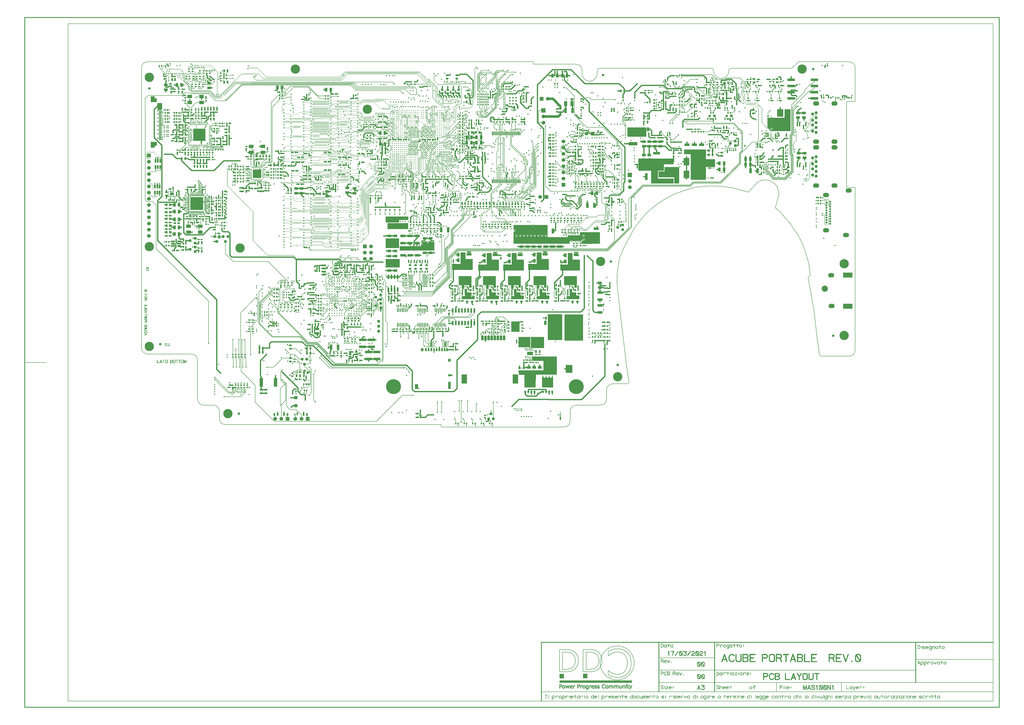
<source format=gbr>
*
G04 Job   : D:\Pd-Master\Mas\Mas100n1 ACB_0001_0\Mas100n1 ACUBE_PORTABILE R_0.pcb*
G04 User  : DESKTOP-CUVV7JD:Shina*
G04 Layer : 10-Bottom.gbr*
G04 Date  : Wed Mar 17 17:59:38 2021*
G04 RSM MASTER DESIGN srl*
%ICAS*%
%MOMM*%
%FSLAX24Y24*%
%OFA0.0000B0.0000*%
G90*
G74*
%AMVB_RECTANGLE*
21,1,$1,$2,0,0,$3*
%
%AMVB_FINGER0*
$3=$1/2*
$4=$2/2*
$5=0-$4*
1,1,$2,$3-$4,0*
21,1,$1-$4,$2,$5/2,0,0*
%
%AMVB_FINGER90*
$3=$1/2*
$4=$2/2*
$5=0-$4*
1,1,$2,0,$3-$4*
21,1,$2,$1-$4,0,$5/2,0*
%
%AMVB_FINGER180*
$3=$1/2*
$4=$2/2*
1,1,$2,$4-$3,0*
21,1,$1-$4,$2,$4/2,0,0*
%
%AMVB_FINGER270*
$3=$1/2*
$4=$2/2*
1,1,$2,0,$4-$3*
21,1,$2,$1-$4,0,$4/2,0*
%
%AMVB_RCRECTANGLE*
$3=$3X2*
21,1,$1-$3,$2,0,0,0*
21,1,$1,$2-$3,0,0,0*
$1=$1/2*
$2=$2/2*
$3=$3/2*
$1=$1-$3*
$2=$2-$3*
1,1,$3X2,0-$1,0-$2*
1,1,$3X2,0-$1,$2*
1,1,$3X2,$1,$2*
1,1,$3X2,$1,0-$2*
%
%ADD18C,0.08000*%
%ADD13C,0.12000*%
%ADD17C,0.14000*%
%ADD10C,0.15000*%
%ADD16C,0.20000*%
%ADD48C,0.20320*%
%ADD14C,0.25000*%
%ADD49C,0.25400*%
%ADD51C,0.30480*%
%ADD19C,0.35000*%
%ADD103C,0.35560*%
%ADD50C,0.38000*%
%ADD34C,0.40000*%
%ADD72C,0.40640*%
%ADD71C,0.42000*%
%ADD12C,0.50000*%
%ADD70C,0.50800*%
%ADD43C,0.53340*%
%ADD33C,0.58420*%
%ADD87C,0.63500*%
%ADD22C,0.76200*%
%ADD83C,0.81280*%
%ADD15C,1.00000*%
%ADD11C,1.01600*%
%ADD58C,1.27000*%
%ADD74C,1.52400*%
%ADD92C,2.54000*%
%ADD42C,3.81000*%
%ADD82C,6.09600*%
%ADD65O,2.54000X1.77800*%
%ADD85VB_RECTANGLE,1.01600X1.01600X0.00000*%
%ADD69VB_RECTANGLE,1.52400X1.52400X90.00000*%
%ADD88VB_RECTANGLE,1.77800X1.77800X0.00000*%
%ADD56VB_RECTANGLE,0.32500X0.27000X270.00000*%
%ADD94VB_RECTANGLE,0.40000X0.30000X270.00000*%
%ADD93VB_RECTANGLE,0.50000X0.30000X270.00000*%
%ADD37VB_RECTANGLE,0.60000X0.25000X0.00000*%
%ADD38VB_RECTANGLE,0.60000X0.25000X270.00000*%
%ADD20VB_RECTANGLE,0.63500X0.58420X0.00000*%
%ADD21VB_RECTANGLE,0.63500X0.58420X270.00000*%
%ADD53VB_RECTANGLE,0.66040X0.45720X180.00000*%
%ADD79VB_RECTANGLE,0.70000X0.20000X270.00000*%
%ADD47VB_RECTANGLE,0.70000X0.25000X90.00000*%
%ADD86VB_RECTANGLE,0.76200X0.88900X0.00000*%
%ADD61VB_RECTANGLE,1.00000X0.80000X0.00000*%
%ADD25VB_RECTANGLE,1.01600X0.66040X0.00000*%
%ADD26VB_RECTANGLE,1.01600X0.66040X90.00000*%
%ADD66VB_RECTANGLE,1.01600X1.01600X0.00000*%
%ADD68VB_RECTANGLE,1.01600X1.01600X270.00000*%
%ADD77VB_RECTANGLE,1.19380X0.30480X0.00000*%
%ADD62VB_RECTANGLE,1.20000X0.70000X90.00000*%
%ADD60VB_RECTANGLE,1.20000X1.00000X90.00000*%
%ADD76VB_RECTANGLE,1.27000X1.27000X0.00000*%
%ADD64VB_RECTANGLE,1.52400X0.27940X270.00000*%
%ADD75VB_RECTANGLE,1.52400X0.35560X270.00000*%
%ADD41VB_RECTANGLE,1.52400X1.01600X180.00000*%
%ADD36VB_RECTANGLE,1.52400X1.01600X270.00000*%
%ADD100VB_RECTANGLE,1.60000X0.60000X180.00000*%
%ADD99VB_RECTANGLE,1.60000X0.60000X270.00000*%
%ADD39VB_RECTANGLE,1.70000X0.25000X270.00000*%
%ADD78VB_RECTANGLE,1.70000X0.70000X270.00000*%
%ADD89VB_RECTANGLE,1.77800X0.38100X0.00000*%
%ADD102VB_RECTANGLE,1.77800X0.66040X180.00000*%
%ADD45VB_RECTANGLE,1.77800X0.66040X90.00000*%
%ADD80VB_RECTANGLE,1.90000X0.95000X270.00000*%
%ADD63VB_RECTANGLE,1.90500X1.39700X0.00000*%
%ADD40VB_RECTANGLE,2.00000X0.50000X270.00000*%
%ADD27VB_RECTANGLE,2.03200X1.01600X0.00000*%
%ADD29VB_RECTANGLE,2.03200X1.01600X90.00000*%
%ADD67VB_RECTANGLE,2.03200X1.27000X270.00000*%
%ADD46VB_RECTANGLE,2.40000X1.40000X180.00000*%
%ADD44VB_RECTANGLE,2.79400X1.01600X0.00000*%
%ADD55VB_RECTANGLE,2.79400X1.01600X90.00000*%
%ADD59VB_RECTANGLE,2.80000X1.00000X90.00000*%
%ADD90VB_RECTANGLE,3.00000X2.60000X90.00000*%
%ADD101VB_RECTANGLE,3.04800X1.01600X0.00000*%
%ADD52VB_RECTANGLE,3.04800X2.28600X270.00000*%
%ADD35VB_RECTANGLE,3.30000X2.70000X270.00000*%
%ADD23VB_RECTANGLE,3.42900X1.77800X0.00000*%
%ADD57VB_RECTANGLE,3.55600X1.39700X0.00000*%
%ADD54VB_RECTANGLE,3.55600X1.39700X90.00000*%
%ADD81VB_RECTANGLE,3.70000X2.20000X270.00000*%
%ADD91VB_RECTANGLE,3.81000X2.03200X180.00000*%
%ADD84VB_RECTANGLE,4.19100X2.03200X270.00000*%
%ADD30VB_FINGER0,0.60000X0.25000*%
%ADD32VB_FINGER90,0.60000X0.25000*%
%ADD31VB_FINGER180,0.60000X0.25000*%
%ADD73VB_FINGER270,0.60000X0.25000*%
%ADD104VB_FINGER0,0.80000X0.50000*%
%ADD105VB_FINGER180,0.80000X0.50000*%
%ADD97VB_FINGER0,0.88900X0.27940*%
%ADD95VB_FINGER90,0.88900X0.27940*%
%ADD98VB_FINGER180,0.88900X0.27940*%
%ADD96VB_FINGER270,0.88900X0.27940*%
%ADD24VB_RCRECTANGLE,0.40000X0.40000X0.10000*%
%ADD28VB_RCRECTANGLE,0.45000X0.45000X0.13000*%
G01*
G36*
X38500Y1171000D02*
Y1147000D01*
X54500*
Y1155000*
X62500*
Y1171000*
X38500*
Y1358000D02*
Y1334000D01*
X62500*
Y1350000*
X54500*
Y1358000*
X38500*
X85000Y1329000D02*
G03X84000Y1330000I1000D01*
G01X66000*
G03X65000Y1329000J1000*
G01Y1303500*
G03X66000Y1302500I1000*
G01X70000*
G03X70612Y1302710J1000*
G02X71531Y1303024I919J1186*
G01X83469*
G02X83788Y1302990J1500*
G03X84000Y1302967I212J977*
X85000Y1303967J1000*
G01Y1329000*
X117000Y952500D02*
X133000D01*
Y962500*
X117000*
Y952500*
X160802Y1133770D02*
Y1135040D01*
G03X157500Y1138342I3302*
X154198Y1135040J3302*
G01Y1133770*
X160802*
X201250Y891250D02*
X253750D01*
Y943750*
X201250*
Y891250*
X212500Y1175000D02*
X262500D01*
Y1225000*
X212500*
Y1175000*
X457500Y1022500D02*
X492500D01*
Y1057500*
X457500*
Y1022500*
X1057500Y774000D02*
G03X1056500Y775000I1000D01*
G01X1003500*
G03X1002500Y774000J1000*
G01Y736000*
G03X1003500Y735000I1000*
G01X1056500*
G03X1057500Y736000J1000*
G01Y774000*
X1060000Y689000D02*
G03X1059000Y690000I1000D01*
G01X1003500*
G03X1002500Y689000J1000*
G01Y656000*
G03X1003500Y655000I1000*
G01X1059000*
G03X1060000Y656000J1000*
G01Y689000*
X1095000Y836500D02*
G03X1094000Y837500I1000D01*
G01X1011000*
G03X1010000Y836500J1000*
G01Y829354*
G03X1010043Y829062I1000*
G02X1010500Y826000I10043J3062*
X1010043Y822938I10500*
G03X1010000Y822646I957J292*
G01Y813500*
G03X1011000Y812500I1000*
G01X1094000*
G03X1095000Y813500J1000*
G01Y836500*
X1095655Y863255D02*
G03X1094655Y864255I1000D01*
G01X1028547*
G03X1027993Y864087J1000*
G01X1003536*
G03X1002536Y863087J1000*
G01Y841138*
G03X1003536Y840138I1000*
G01X1056972*
G03X1057972Y841138J1000*
G01Y850186*
X1094655*
G03X1095655Y851186J1000*
G01Y863255*
X1135500Y176000D02*
Y162000D01*
X1137000Y160500*
X1141000*
Y157000*
X1122500*
Y176000*
X1135500*
X1202500Y757774D02*
G03X1201500Y758774I1000D01*
X1201103Y758692J1000*
G02X1199500Y758360I1603J3708*
X1196307Y759925J4040*
G03X1196223Y760020I791J612*
G01X1195981Y760262*
G03X1195274Y760555I707J707*
G01X1188390*
G02X1185555Y761733J4000*
G01X1185081Y762207*
G03X1184374Y762500I707J707*
G01X1179782*
G03X1178782Y761500J1000*
X1178873Y761083I1000*
G02X1179240Y759400I3673J1683*
X1175200Y755360I4040*
X1171160Y759400J4040*
X1171527Y761083I4040*
G03X1171618Y761500I909J417*
X1170618Y762500I1000*
G01X1165626*
G03X1164919Y762207J1000*
G01X1164445Y761733*
G02X1161610Y760555I2835J2822*
G01X1155226*
G03X1154519Y760262J1000*
G01X1153277Y759020*
G03X1153193Y758925I707J707*
G02X1150891Y757459I3193J2475*
G03X1150115Y756564I221J975*
G01X1150082Y756156*
G03X1150079Y756077I998J79*
X1150706Y755149I1000*
G02X1153240Y751400I1506J3749*
X1149200Y747360I4040*
X1148639Y747399J4040*
G03X1148500Y747409I139J990*
X1147500Y746409J1000*
G01Y742500*
X1143220*
G03X1142859Y742433J1000*
G02X1141400Y742160I1459J3767*
X1139941Y742433J4040*
G03X1139580Y742500I361J933*
G01X1133758*
G03X1133478Y742460J1000*
G02X1132358Y742300I1120J3840*
G01X1130334*
G03X1130208Y742292J1000*
G02X1129700Y742260I508J4008*
X1128468Y742452J4040*
G03X1128163Y742500I305J952*
G01X1104380*
G03X1104146Y742472J1000*
G02X1103200Y742360I946J3928*
X1102692Y742392J4040*
G03X1102566Y742400I126J992*
G01X1102542*
G02X1101746Y742480J4000*
G03X1101547Y742500I199J980*
G01X1061000*
G03X1060000Y741500J1000*
G01Y726000*
G03X1061000Y725000I1000*
G01X1201500*
G03X1202500Y726000J1000*
G01Y757774*
X1331400Y554000D02*
X1336900D01*
Y556500*
X1331400*
Y554000*
Y559000D02*
X1336900D01*
Y561500*
X1331400*
Y559000*
Y564000D02*
X1336900D01*
Y566500*
X1331400*
Y564000*
X1355000Y619000D02*
G03X1354000Y620000I1000D01*
G01X1303500*
G03X1302500Y619000J1000*
G01Y583500*
G03X1303500Y582500I1000*
G01X1315000*
Y568500*
G03X1316000Y567500I1000*
G01X1324000*
G03X1325000Y568500J1000*
G01Y582500*
X1345000*
Y573500*
G03X1346000Y572500I1000*
G01X1354000*
G03X1355000Y573500J1000*
G01Y619000*
X1360000Y689000D02*
G03X1359000Y690000I1000D01*
G01X1330000*
Y716500*
G03X1329000Y717500I1000*
G01X1311000*
G03X1310000Y716500J1000*
G01Y670000*
X1276000*
G03X1275000Y669000J1000*
G01Y646000*
G03X1276000Y645000I1000*
G01X1359000*
G03X1360000Y646000J1000*
G01Y689000*
X1367500Y539000D02*
G03X1366500Y540000I1000D01*
G01X1360868*
G03X1359868Y539000J1000*
X1359942Y538623I1000*
G02X1360240Y537100I3742J1523*
X1356200Y533060I4040*
X1352160Y537100J4040*
X1354437Y540735I4040*
G03X1355000Y541634I437J899*
G01Y551500*
G03X1354000Y552500I1000*
G01X1337500*
Y565105*
G03X1337380Y565580I1000*
G02X1336978Y566696I3520J1900*
G03X1335997Y567500I981J196*
G01X1328500*
G03X1327500Y566500J1000*
G01Y537500*
X1316000*
G03X1315000Y536500J1000*
G01Y526000*
G03X1316000Y525000I1000*
G01X1366500*
G03X1367500Y526000J1000*
G01Y539000*
X1431400Y553500D02*
X1436900D01*
Y556000*
X1431400*
Y553500*
Y558500D02*
X1436900D01*
Y561000*
X1431400*
Y558500*
Y563500D02*
X1436900D01*
Y566000*
X1431400*
Y563500*
X1455000Y619000D02*
G03X1454000Y620000I1000D01*
G01X1403500*
G03X1402500Y619000J1000*
G01Y583500*
G03X1403500Y582500I1000*
G01X1415000*
Y568500*
G03X1416000Y567500I1000*
G01X1424000*
G03X1425000Y568500J1000*
G01Y582500*
X1445000*
Y573500*
G03X1446000Y572500I1000*
G01X1454000*
G03X1455000Y573500J1000*
G01Y619000*
X1467500Y539000D02*
G03X1466500Y540000I1000D01*
G01X1455000*
Y551500*
G03X1454000Y552500I1000*
G01X1437500*
Y566500*
G03X1436500Y567500I1000*
G01X1428500*
G03X1427500Y566500J1000*
G01Y537500*
X1419320*
G03X1418959Y537433J1000*
G02X1417500Y537160I1459J3767*
X1416298Y537343J4040*
G03X1416000Y537388I298J955*
X1415000Y536388J1000*
G01Y526000*
G03X1416000Y525000I1000*
G01X1466500*
G03X1467500Y526000J1000*
G01Y539000*
Y686500D02*
G03X1466500Y687500I1000D01*
G01X1437500*
Y714000*
G03X1436500Y715000I1000*
G01X1418500*
G03X1417500Y714000J1000*
G01Y667500*
X1383500*
G03X1382500Y666500J1000*
G01Y643500*
G03X1383500Y642500I1000*
G01X1466500*
G03X1467500Y643500J1000*
G01Y686500*
X1518000Y391500D02*
X1552000D01*
Y433500*
X1518000*
Y391500*
X1527500Y829000D02*
G02X1528500Y830000I1000D01*
G01X1535960*
Y785600*
G03X1540000Y781560I4040*
X1544040Y785600J4040*
X1540000Y789640I4040*
X1535960Y785600J4040*
G01Y830000*
X1550960*
Y785600*
G03X1555000Y781560I4040*
X1559040Y785600J4040*
X1555000Y789640I4040*
X1550960Y785600J4040*
G01Y830000*
X1565960*
Y785600*
G03X1570000Y781560I4040*
X1574040Y785600J4040*
X1570000Y789640I4040*
X1565960Y785600J4040*
G01Y830000*
X1580960*
Y785600*
G03X1585000Y781560I4040*
X1589040Y785600J4040*
X1585000Y789640I4040*
X1580960Y785600J4040*
G01Y830000*
X1595960*
Y785600*
G03X1600000Y781560I4040*
X1604040Y785600J4040*
X1600000Y789640I4040*
X1595960Y785600J4040*
G01Y830000*
X1602892*
G02X1603826Y829357J1000*
G03X1607600Y826760I3774J1443*
X1610960Y828557J4040*
G01Y785600*
G03X1615000Y781560I4040*
X1619040Y785600J4040*
X1615000Y789640I4040*
X1610960Y785600J4040*
G01Y828557*
G03X1611374Y829357I3360J2243*
G02X1612308Y830000I934J357*
G01X1625960*
Y785600*
G03X1630000Y781560I4040*
X1634040Y785600J4040*
X1630000Y789640I4040*
X1625960Y785600J4040*
G01Y830000*
X1640960*
Y785600*
G03X1645000Y781560I4040*
X1649040Y785600J4040*
X1645000Y789640I4040*
X1640960Y785600J4040*
G01Y830000*
X1655960*
Y785600*
G03X1660000Y781560I4040*
X1664040Y785600J4040*
X1660000Y789640I4040*
X1655960Y785600J4040*
G01Y830000*
X1666500*
G02X1667500Y829000J1000*
G01Y780000*
X1750000*
Y786500*
G02X1751000Y787500I1000*
G01X1800000*
Y799486*
G02X1801000Y800486I1000*
G01X1810760*
Y785200*
G03X1814800Y781160I4040*
X1818840Y785200J4040*
X1814800Y789240I4040*
X1810760Y785200J4040*
G01Y800486*
X1881500*
G02X1882500Y799486J1000*
G01Y753500*
G02X1881500Y752500I1000*
G01X1808175*
G02X1807175Y753500J1000*
G01Y757620*
G03X1806457Y758900I1500*
G02X1805979Y759753I522J853*
X1806272Y760460I1000*
G01X1809782Y763970*
G02X1810489Y764263I707J707*
G01X1812913*
G03X1814504Y764922J2250*
G01X1815167Y765585*
G02X1815874Y765878I707J707*
X1815959Y765874J1000*
G03X1816300Y765860I341J4026*
X1820340Y769900J4040*
X1816300Y773940I4040*
X1812260Y769900J4040*
X1812261Y769790I4040*
G02X1812262Y769763I999J27*
X1811262Y768763I1000*
G01X1809143*
G03X1807552Y768104J2250*
G01X1802147Y762699*
G02X1801440Y762406I707J707*
X1800480Y763127J1000*
G03X1796600Y766040I3880J1127*
X1792743Y763202J4040*
G02X1791788Y762500I955J298*
G01X1788345*
G02X1787403Y763163J1000*
G03X1783600Y765840I3803J1363*
X1779797Y763163J4040*
G02X1778855Y762500I942J337*
G01X1770319*
G02X1769343Y763282J1000*
G03X1765400Y766440I3943J882*
X1761457Y763282J4040*
G02X1760482Y762500I975J218*
G01X1757500*
Y753500*
G02X1756500Y752500I1000*
G01X1528500*
G02X1527500Y753500J1000*
G01Y802078*
G02X1528500Y803078I1000*
X1529075Y802896J1000*
G03X1531400Y802160I2325J3304*
X1535440Y806200J4040*
X1531400Y810240I4040*
X1529075Y809504J4040*
G02X1528500Y809322I575J818*
X1527500Y810322J1000*
G01Y829000*
X1534150Y553750D02*
X1539650D01*
Y556250*
X1534150*
Y553750*
Y558750D02*
X1539650D01*
Y561250*
X1534150*
Y558750*
Y563750D02*
X1539650D01*
Y566250*
X1534150*
Y563750*
X1557500Y619000D02*
G03X1556500Y620000I1000D01*
G01X1506000*
G03X1505000Y619000J1000*
G01Y583500*
G03X1506000Y582500I1000*
G01X1517500*
Y568500*
G03X1518500Y567500I1000*
G01X1526500*
G03X1527500Y568500J1000*
G01Y582500*
X1547500*
Y573500*
G03X1548500Y572500I1000*
G01X1556500*
G03X1557500Y573500J1000*
G01Y619000*
X1570000Y539000D02*
G03X1569000Y540000I1000D01*
G01X1557500*
Y551500*
G03X1556500Y552500I1000*
G01X1540000*
Y562892*
G03X1539930Y563260I1000*
G02X1539650Y564730I3720J1470*
G01Y566500*
G03X1538650Y567500I1000*
G01X1531000*
G03X1530000Y566500J1000*
G01Y537500*
X1521480*
G03X1521246Y537472J1000*
G02X1520300Y537360I946J3928*
X1519354Y537472J4040*
G03X1519120Y537500I234J972*
G01X1518500*
G03X1517500Y536500J1000*
G01Y526000*
G03X1518500Y525000I1000*
G01X1569000*
G03X1570000Y526000J1000*
G01Y539000*
Y686500D02*
G03X1569000Y687500I1000D01*
G01X1540000*
Y714000*
G03X1539000Y715000I1000*
G01X1521000*
G03X1520000Y714000J1000*
G01Y667500*
X1486000*
G03X1485000Y666500J1000*
G01Y643500*
G03X1486000Y642500I1000*
G01X1569000*
G03X1570000Y643500J1000*
G01Y686500*
X1572140Y162340D02*
X1617860D01*
Y197900*
X1572140*
Y162340*
X1596000Y369000D02*
G03X1595000Y370000I1000D01*
G01X1548500*
G03X1547500Y369000J1000*
G01Y328500*
G03X1548500Y327500I1000*
G01X1593500*
Y314000*
G03X1594500Y313000I1000*
G01X1595000*
G03X1596000Y314000J1000*
G01Y369000*
X1638650Y553750D02*
X1644150D01*
Y556250*
X1638650*
Y553750*
Y558750D02*
X1644150D01*
Y561250*
X1638650*
Y558750*
Y563750D02*
X1644150D01*
Y566250*
X1638650*
Y563750*
X1644640Y162340D02*
X1690360D01*
Y202500*
X1644640*
Y162340*
X1652500Y369000D02*
G03X1651500Y370000I1000D01*
G01X1599500*
G03X1598500Y369000J1000*
G01Y340679*
G03X1598623Y340199I1000*
G02X1598929Y339000I2194J1199*
G01Y338821*
G03X1598500Y338000I571J821*
G01Y314000*
G03X1599500Y313000I1000*
G01X1600429*
G03X1601429Y314000J1000*
G01Y324220*
X1651500*
G03X1652500Y325220J1000*
G01Y369000*
X1662500Y619000D02*
G03X1661500Y620000I1000D01*
G01X1611000*
G03X1610000Y619000J1000*
G01Y583500*
G03X1611000Y582500I1000*
G01X1622500*
Y568500*
G03X1623500Y567500I1000*
G01X1631500*
G03X1632500Y568500J1000*
G01Y582500*
X1652500*
Y573500*
G03X1653500Y572500I1000*
G01X1661500*
G03X1662500Y573500J1000*
G01Y619000*
X1672500Y689000D02*
G03X1671500Y690000I1000D01*
G01X1642500*
Y716500*
G03X1641500Y717500I1000*
G01X1623500*
G03X1622500Y716500J1000*
G01Y670000*
X1588500*
G03X1587500Y669000J1000*
G01Y646000*
G03X1588500Y645000I1000*
G01X1671500*
G03X1672500Y646000J1000*
G01Y689000*
X1675000Y539000D02*
G03X1674000Y540000I1000D01*
G01X1662500*
Y551500*
G03X1661500Y552500I1000*
G01X1645000*
Y566500*
G03X1644000Y567500I1000*
G01X1636000*
G03X1635000Y566500J1000*
G01Y537500*
X1626080*
G03X1625846Y537472J1000*
G02X1624900Y537360I946J3928*
X1623954Y537472J4040*
G03X1623720Y537500I234J972*
G01X1623500*
G03X1622500Y536500J1000*
G01Y526000*
G03X1623500Y525000I1000*
G01X1674000*
G03X1675000Y526000J1000*
G01Y539000*
X1705000Y289000D02*
G03X1704000Y290000I1000D01*
G01X1605010*
G03X1604010Y289000J1000*
G01Y273301*
G03X1605010Y272301I1000*
G01X1650000*
Y232500*
X1550354*
G03X1549354Y231500J1000*
G01Y215319*
G03X1550354Y214319I1000*
G01X1572500*
Y193500*
G03X1573500Y192500I1000*
G01X1618245*
G03X1619245Y193465J1000*
G01X1620000Y215000*
X1704000*
G03X1705000Y216000J1000*
G01Y289000*
X1716195Y-1049529D02*
X2013795D01*
Y-1040729*
X1716195*
Y-1049529*
X1716595Y-1031929D02*
X1734195D01*
Y-1013129*
X1716595*
Y-1031929*
X1727500Y461882D02*
G03X1726500Y462882I1000D01*
G01X1669508*
G03X1668508Y461882J1000*
G01Y358500*
G03X1669508Y357500I1000*
G01X1726500*
G03X1727500Y358500J1000*
G01Y461882*
X1763650Y553750D02*
X1769150D01*
Y556250*
X1763650*
Y553750*
Y558750D02*
X1769150D01*
Y561250*
X1763650*
Y558750*
Y563750D02*
X1769150D01*
Y566250*
X1763650*
Y563750*
X1787500Y619000D02*
G03X1786500Y620000I1000D01*
G01X1736000*
G03X1735000Y619000J1000*
G01Y583500*
G03X1736000Y582500I1000*
G01X1755000*
Y570662*
G03X1756000Y569662I1000*
X1756429Y569759J1000*
G02X1756786Y569896I1071J2259*
G03X1757500Y570854I286J958*
G01Y582500*
X1777500*
Y573500*
G03X1778500Y572500I1000*
G01X1786500*
G03X1787500Y573500J1000*
G01Y619000*
X1797500Y539000D02*
G03X1796500Y540000I1000D01*
G01X1785000*
Y551500*
G03X1784000Y552500I1000*
G01X1767500*
Y566500*
G03X1766500Y567500I1000*
G01X1759550*
G03X1758550Y566500J1000*
G01Y562500*
G02X1757920Y561278I1500*
G03X1757500Y560463I580J815*
G01Y537500*
X1751080*
G03X1750846Y537472J1000*
G02X1749900Y537360I946J3928*
X1748954Y537472J4040*
G03X1748720Y537500I234J972*
G01X1746000*
G03X1745000Y536500J1000*
G01Y526000*
G03X1746000Y525000I1000*
G01X1796500*
G03X1797500Y526000J1000*
G01Y539000*
X1800000Y686500D02*
G03X1799000Y687500I1000D01*
G01X1770000*
Y714000*
G03X1769000Y715000I1000*
G01X1751000*
G03X1750000Y714000J1000*
G01Y667500*
X1721000*
G03X1720000Y666500J1000*
G01Y643500*
G03X1721000Y642500I1000*
G01X1799000*
G03X1800000Y643500J1000*
G01Y686500*
X1812500Y461500D02*
G03X1811500Y462500I1000D01*
G01X1738035*
G03X1737035Y461500J1000*
G01Y356116*
G03X1738035Y355116I1000*
G01X1811500*
G03X1812500Y356116J1000*
G01Y461500*
X1812995Y-1031529D02*
X1830595D01*
Y-1012729*
X1812995*
Y-1031529*
X2072500Y1229000D02*
G03X2071500Y1230000I1000D01*
G01X1996000*
G03X1995000Y1229000J1000*
G01Y1193500*
G03X1996000Y1192500I1000*
G01X2071500*
G03X2072500Y1193500J1000*
G01Y1229000*
X2185000Y1019000D02*
G03X2184000Y1020000I1000D01*
G01X2120000*
Y1052500*
X2144000*
G03X2145000Y1053500J1000*
G01Y1078502*
X2183373*
G03X2184373Y1079502J1000*
G01Y1101500*
G03X2183373Y1102500I1000*
G01X2041000*
G03X2040000Y1101500J1000*
G01Y1053500*
G03X2041000Y1052500I1000*
G01X2092500*
Y1001000*
G03X2093500Y1000000I1000*
G01X2184000*
G03X2185000Y1001000J1000*
G01Y1019000*
X2207500Y1064973D02*
G03X2207194Y1065693I1000D01*
G02X2206327Y1066917I2806J2907*
G03X2205418Y1067500I909J417*
G01X2148500*
G03X2147500Y1066500J1000*
G01Y1050000*
X2123500*
G03X2122500Y1049000J1000*
G01Y1026000*
G03X2123500Y1025000I1000*
G01X2187500*
Y1001000*
G03X2188500Y1000000I1000*
G01X2206500*
G03X2207500Y1001000J1000*
G01Y1064973*
X2355000Y1099000D02*
G03X2354000Y1100000I1000D01*
G01X2317500*
Y1139000*
G03X2316500Y1140000I1000*
G01X2228500*
G03X2227500Y1139000J1000*
G01Y1121000*
G03X2228500Y1120000I1000*
G01X2255000*
Y1016000*
G03X2256000Y1015000I1000*
G01X2316500*
G03X2317500Y1016000J1000*
G01Y1067500*
X2326063*
G03X2326368Y1067548J1000*
G02X2327600Y1067740I1232J3848*
X2328108Y1067708J4040*
G03X2328234Y1067700I126J992*
G01X2336866*
G03X2336992Y1067708J1000*
G02X2337500Y1067740I508J4008*
X2338732Y1067548J4040*
G03X2339037Y1067500I305J952*
G01X2346663*
G03X2346968Y1067548J1000*
G02X2348200Y1067740I1232J3848*
X2349432Y1067548J4040*
G03X2349737Y1067500I305J952*
G01X2354000*
G03X2355000Y1068500J1000*
G01Y1099000*
X2570000Y1269000D02*
G02X2571000Y1270000I1000D01*
G01X2582173*
G02X2582873Y1269714J1000*
G03X2583260Y1269380I2827J2886*
G01Y1225000*
G03X2587300Y1220960I4040*
X2591340Y1225000J4040*
X2587300Y1229040I4040*
X2583260Y1225000J4040*
G01Y1269380*
G03X2585700Y1268560I2440J3220*
X2588527Y1269714J4040*
G02X2589227Y1270000I700J714*
G01X2640000*
Y1304000*
G02X2641000Y1305000I1000*
G01X2664000*
G02X2665000Y1304000J1000*
G01Y1216000*
G02X2664000Y1215000I1000*
G01X2585647*
G02X2584940Y1215293J1000*
G01X2570293Y1229940*
G02X2570000Y1230647I707J707*
G01Y1269000*
G37*
G54D10*
X12620Y551520D02*
X12600Y551560D01*
X12590Y551590*
X12580Y551610*
X12570Y551630*
Y551890*
X12580Y551900*
X12590Y551920*
X12600Y551950*
X12620Y552000*
X12880Y552260*
X12920Y552280*
X12950Y552290*
X12990Y552300*
X13250*
X13280Y552290*
X13310Y552280*
X13360Y552260*
X13620Y552000*
X13640Y551950*
X13650Y551920*
Y551890*
Y551630*
Y551590*
X13640Y551560*
X13620Y551520*
X13360Y551260*
X13330Y551240*
X13280Y551230*
X13250*
X12990*
X12950*
X12910Y551240*
X12880Y551260*
X12620Y551520*
X13170Y551530D02*
X13350Y551700D01*
Y551820*
X13170Y551990*
X13060*
X12890Y551820*
Y551700*
X13060Y551530*
X13170*
X13200Y401950D02*
X13210Y401970D01*
X13230Y401990*
X13250Y402010*
X13690Y402480*
X13720Y402490*
X13790Y402540*
X14790Y402750*
X14860*
X22360*
X22430Y402730*
X22490Y402680*
X22520Y402620*
X22530Y402550*
X22520Y402480*
X22490Y402410*
X22430Y402370*
X22360Y402350*
X14870*
X13930Y402150*
X13570Y401760*
X13070Y400730*
X12970Y399830*
Y398530*
X13070Y397620*
X13570Y396610*
X13930Y396220*
X14870Y396020*
X22360*
X22430Y396000*
X22490Y395960*
X22520Y395890*
X22530Y395810*
X22520Y395740*
X22490Y395670*
X22430Y395630*
X22360Y395610*
X14860*
X14830Y395590*
X14790Y395610*
X13790Y395820*
X13740Y395830*
X13720Y395870*
X13710*
X13690Y395900*
X13250Y396370*
Y396380*
X13200Y396440*
X12700Y397480*
Y397500*
X12690Y397510*
Y397540*
X12560Y398470*
Y398510*
Y399840*
Y399880*
X12690Y400820*
X12700Y400840*
Y400860*
Y400880*
X13200Y401950*
Y446900D02*
X13250Y446960D01*
X13690Y447430*
X13720Y447440*
X13790Y447490*
X14790Y447700*
X14860*
X20250*
X20330*
X21330Y447490*
X21350Y447470*
X21370Y447460*
X21380Y447450*
X21420Y447430*
X22000Y446960*
Y446940*
X22020Y446930*
X22030*
X22050Y446900*
X22060Y446870*
X22400Y445830*
X22420Y445800*
X22430Y445770*
X22560Y444830*
Y444810*
Y443470*
Y443430*
Y443420*
X22430Y442490*
X22420Y442460*
X22400Y442430*
X22060Y441400*
X22040Y441360*
X22030Y441340*
X22000Y441320*
X21420Y440830*
X21400Y440810*
X21390Y440800*
X21360Y440780*
X21330Y440770*
X20330Y440560*
X20290Y440540*
X20250Y440560*
X14860*
X14830Y440540*
X14790Y440560*
X13790Y440770*
X13740Y440780*
X13720Y440820*
X13710*
X13690Y440850*
X13250Y441320*
Y441330*
X13200Y441390*
X12700Y442430*
Y442450*
X12690Y442470*
Y442490*
X12560Y443420*
Y443460*
Y443470*
Y444790*
Y444810*
Y444830*
X12690Y445770*
X12700Y445790*
Y445810*
Y445830*
X13200Y446900*
X13300Y411470D02*
X12560Y410310D01*
Y405260*
X12580Y405190*
X12620Y405120*
X12690Y405080*
X12760Y405060*
X22360*
X22430Y405080*
X22500Y405120*
X22540Y405190*
X22560Y405260*
Y410260*
X21830Y411460*
X20780Y412200*
X19850*
X18430Y411470*
X17920Y410490*
X17030Y411460*
X15890Y412200*
X14780*
X13300Y411470*
Y484790D02*
X12560Y483630D01*
Y478580*
X12580Y478510*
X12620Y478440*
X12690Y478400*
X12760Y478380*
X22360*
X22430Y478400*
X22500Y478440*
X22540Y478510*
X22560Y478580*
Y483580*
X21830Y484780*
X20780Y485520*
X19850*
X18430Y484790*
X17920Y483810*
X17030Y484780*
X15890Y485520*
X14780*
X13300Y484790*
X14550Y557100D02*
X14600Y557040D01*
X14620Y556970*
X14610Y556900*
X14570Y556830*
X14530Y556780*
X14470Y556730*
X14430Y556720*
X14400*
X14370*
X14330Y556740*
X13470Y557240*
X13450Y557250*
Y557260*
X13400Y557310*
X12720Y558380*
X12700Y558420*
X12690Y558460*
X12560Y559380*
Y559400*
Y559440*
Y560760*
Y560780*
Y560800*
X12690Y561740*
X12700Y561780*
X12720Y561830*
X13400Y562880*
X13430Y562910*
X13490Y562940*
X14330Y563400*
X14360Y563410*
X14400Y563430*
X16830Y563670*
X16850*
X16870*
X18220*
X18250*
X18260*
X18290*
X20670Y563470*
X20710Y563460*
X20760Y563440*
X21630Y562930*
X21660Y562900*
X21700Y562840*
X22390Y561840*
X22410Y561810*
X22430Y561740*
X22560Y560800*
Y560780*
Y559440*
Y559400*
Y559390*
X22430Y558460*
Y558440*
X22420Y558430*
X22400Y558390*
X21700Y557310*
X21670Y557280*
X21620Y557240*
X20750Y556790*
X20720Y556770*
X20670Y556760*
X18290Y556530*
X18250*
X16870*
X16860*
X16830*
X14420Y556730*
X14340Y556750*
X14300Y556790*
X14270Y556860*
X14260Y556930*
X14270Y557010*
X14310Y557070*
X14370Y557110*
X14450Y557130*
X14500Y557110*
X14550Y557100*
X14870Y440970D02*
X20250D01*
X21210Y441170*
X21690Y441570*
X22040Y442540*
X22150Y443480*
Y444770*
Y444780*
X22040Y445730*
X21690Y446690*
X21210Y447090*
X20250Y447300*
X14870*
X13930Y447100*
X13570Y446710*
X13070Y445680*
X12970Y444780*
Y443500*
Y443480*
X13070Y442570*
X13570Y441560*
X13930Y441170*
X14870Y440970*
X15630Y1338312D02*
Y939112D01*
X16890Y556940D02*
X16900D01*
X18230*
X20600Y557160*
X21130Y557440*
X13640Y562490*
X13070Y561640*
X12970Y560760*
Y560740*
Y559470*
Y559460*
X13070Y558560*
X13730Y557570*
X14500Y557110*
X16890Y556940*
X17750Y410040D02*
Y405470D01*
X12970*
Y410180*
X13600Y411190*
X14860Y411800*
X15790*
X16730Y411200*
X17750Y410040*
Y483360D02*
Y478790D01*
X12970*
Y483500*
X13600Y484510*
X14860Y485120*
X15790*
X16730Y484520*
X17750Y483360*
X18160Y405470D02*
Y410080D01*
X18730Y411190*
X19930Y411800*
X20650*
X21510Y411200*
X22150Y410130*
Y405470*
X18160*
Y478790D02*
Y483400D01*
X18730Y484510*
X19930Y485120*
X20650*
X21510Y484520*
X22150Y483450*
Y478790*
X18160*
X20260Y642770D02*
X20190Y642780D01*
X20130Y642830*
X20100Y642880*
X20090Y642940*
X20100Y643010*
X20130Y643070*
X20190Y643110*
X20260Y643130*
X29860*
X29930Y643120*
X29980Y643090*
X30010Y643040*
X30020Y642970*
X30040Y642920*
Y642880*
X30020Y642840*
X29980Y642800*
X27240Y641010*
X27170Y640980*
X27100Y640990*
X27040Y641020*
X26990Y641070*
X26950Y641130*
X26930Y641190*
X26940Y641250*
X26990Y641300*
X29240Y642770*
X20260*
X21750Y380280D02*
X15720Y382390D01*
Y378150*
X21750Y380280*
Y472480D02*
X15720Y474590D01*
Y470350*
X21750Y472480*
X21760Y392610D02*
X21820Y392560D01*
X21830Y392530*
X21840Y392520*
X22260Y391580*
X22270Y391540*
Y391490*
X22530Y390500*
X22550Y390470*
X22560Y390420*
X22430Y389130*
X22420Y389110*
Y389090*
X22410Y389070*
X22400Y389050*
X21950Y388190*
X21940Y388140*
X21900Y388090*
X21130Y387330*
X21080Y387310*
X21050Y387290*
X19720Y386620*
X19670Y386600*
X19650Y386590*
X18320Y386190*
X18290*
X18280*
X18270Y386180*
X18250*
X16900*
X16870Y386160*
X16830Y386180*
X15460Y386480*
X15430*
X15400Y386500*
X15390*
X14050Y387260*
X14030*
X14010Y387280*
X14000Y387290*
X13200Y388030*
Y388050*
X13190*
X13170Y388070*
X13160Y388090*
X12720Y388980*
X12680Y389020*
X12670Y389060*
X12560Y390400*
Y390420*
Y390430*
Y390460*
X12800Y391820*
X12810Y391860*
X12850Y391890*
X13490Y392810*
X13530Y392840*
X13590Y392880*
X14460Y393290*
X14540Y393310*
X14610Y393300*
X14670Y393250*
X14710Y393200*
X14730Y393130*
X14740Y393060*
X14720Y393000*
X14660Y392950*
X13790Y392530*
X13200Y391690*
X12970Y390400*
X13070Y389120*
X13500Y388300*
X14260Y387590*
X15550Y386880*
X16920Y386590*
X18230*
X19520Y386960*
X19560Y386980*
X19640*
X19700Y386950*
X19750Y386900*
X19780Y386830*
X19790Y386760*
X19780Y386690*
X19740Y386630*
X19670Y386600*
X19640Y386590*
X19580Y386600*
X19520Y386630*
X19470Y386680*
X19440Y386730*
X19430Y386790*
Y386850*
X19460Y386910*
X19520Y386960*
X20830Y387630*
X21600Y388390*
X22030Y389190*
X22140Y390430*
X21890Y391380*
X21880*
X21870Y391410*
X21490Y392290*
X20430Y392950*
X20380Y393000*
X20360Y393060*
X20370Y393140*
X20400Y393210*
X20450Y393270*
X20520Y393310*
X20590Y393320*
X20660Y393290*
X21760Y392610*
X21790Y437480D02*
X21810Y437450D01*
X21820Y437430*
X21830*
X22520Y436490*
X22540Y436440*
X22550Y436410*
X22560Y436360*
Y431310*
X22540Y431230*
X22490Y431180*
X22440Y431130*
X22360Y431110*
X12760*
X12690Y431130*
X12630Y431170*
X12600Y431240*
X12590Y431310*
X12600Y431390*
X12630Y431460*
X12690Y431500*
X12760Y431520*
X17360*
Y436360*
Y436420*
X17370Y436450*
X17390Y436490*
X18070Y437430*
X18100Y437450*
X18160Y437490*
X19150Y438220*
X19170*
X19180Y438230*
X19200Y438240*
X19220*
X19240Y438250*
X19280*
X20650*
X20690Y438240*
X20710*
X20730Y438230*
X20740Y438220*
X20760*
X21790Y437480*
Y456380D02*
X21810Y456350D01*
X21820Y456330*
X21830*
X22520Y455390*
X22540Y455340*
X22550Y455310*
X22560Y455260*
Y450210*
X22540Y450130*
X22490Y450080*
X22440Y450030*
X22360Y450010*
X12760*
X12680Y450030*
X12630Y450070*
X12600Y450140*
X12590Y450210*
X12600Y450290*
X12630Y450360*
X12680Y450400*
X12760Y450420*
X17360*
Y455120*
X12700Y456760*
X12630Y456800*
X12590Y456870*
Y456950*
X12600Y457010*
X12640Y457070*
X12690Y457120*
X12750Y457150*
X12830Y457140*
X17470Y455500*
X18070Y456330*
X18100Y456350*
X18160Y456390*
X19150Y457120*
X19170*
X19180Y457130*
X19200Y457140*
X19220*
X19240Y457150*
X19280*
X20650*
X20690Y457140*
X20710*
X20730Y457130*
X20740Y457120*
X20760*
X21790Y456380*
Y527400D02*
X21810Y527370D01*
X21820Y527350*
X21830*
X22520Y526410*
X22540Y526360*
X22550Y526330*
X22560Y526280*
Y521230*
X22540Y521150*
X22490Y521100*
X22440Y521050*
X22360Y521030*
X12760*
X12680Y521050*
X12630Y521090*
X12600Y521160*
X12590Y521230*
X12600Y521310*
X12630Y521380*
X12680Y521420*
X12760Y521440*
X17360*
Y526140*
X12700Y527780*
X12630Y527820*
X12590Y527890*
Y527970*
X12600Y528030*
X12640Y528090*
X12690Y528140*
X12750Y528170*
X12830Y528160*
X17470Y526520*
X18070Y527350*
X18100Y527370*
X18160Y527410*
X19150Y528140*
X19170*
X19180Y528150*
X19200Y528160*
X19220*
X19240Y528170*
X19280*
X20650*
X20690Y528160*
X20710*
X20730Y528150*
X20740Y528140*
X20760*
X21790Y527400*
X22050Y648870D02*
X22100Y648810D01*
X22120Y648740*
X22110Y648670*
X22070Y648600*
X22030Y648550*
X21970Y648500*
X21930Y648490*
X21900*
X21870*
X21830Y648510*
X20970Y649010*
X20950Y649020*
Y649030*
X20900Y649080*
X20220Y650150*
X20200Y650190*
X20190Y650230*
X20060Y651150*
Y651170*
Y651210*
Y652530*
Y652550*
Y652570*
X20190Y653510*
X20200Y653550*
X20220Y653600*
X20900Y654650*
X20930Y654680*
X20990Y654710*
X21830Y655170*
X21860Y655180*
X21900Y655200*
X24330Y655440*
X24350*
X24370*
X25720*
X25750*
X25760*
X25790*
X28170Y655240*
X28210Y655230*
X28260Y655210*
X29130Y654700*
X29160Y654670*
X29200Y654610*
X29890Y653610*
X29910Y653580*
X29930Y653510*
X30060Y652570*
Y652550*
Y651210*
Y651170*
Y651160*
X29930Y650230*
Y650210*
X29920Y650200*
X29900Y650160*
X29200Y649080*
X29170Y649050*
X29120Y649010*
X28250Y648560*
X28220Y648540*
X28170Y648530*
X25790Y648300*
X25750*
X24370*
X24360*
X24330*
X21920Y648500*
X21840Y648520*
X21800Y648560*
X21770Y648630*
X21760Y648700*
X21770Y648780*
X21810Y648840*
X21870Y648880*
X21950Y648900*
X22000Y648880*
X22050Y648870*
X22150Y431520D02*
Y436310D01*
X21520Y437160*
X20580Y437850*
X19350*
X18370Y437140*
X17760Y436310*
Y431520*
X22150*
Y450420D02*
Y455210D01*
X21520Y456060*
X20580Y456750*
X19350*
X18370Y456040*
X17760Y455210*
Y450420*
X22150*
Y521440D02*
Y526230D01*
X21520Y527080*
X20580Y527770*
X19350*
X18370Y527060*
X17760Y526230*
Y521440*
X22150*
Y559450D02*
Y559470D01*
Y560740*
Y560760*
X22040Y561670*
X21390Y562580*
X20580Y563070*
X18230Y563270*
X16910*
X14480Y563030*
X13960Y562740*
X21450Y557680*
X22040Y558550*
X22150Y559450*
X22360Y488240D02*
X22430Y488220D01*
X22490Y488180*
X22520Y488110*
X22530Y488030*
X22520Y487960*
X22490Y487890*
X22430Y487850*
X22360Y487830*
X12760*
X12690Y487850*
X12630Y487900*
X12580Y487950*
X12560Y488030*
Y494770*
X12580Y494840*
X12620Y494900*
X12690Y494930*
X12760Y494940*
X12840Y494930*
X12910Y494900*
X12950Y494840*
X12970Y494770*
Y488240*
X22360*
X22420Y380480D02*
X22470Y380450D01*
X22500Y380410*
X22520Y380350*
X22530Y380290*
Y380230*
X22520Y380170*
X22480Y380120*
X22420Y380090*
X12840Y376720*
X12760Y376710*
X12700Y376730*
X12650Y376780*
X12610Y376850*
X12590Y376920*
X12600Y377000*
X12640Y377060*
X12710Y377100*
X15310Y378020*
Y382550*
X12710Y383460*
X12640Y383500*
X12600Y383570*
X12590Y383640*
X12610Y383710*
X12650Y383770*
X12700Y383820*
X12760Y383840*
X12840Y383830*
X22420Y380480*
Y472680D02*
X22470Y472650D01*
X22500Y472610*
X22520Y472550*
X22530Y472490*
Y472430*
X22520Y472370*
X22480Y472320*
X22420Y472290*
X12840Y468920*
X12760Y468910*
X12700Y468930*
X12650Y468980*
X12610Y469050*
X12590Y469120*
X12600Y469200*
X12640Y469260*
X12710Y469300*
X15310Y470220*
Y474750*
X12710Y475660*
X12640Y475700*
X12600Y475770*
X12590Y475840*
X12610Y475910*
X12650Y475970*
X12700Y476020*
X12760Y476040*
X12840Y476030*
X22420Y472680*
Y540320D02*
X22490Y540280D01*
X22530Y540220*
X22540Y540140*
X22520Y540070*
X22490Y540000*
X22440Y539950*
X22370Y539930*
X22290Y539940*
X12700Y543310*
X12650Y543330*
X12620Y543370*
X12600Y543410*
X12590Y543470*
Y543540*
X12600Y543600*
X12640Y543660*
X12700Y543700*
X22290Y547050*
X22370Y547060*
X22440Y547040*
X22490Y546990*
X22520Y546930*
X22540Y546860*
X22530Y546790*
X22490Y546720*
X22420Y546680*
X13380Y543500*
X22420Y540320*
X22560Y414710D02*
X22540Y414630D01*
X22490Y414580*
X22440Y414530*
X22360Y414510*
X12760*
X12690Y414530*
X12630Y414580*
X12580Y414630*
X12560Y414710*
Y421450*
X12580Y421520*
X12620Y421580*
X12690Y421610*
X12760Y421620*
X12840Y421610*
X12910Y421580*
X12950Y421520*
X12970Y421450*
Y414920*
X17360*
Y419450*
X17380Y419520*
X17420Y419580*
X17490Y419610*
X17560Y419620*
X17630Y419610*
X17700Y419580*
X17740Y419520*
X17760Y419450*
Y414920*
X22150*
Y421450*
X22170Y421520*
X22210Y421580*
X22280Y421610*
X22350Y421620*
X22430Y421610*
X22500Y421580*
X22540Y421520*
X22560Y421450*
Y414710*
Y459660D02*
X22540Y459580D01*
X22500Y459530*
X22430Y459500*
X22350Y459490*
X22280Y459500*
X22210Y459530*
X22170Y459580*
X22150Y459660*
Y462830*
X12760*
X12690Y462850*
X12630Y462890*
X12600Y462960*
X12590Y463030*
X12600Y463100*
X12630Y463160*
X12690Y463210*
X12760Y463230*
X22150*
Y466400*
X22170Y466480*
X22210Y466530*
X22280Y466560*
X22350Y466570*
X22430Y466560*
X22500Y466530*
X22540Y466480*
X22560Y466400*
Y459660*
Y497480D02*
X22540Y497400D01*
X22490Y497350*
X22440Y497300*
X22360Y497280*
X12760*
X12690Y497300*
X12630Y497350*
X12580Y497400*
X12560Y497480*
Y504220*
X12580Y504290*
X12620Y504350*
X12690Y504380*
X12760Y504390*
X12840Y504380*
X12910Y504350*
X12950Y504290*
X12970Y504220*
Y497690*
X17360*
Y502220*
X17380Y502290*
X17420Y502350*
X17490Y502380*
X17560Y502390*
X17630Y502380*
X17700Y502350*
X17740Y502290*
X17760Y502220*
Y497690*
X22150*
Y504220*
X22170Y504290*
X22210Y504350*
X22280Y504380*
X22350Y504390*
X22430Y504380*
X22500Y504350*
X22540Y504290*
X22560Y504220*
Y497480*
Y530680D02*
X22540Y530600D01*
X22490Y530550*
X22440Y530500*
X22360Y530480*
X12760*
X12690Y530500*
X12630Y530550*
X12580Y530600*
X12560Y530680*
Y537420*
X12580Y537490*
X12620Y537550*
X12690Y537580*
X12760Y537590*
X12840Y537580*
X12910Y537550*
X12950Y537490*
X12970Y537420*
Y530890*
X17360*
Y535420*
X17380Y535490*
X17420Y535550*
X17490Y535580*
X17560Y535590*
X17630Y535580*
X17700Y535550*
X17740Y535490*
X17760Y535420*
Y530890*
X22150*
Y537420*
X22170Y537490*
X22210Y537550*
X22280Y537580*
X22350Y537590*
X22430Y537580*
X22500Y537550*
X22540Y537490*
X22560Y537420*
Y530680*
X24390Y648710D02*
X24400D01*
X25730*
X28100Y648930*
X28630Y649210*
X21140Y654260*
X20570Y653410*
X20470Y652530*
Y652510*
Y651240*
Y651230*
X20570Y650330*
X21230Y649340*
X22000Y648880*
X24390Y648710*
X29650Y651220D02*
Y651240D01*
Y652510*
Y652530*
X29540Y653440*
X28890Y654350*
X28080Y654840*
X25730Y655040*
X24410*
X21980Y654800*
X21460Y654510*
X28950Y649450*
X29540Y650320*
X29650Y651220*
X55475Y962300D02*
X55400Y962225D01*
Y950200*
X55475Y987700D02*
Y1000725D01*
X55400Y1000800*
X57975Y1067300D02*
X57900Y1067225D01*
Y1055200*
X57975Y1092700D02*
Y1105725D01*
X57900Y1105800*
X65283Y275321D02*
X65259Y275405D01*
X65211Y275477*
X65127Y275513*
X65031Y275525*
X64947Y275513*
X64863Y275477*
X64815Y275405*
X64791Y275321*
Y263801*
X64815Y263705*
X64875Y263645*
X64935Y263585*
X65031Y263561*
X73119*
X73215Y263585*
X73275Y263633*
X73311Y263717*
X73323Y263801*
X73311Y263897*
X73275Y263981*
X73215Y264029*
X73119Y264053*
X65283*
Y275321*
X66700Y1297700D02*
X69000Y1300000D01*
X77500*
X67400Y1185100D02*
X67500Y1185000D01*
X77500*
X67400Y1205100D02*
X67500Y1205000D01*
X77500*
X67400Y1220100D02*
X67500Y1220000D01*
X77500*
X67400Y1255100D02*
X67500Y1255000D01*
X77500*
X67400Y1270100D02*
X67500Y1270000D01*
X77500*
X67400Y1285100D02*
X67500Y1285000D01*
X77500*
X74500Y950200D02*
X74525Y950225D01*
Y962300*
Y987700D02*
Y1000225D01*
X75100Y1000800*
X77000Y1055200D02*
X77025Y1055225D01*
Y1067300*
X77500Y1235000D02*
X67600D01*
X65000Y1237600*
X77500Y1310000D02*
Y1315000D01*
Y1310000D02*
Y1305000D01*
Y1315000D02*
Y1320000D01*
Y1325000*
X77600Y1105225D02*
X77025Y1104650D01*
Y1092700*
X80415Y274589D02*
X82947Y267353D01*
X77859*
X80415Y274589*
X80655Y275393D02*
X80619Y275441D01*
X80571Y275489*
X80511Y275513*
X80427Y275525*
X80355*
X80295Y275501*
X80235Y275465*
X80187Y275393*
X76143Y263897*
X76131Y263801*
X76155Y263717*
X76215Y263657*
X76299Y263621*
X76383Y263597*
X76479Y263609*
X76551Y263657*
X76599Y263741*
X77703Y266861*
X83139*
X84231Y263741*
X84279Y263657*
X84363Y263609*
X84459Y263597*
X84531Y263621*
X84603Y263657*
X84663Y263717*
X84699Y263801*
X84675Y263897*
X80655Y275393*
X82199Y1482500D02*
X100301D01*
X87600Y1179900D02*
X87500Y1180000D01*
X77500*
X87600Y1189900D02*
X87500Y1190000D01*
X77500*
X87735Y275561D02*
X87639Y275537D01*
X87579Y275489*
X87543Y275405*
X87531Y275309*
X87543Y275225*
X87579Y275141*
X87639Y275093*
X87735Y275069*
X91539*
Y263801*
X91563Y263717*
X91611Y263645*
X91695Y263609*
X91779Y263597*
X91863Y263609*
X91947Y263645*
X91995Y263717*
X92019Y263801*
Y275069*
X95823*
X95919Y275093*
X95979Y275141*
X96015Y275225*
X96027Y275309*
X96015Y275405*
X95979Y275489*
X95919Y275537*
X95823Y275561*
X87735*
X88100Y1237300D02*
Y1237619D01*
X85719Y1240000*
X77500*
X88100Y1290000D02*
X77500D01*
X95800Y745400D02*
X96200Y745000D01*
X102801*
X97801Y1302500D02*
X92630D01*
Y1301911*
X85719Y1295000*
X77500*
X99327Y266333D02*
Y272789D01*
X99567Y273941*
X100047Y274517*
X101211Y274937*
X102339Y275069*
X103887*
X103911*
X105039Y274937*
X106191Y274517*
X106671Y273941*
X106923Y272789*
Y266333*
X106683Y265205*
X106215Y264773*
X104991Y264173*
X103911Y264053*
X102363*
X102339*
X101247Y264173*
X100035Y264773*
X99567Y265205*
X99327Y266333*
X102801Y760000D02*
X95800D01*
X103825Y334525D02*
X103805Y334505D01*
X103785Y334485*
X103765Y334475*
X102005Y333665*
X101985Y333655*
X101935*
X100615*
X100585*
X100565*
X100545*
X100535Y333665*
X100515*
X98755Y334475*
X98695Y334525*
X97755Y335355*
X97735Y335375*
X97725Y335395*
Y335415*
X97705Y335435*
Y335465*
Y335475*
X97695Y335495*
Y336935*
X97705Y336975*
X97725Y337025*
X97735Y337065*
X97765Y337115*
X99125Y338135*
X99195Y338155*
X103195Y339515*
X104425Y340475*
Y341725*
X103565Y342725*
X101925Y343245*
X100595*
X98945Y342735*
X98035Y341675*
X98005Y341645*
X97975Y341625*
X97945Y341615*
X97905*
X97835Y341635*
X97775Y341685*
X97735Y341745*
X97695Y341815*
Y341885*
X97735Y341945*
X98675Y343045*
X98725Y343075*
X98765Y343085*
X98775*
Y343105*
X100515Y343625*
X100545Y343645*
X100575Y343655*
X101935*
X101975Y343645*
X102005Y343625*
X103735Y343095*
X103745Y343085*
X103795Y343075*
X103835Y343035*
X104775Y341935*
X104815Y341895*
X104825Y341865*
X104835Y341815*
Y340365*
X104825Y340305*
X104805Y340255*
X104785Y340225*
X104775Y340205*
X104745Y340195*
X103405Y339165*
X103385Y339155*
X103345*
X99355Y337795*
X98095Y336825*
Y335575*
X98925Y334855*
X100635Y334065*
X101885*
X103595Y334855*
X104495Y335655*
X104565Y335685*
X104635*
X104705Y335655*
X104755Y335605*
X104795Y335545*
X104825Y335475*
Y335445*
X104815Y335415*
X104795Y335375*
X104765Y335355*
X103835Y334525*
X103825*
X106443Y264329D02*
X106515Y264389D01*
X107079Y264917*
X107091Y264953*
X107151Y265037*
X107403Y266237*
Y266321*
Y272789*
Y272885*
X107151Y274085*
X107127Y274109*
X107115Y274133*
X107103Y274145*
X107079Y274193*
X106515Y274889*
X106491*
X106479Y274913*
Y274925*
X106443Y274949*
X106407Y274961*
X105159Y275369*
X105123Y275393*
X105087Y275405*
X103959Y275561*
X103947*
X102327*
X102279*
X102267*
X101151Y275405*
X101115Y275393*
X101079Y275369*
X99843Y274961*
X99795Y274937*
X99783Y274925*
X99747Y274889*
X99159Y274193*
X99135Y274157*
X99123*
X99099Y274121*
X99087Y274085*
X98835Y272885*
X98823Y272837*
X98835Y272789*
Y266321*
X98823Y266285*
X98835Y266237*
X99087Y265037*
X99099Y264977*
X99147Y264953*
Y264941*
X99183Y264917*
X99747Y264389*
X99759*
X99831Y264329*
X101079Y263729*
X101103Y263717*
X101127*
X101151*
X102267Y263561*
X102315*
X102327*
X103911*
X103947*
X103959*
X105087Y263717*
X105111*
X105135Y263729*
X105159*
X106443Y264329*
X107024Y1488276D02*
X104600Y1490700D01*
X107199Y1302500D02*
X114400D01*
X110650Y948500D02*
X112200D01*
X113200Y947500*
X118500*
X110650Y948500D02*
Y963400D01*
X114750Y967500*
X118500*
X111800Y1422200D02*
Y1437677D01*
X104037Y1445440*
X99986*
X96450Y1448976*
Y1453024*
X72801Y1476673*
Y1482500*
X112199Y745000D02*
X117448D01*
X119473Y742975*
X129800*
X113875Y343455D02*
X113895Y343525D01*
X113935Y343585*
X114005Y343615*
X114085Y343625*
X114155Y343615*
X114225Y343585*
X114265Y343525*
X114285Y343455*
Y333855*
X114265Y333775*
X114215Y333725*
X114165Y333675*
X114085Y333655*
X107345*
X107275Y333675*
X107215Y333715*
X107185Y333785*
X107175Y333855*
X107185Y333935*
X107215Y334005*
X107275Y334045*
X107345Y334065*
X113875*
Y343455*
X118500Y938650D02*
Y947500D01*
X119247Y270281D02*
X124791D01*
X126111Y270965*
X126843Y272405*
Y273269*
X126123Y274301*
X124839Y275069*
X119247*
Y270281*
X124731Y269789D02*
X119247D01*
Y264053*
X124911*
X126111Y264809*
X126843Y266321*
Y267437*
X126123Y268565*
X124731Y269789*
X125000Y958650D02*
Y967500D01*
X126447Y264449D02*
X125067Y263561D01*
X118995*
X118911Y263585*
X118827Y263633*
X118779Y263717*
X118755Y263801*
Y275321*
X118779Y275405*
X118827Y275477*
X118911Y275537*
X118995Y275561*
X124995*
X126435Y274685*
X127323Y273413*
Y272309*
X126447Y270605*
X125271Y269993*
X126435Y268925*
X127323Y267557*
Y266213*
X126447Y264449*
X129800Y762025D02*
X119473D01*
X117448Y760000*
X112199*
X130587Y266333D02*
Y272789D01*
X130827Y273941*
X131307Y274517*
X132471Y274937*
X133599Y275069*
X135147*
X135171*
X136299Y274937*
X137451Y274517*
X137931Y273941*
X138183Y272789*
Y266333*
X137943Y265205*
X137475Y264773*
X136251Y264173*
X135171Y264053*
X133623*
X133599*
X132507Y264173*
X131295Y264773*
X130827Y265205*
X130587Y266333*
X131500Y967500D02*
Y975699D01*
X130849Y976350*
X137000Y946870D02*
X136370Y947500D01*
X131500*
X137000Y946870D02*
X140130Y950000D01*
X145301*
X137000Y946870D02*
Y940700D01*
X137703Y264329D02*
X137775Y264389D01*
X138339Y264917*
X138351Y264953*
X138411Y265037*
X138663Y266237*
Y266321*
Y272789*
Y272885*
X138411Y274085*
X138387Y274109*
X138375Y274133*
X138363Y274145*
X138339Y274193*
X137775Y274889*
X137751*
X137739Y274913*
Y274925*
X137703Y274949*
X137667Y274961*
X136419Y275369*
X136383Y275393*
X136347Y275405*
X135219Y275561*
X135207*
X133587*
X133539*
X133527*
X132411Y275405*
X132375Y275393*
X132339Y275369*
X131103Y274961*
X131055Y274937*
X131043Y274925*
X131007Y274889*
X130419Y274193*
X130395Y274157*
X130383*
X130359Y274121*
X130347Y274085*
X130095Y272885*
X130083Y272837*
X130095Y272789*
Y266321*
X130083Y266285*
X130095Y266237*
X130347Y265037*
X130359Y264977*
X130407Y264953*
Y264941*
X130443Y264917*
X131007Y264389*
X131019*
X131091Y264329*
X132339Y263729*
X132363Y263717*
X132387*
X132411*
X133527Y263561*
X133575*
X133587*
X135171*
X135207*
X135219*
X136347Y263717*
X136371*
X136395Y263729*
X136419*
X137703Y264329*
X141675Y275561D02*
X141579Y275537D01*
X141519Y275489*
X141483Y275405*
X141471Y275309*
X141483Y275225*
X141519Y275141*
X141579Y275093*
X141675Y275069*
X145479*
Y263801*
X145503Y263717*
X145551Y263645*
X145635Y263609*
X145719Y263597*
X145803Y263609*
X145887Y263645*
X145935Y263717*
X145959Y263801*
Y275069*
X149763*
X149859Y275093*
X149919Y275141*
X149955Y275225*
X149967Y275309*
X149955Y275405*
X149919Y275489*
X149859Y275537*
X149763Y275561*
X141675*
X145301Y1252500D02*
X135000D01*
X145301Y1265000D02*
X135000D01*
X145301Y1277500D02*
X135000D01*
X145301Y1290000D02*
X135000D01*
X153015Y275561D02*
X152919Y275537D01*
X152859Y275489*
X152823Y275405*
X152811Y275309*
X152823Y275225*
X152859Y275141*
X152919Y275093*
X153015Y275069*
X156819*
Y263801*
X156843Y263717*
X156891Y263645*
X156975Y263609*
X157059Y263597*
X157143Y263609*
X157227Y263645*
X157275Y263717*
X157299Y263801*
Y275069*
X161103*
X161199Y275093*
X161259Y275141*
X161295Y275225*
X161307Y275309*
X161295Y275405*
X161259Y275489*
X161199Y275537*
X161103Y275561*
X153015*
X154525Y912500D02*
Y926901D01*
X154699Y927075*
Y932500*
Y1290000D02*
X159870D01*
X161700Y1288170*
Y1285800*
X157500Y1128944D02*
X158643Y1127801D01*
X167500*
X157500Y1136056D02*
X158299Y1136855D01*
X159294*
X162075Y1139636*
Y1141052*
X163393Y1142370*
X163462*
X184449Y1163357*
Y1164881*
X191568Y1172000*
X195000*
X157500Y1136056D02*
X157136Y1135692D01*
X155075*
X153568Y1137199*
X147500*
X161700Y1256000D02*
Y1254330D01*
X159870Y1252500*
X154699*
X161700Y1263700D02*
X160400Y1265000D01*
X154699*
X161700Y1277600D02*
X161600Y1277500D01*
X154699*
X164607Y266333D02*
Y272789D01*
X164847Y273941*
X165327Y274517*
X166491Y274937*
X167619Y275069*
X169167*
X169191*
X170319Y274937*
X171471Y274517*
X171951Y273941*
X172203Y272789*
Y266333*
X171963Y265205*
X171495Y264773*
X170271Y264173*
X169191Y264053*
X167643*
X167619*
X166527Y264173*
X165315Y264773*
X164847Y265205*
X164607Y266333*
X170300Y1450200D02*
X170520Y1449980D01*
Y1444020*
X170000Y1443500*
X170301Y1185000D02*
Y1190425D01*
X186348*
X188773Y1188000*
X195000*
X171723Y264329D02*
X171795Y264389D01*
X172359Y264917*
X172371Y264953*
X172431Y265037*
X172683Y266237*
Y266321*
Y272789*
Y272885*
X172431Y274085*
X172407Y274109*
X172395Y274133*
X172383Y274145*
X172359Y274193*
X171795Y274889*
X171771*
X171759Y274913*
Y274925*
X171723Y274949*
X171687Y274961*
X170439Y275369*
X170403Y275393*
X170367Y275405*
X169239Y275561*
X169227*
X167607*
X167559*
X167547*
X166431Y275405*
X166395Y275393*
X166359Y275369*
X165123Y274961*
X165075Y274937*
X165063Y274925*
X165027Y274889*
X164439Y274193*
X164415Y274157*
X164403*
X164379Y274121*
X164367Y274085*
X164115Y272885*
X164103Y272837*
X164115Y272789*
Y266321*
X164103Y266285*
X164115Y266237*
X164367Y265037*
X164379Y264977*
X164427Y264953*
Y264941*
X164463Y264917*
X165027Y264389*
X165039*
X165111Y264329*
X166359Y263729*
X166383Y263717*
X166407*
X166431*
X167547Y263561*
X167595*
X167607*
X169191*
X169227*
X169239*
X170367Y263717*
X170391*
X170415Y263729*
X170439*
X171723Y264329*
X174200Y912600D02*
X176800Y910000D01*
X192950*
X174975Y1435801D02*
Y1422773D01*
Y1435801D02*
X174949D01*
X174250Y1436500*
X170000*
X175935Y275393D02*
X175899Y275441D01*
X175851Y275489*
X175803Y275501*
X175743Y275513*
X175659Y275525*
X175563Y275501*
X175515Y275465*
X175479Y275429*
X175467Y275381*
X175455Y275321*
Y275297*
Y263801*
X175479Y263717*
X175527Y263645*
X175611Y263609*
X175695Y263597*
X175791Y263609*
X175875Y263645*
X175923Y263717*
X175947Y263801*
Y273989*
X179511Y264557*
X179547Y264497*
X179595Y264449*
X179655Y264425*
X179739*
X179823*
X179883Y264449*
X179943Y264497*
X179979Y264557*
X183543Y273989*
Y263801*
X183567Y263717*
X183615Y263645*
X183699Y263609*
X183783Y263597*
X183867Y263609*
X183951Y263645*
X183999Y263717*
X184023Y263801*
Y275321*
X183987Y275429*
X183927Y275501*
X183831Y275525*
X183711Y275513*
X183663Y275501*
X183627Y275489*
X183591Y275441*
X183555Y275393*
X183543Y275357*
X179739Y265313*
X175947Y275357*
X175935Y275393*
X178700Y951200D02*
Y943794D01*
X187494Y935000*
X192950*
X180000Y887300D02*
Y892506D01*
X187494Y900000*
X192950*
X180000Y1339699D02*
X170901D01*
X169000Y1341600*
X180000Y1352801D02*
Y1339699D01*
X180900Y914900D02*
X192850D01*
X192950Y915000*
X184900Y882700D02*
Y890974D01*
X188926Y895000*
X192950*
X187200Y1175200D02*
X188000Y1176000D01*
X195000*
X187310Y1216258D02*
X191568Y1212000D01*
X195000*
X192500Y1127801D02*
Y1117500D01*
X192950Y883650D02*
Y890000D01*
Y905000D02*
X188252D01*
X185752Y902500*
X179699*
X192950Y920000D02*
X182426D01*
X179426Y923000*
X174200*
X192950Y925000D02*
X184200D01*
X192950Y930000D02*
X188252D01*
X185752Y932500*
X179699*
X192950Y940000D02*
X188926D01*
X184873Y944054*
Y951802*
X182000Y954674*
Y962000*
X192950Y945000D02*
Y951350D01*
X193500Y824500D02*
Y833876D01*
X192801Y834575*
Y840000*
X195000Y1180000D02*
X198445D01*
X200185Y1178259*
X202148Y1176297*
Y1174152*
X202500Y1173800*
X195000Y1184000D02*
X200074D01*
X202051Y1182023*
X205477*
X207500Y1180000*
X195000Y1192000D02*
X195287Y1192287D01*
X199013*
X203500Y1187800*
X203900*
X195000Y1196000D02*
X195739D01*
X195787Y1195952*
X202978*
X204752Y1194178*
Y1194300*
X205300*
X195000Y1200000D02*
X188650D01*
X195000Y1204000D02*
X197700D01*
X199200Y1202500*
X205300*
X195000Y1216000D02*
X197700D01*
X198700Y1217000*
X208000*
X195000Y1228000D02*
X188650D01*
X197010Y1246990D02*
X201500Y1242500D01*
X197023Y1388298D02*
Y1400725D01*
X174975Y1422773*
X197925Y1306052D02*
Y1294451D01*
X199575Y1292801*
X205000*
X197925Y1306052D02*
Y1311216D01*
X186101Y1323040*
Y1328190*
X183990Y1330301*
X180000*
X198500Y1357000D02*
X186725D01*
Y1354101*
X185425Y1352801*
X180000*
X200000Y882950D02*
Y881501D01*
X194575Y876076*
Y866349*
X192925Y864699*
X187500*
X201500Y1157500D02*
X195150D01*
X202800Y1209000D02*
X201800Y1208000D01*
X195000*
X203500Y1222200D02*
X201300Y1220000D01*
X195000*
X205000Y882950D02*
Y878005D01*
X200000Y873005*
X205000Y952050D02*
Y957000D01*
X201813Y960187*
Y964913*
X205200Y968300*
X205000Y1127801D02*
Y1117500D01*
Y1292801D02*
Y1287630D01*
X202280Y1284910*
X201488*
X200170Y1283592*
Y1261408*
X202538Y1259040*
X206434*
X210290Y1255184*
Y1248969*
X209500Y1248179*
Y1242500*
X205000Y1307370D02*
Y1302199D01*
Y1307370D02*
Y1312215D01*
X225785Y1333000*
X230630*
X205500Y1242500D02*
Y1245932D01*
X203682Y1247750*
X203460*
X202800Y1248410*
Y1253200*
X206500Y938500D02*
X200000Y945000D01*
Y952050*
X208000Y961700D02*
X210000Y959700D01*
Y952050*
Y882950D02*
Y877580D01*
X205425Y873005*
Y851448*
X204107Y850130*
X197506*
X192801Y845425*
Y840000*
X210300Y739200D02*
X210625Y739525D01*
X220160*
X211000Y774400D02*
X211125Y774525D01*
X220160*
X213500Y1157500D02*
Y1154068D01*
X208412Y1148980*
X183880*
X180000Y1145100*
X213500Y1242500D02*
Y1253005D01*
X214830Y1254335*
Y1265642*
X207500*
X215000Y952050D02*
Y956074D01*
X213460Y957614*
Y966042*
X215000Y1439699D02*
X209575D01*
X209500Y1439624*
Y1423400*
X215140Y871760D02*
X215200Y871700D01*
X218729Y875229*
Y881679*
X220000Y882950*
X217500Y1137199D02*
X222925D01*
X224575Y1138849*
Y1141175*
X230000Y1146600*
X217801Y840000D02*
Y845425D01*
X213096Y850130*
X210893*
X209575Y851448*
Y872913*
X215000Y878338*
Y882950*
X218400Y1250600D02*
X221500Y1247500D01*
Y1242500*
X220000Y961500D02*
Y952050D01*
X220160Y739525D02*
X227490D01*
X229575Y737440*
Y734699*
X235000*
X220160Y774525D02*
X227490D01*
X229575Y772440*
Y769699*
X235000*
X222500Y1285300D02*
Y1277199D01*
Y1309200D02*
Y1302199D01*
X225000Y952050D02*
Y958200D01*
X231400Y964600*
X225500Y1157500D02*
Y1154068D01*
X223682Y1152250*
X215925*
X207925Y1144250*
X202773*
X199575Y1141052*
Y1138849*
X197925Y1137199*
X192500*
X226160Y1217500D02*
X225500Y1218160D01*
Y1242500*
X227500Y1439699D02*
X222075D01*
X221200Y1438824*
Y1424200*
X228800Y1422200D02*
X227500Y1423500D01*
Y1430301*
X229500Y1157500D02*
Y1153825D01*
X219879Y1144205*
X215228*
X212075Y1141052*
Y1138849*
X210425Y1137199*
X205000*
X230000Y1127801D02*
Y1117500D01*
Y1146600D02*
X233500Y1150100D01*
Y1157500*
X230200Y871700D02*
Y882750D01*
X230000Y882950*
X231400Y1255800D02*
Y1253269D01*
X237500Y1247169*
Y1242500*
X235000Y734699D02*
X247500D01*
X235000Y882950D02*
Y875900D01*
X236500Y874400*
X235000Y1285000D02*
Y1277199D01*
Y1309200D02*
Y1302199D01*
X235800Y1011600D02*
X232413Y1008213D01*
X234413Y1006213*
Y968361*
X236190Y966584*
Y962616*
X230000Y956426*
Y952050*
X239200Y1253200D02*
Y1249711D01*
X241500Y1247411*
Y1242500*
X239600Y1005800D02*
Y1000443D01*
X238013Y998856*
Y969004*
X239190Y967827*
Y961373*
X235000Y957183*
Y952050*
X240000D02*
Y957941D01*
X242190Y960131*
Y969069*
X241013Y970246*
Y997613*
X244400Y1001000*
X241500Y800500D02*
Y809735D01*
X235970Y815265*
X229061*
X217801Y826525*
Y840000*
X242500Y1127801D02*
Y1117500D01*
X243200Y873700D02*
Y875100D01*
X240000Y878300*
Y882950*
X245425Y864699D02*
X247075Y866349D01*
Y869676*
X247990Y870591*
Y875810*
X245000Y878800*
Y882950*
X245425Y864699D02*
X240000D01*
X245425D02*
Y851448D01*
X244400Y850423*
Y837200*
X245500Y1163850D02*
Y1157500D01*
X245900Y1252500D02*
Y1248185D01*
X245647Y1247932*
Y1242647*
X245500Y1242500*
X246500Y1333000D02*
X230630D01*
X246500D02*
X258275D01*
X247500Y769699D02*
X235000D01*
X248000Y994500D02*
X244575Y991075D01*
Y970927*
X245190Y970312*
Y952240*
X245000Y952050*
X250000Y958549D02*
Y952050D01*
X255000Y882950D02*
X261690Y876260D01*
Y870691*
X259575Y868576*
Y866349*
X257925Y864699*
X252500*
X255700Y925000D02*
X262050D01*
X256900Y872700D02*
X253513Y876087D01*
X252839*
X250000Y878926*
Y882950*
X257000Y1116600D02*
X255000Y1118600D01*
Y1127801*
X257500Y1157500D02*
Y1149900D01*
X258275Y1333000D02*
X262194D01*
X265000Y1335806*
Y1340301*
X260000Y1251434D02*
X257500Y1248934D01*
Y1242500*
X261500Y1157500D02*
Y1153583D01*
X272925Y1142158*
Y1138849*
X274575Y1137199*
X280000*
X262050Y890000D02*
X265225Y886825D01*
Y884195*
X262050Y900000D02*
X262550Y899500D01*
X268693*
X270495Y897698*
X262050Y910000D02*
X268100D01*
X270495Y907605*
X262050Y945000D02*
Y945750D01*
X269900Y953600*
X263000Y990300D02*
Y960050D01*
X255000Y952050*
X265000Y832801D02*
X275199D01*
X275400Y832600*
X265000Y855301D02*
Y842199D01*
Y855301D02*
X272999D01*
X273000Y855300*
X268000Y1116700D02*
X272925Y1121625D01*
Y1127801*
X267500*
X268000Y1462199D02*
X262575D01*
X260425Y1464349*
Y1471175*
X254800Y1476800*
X269500Y1242500D02*
X269200Y1242800D01*
Y1249900*
X270495Y897698D02*
X271118Y897075D01*
X276151*
X277801Y895425*
Y890000*
X270500Y897700D02*
X270497D01*
X270495Y897698*
X270600Y915000D02*
X262050D01*
X270600Y924300D02*
X266300Y920000D01*
X262050*
X270600Y936500D02*
X269100Y935000D01*
X262050*
X271157Y1164500D02*
X273500Y1162157D01*
Y1157500*
X275600Y343200D02*
Y517281D01*
X60634Y732248*
Y910033*
X45513Y925154*
X22314*
X15630Y931838*
Y939112*
X277801Y902500D02*
X268700D01*
X266200Y905000*
X262050*
X277801Y915000D02*
Y920425D01*
X279451Y922075*
X295849*
X299290Y925516*
Y926660*
X302630Y930000*
X307801*
X277801Y942425D02*
X269125D01*
X266700Y940000*
X262050*
X278083Y1366235D02*
X276253Y1368065D01*
X203358*
X198792Y1372632*
X177264*
X166200Y1361568*
X28014*
X15630Y1349184*
Y1338312*
X280000Y1117300D02*
Y1127801D01*
Y1164000D02*
Y1157741D01*
X291378Y1146363*
X308637*
X315000Y1140000*
X280000Y1168000D02*
X283432D01*
X285510Y1165922*
Y1156473*
X292621Y1149363*
X315637*
X325000Y1140000*
X280000Y1228000D02*
X286285D01*
X289285Y1225000*
X300301*
X280500Y1462199D02*
X268000D01*
X286350Y1195950D02*
X286300Y1196000D01*
X280000*
X286907Y1185000D02*
X284432D01*
X283432Y1184000*
X280000*
X292500Y1097801D02*
X300899D01*
X300900Y1097800*
X292500Y1107199D02*
Y1127801D01*
Y1137199D02*
X287075D01*
X285425Y1138849*
Y1141052*
X277227Y1149250*
X270075*
X265500Y1153825*
Y1157500*
X293300Y1212500D02*
X285800Y1220000D01*
X280000*
X295650Y839000D02*
X303500D01*
X298600Y1417500D02*
X295213Y1414113D01*
Y1413356*
X286552Y1404695*
X269064*
X258869Y1414890*
X246510*
X242210Y1419190*
X234890*
X233110Y1417410*
X221216*
X215000Y1423626*
Y1430301*
X299000Y855400D02*
X299400Y855000D01*
X307801*
X299000Y855400D02*
Y850182D01*
X307500Y841682*
Y839000*
X299000Y1419600D02*
Y1417900D01*
X298600Y1417500*
X299000Y1463800D02*
X292774D01*
X290584Y1461610*
X289563*
X280754Y1452801*
X280500*
X300000Y1172500D02*
X287417D01*
X285917Y1174000*
X285675*
X283675Y1176000*
X280000*
X300475Y782660D02*
X305301Y787486D01*
Y795000*
X300475Y782660D02*
X307805D01*
X312195Y778270*
Y776648*
X313513Y775330*
X325537*
X326855Y776648*
Y781370*
X328145Y782660*
X335475*
X300475D02*
X292788D01*
X292748Y782700*
X287600*
X302500Y819699D02*
Y825250D01*
X303500Y826250*
Y831000*
X304908Y1339410D02*
X347784D01*
X412494Y1404120*
X859000*
X881240Y1381880*
X1062320*
X1074400Y1369800*
X304908Y1339410D02*
X278083Y1366235D01*
X305000Y1140000D02*
X298940D01*
X297925Y1141015*
Y1141052*
X295614Y1143363*
X290135*
X281248Y1152250*
X271318*
X269500Y1154068*
Y1157500*
X305000Y1237801D02*
X293714D01*
X287913Y1232000*
X280000*
X305000Y1247199D02*
X296161D01*
X284962Y1236000*
X280000*
X305000Y1247199D02*
X313877D01*
X314178Y1247500*
X322801*
X307801Y872925D02*
X332801D01*
Y867500*
X307801Y872925D02*
Y867500D01*
Y880000D02*
X298674D01*
X294924Y883750*
X274773*
X270688Y887836*
Y890226*
X268577Y892337*
Y892497*
X266074Y895000*
X262050*
X307801Y880000D02*
Y872925D01*
Y942500D02*
X298977D01*
X290227Y933750*
X274699*
X272524Y931575*
X268912*
X267337Y930000*
X262050*
X310000Y1172500D02*
X302963Y1179538D01*
X280463*
X280000Y1180000*
X311500Y839000D02*
Y845500D01*
X309400Y847600*
X317199Y880000D02*
X325200D01*
X317199Y917500D02*
X324700D01*
X325000Y917800*
X318100Y1225000D02*
X309699D01*
X318300Y1215100D02*
X314913Y1218487D01*
X291556*
X286043Y1224000*
X280000*
X319900Y1437500D02*
X324370D01*
X325500Y1438630*
Y1443801*
X322801Y1235000D02*
X315428D01*
X312627Y1237801*
X305000*
X324300Y911000D02*
X332226D01*
X332801Y910425*
Y905000*
X324700Y930000D02*
X317199D01*
X325500Y1421301D02*
X333879D01*
X335408Y1422830*
X339642*
Y1415500*
X325500Y1430699D02*
X320075D01*
X317200Y1427824*
Y1427400*
X325500Y1453199D02*
Y1458370D01*
X330130Y1463000*
X339642*
X330301Y827500D02*
X321940D01*
X318440Y831000*
X311500*
X330301Y840000D02*
Y827500D01*
X332199Y1235000D02*
X339700D01*
X332801Y932165D02*
Y935425D01*
X331151Y937075*
X307801*
Y942500*
X332801D02*
X324700D01*
X324400Y942200*
X335000Y1140000D02*
X326925Y1148075D01*
X321168*
X316880Y1152363*
X293863*
X288510Y1157716*
Y1167165*
X284675Y1171000*
X284432*
X283432Y1172000*
X280000*
X339699Y815000D02*
Y827500D01*
X339800Y1247500D02*
X332199D01*
X342199Y905000D02*
X347370D01*
X348800Y903570*
Y898500*
X342199Y955000D02*
X350100D01*
X346900Y827500D02*
X339699D01*
X347700Y840000D02*
X339699D01*
X348199Y1444500D02*
X376700D01*
X348600Y923500D02*
Y928770D01*
X347370Y930000*
X342199*
X353358Y1415500D02*
Y1422830D01*
X351944*
X348199Y1426575*
Y1432000*
X353358Y1463000D02*
Y1455670D01*
X348199Y1450511*
Y1444500*
X362000Y172199D02*
Y182500D01*
X369699Y1057500D02*
Y1062925D01*
X394699*
Y1057500*
X369699Y1070000D02*
Y1075425D01*
X378064Y1083790*
X386784*
X394699Y1075875*
Y1070000*
X375000Y287801D02*
Y282630D01*
X376700Y280930*
Y246200*
X375000Y359400D02*
Y297199D01*
X376500Y1432000D02*
X348199D01*
X386897Y1410120D02*
X340340Y1363563D01*
X387000Y172199D02*
Y178400D01*
X385800Y179600*
X387200Y320400D02*
Y315610D01*
X387500Y315310*
Y297199*
Y287801D02*
Y282630D01*
X389700Y280430*
Y246100*
X394699Y1057500D02*
X407801D01*
X394699Y1070000D02*
X407801D01*
X397000Y162801D02*
Y157600D01*
X394400Y155000*
X397000Y180400D02*
Y172199D01*
X400000Y287801D02*
Y282630D01*
X403000Y279630*
Y246200*
X400000Y297199D02*
Y358700D01*
X401200Y1033830D02*
X399870Y1032500D01*
X394699*
X401200Y1033830D02*
X402530Y1032500D01*
X407801*
X401200Y1038200D02*
Y1033830D01*
X401400Y1046230D02*
X400170Y1045000D01*
X394699*
X401400Y1046230D02*
X402630Y1045000D01*
X407801*
X401400Y1050500D02*
Y1046230D01*
X409500Y181100D02*
Y172199D01*
X412500Y297199D02*
Y358900D01*
X415800Y246100D02*
Y279330D01*
X412500Y282630*
Y287801*
X417199Y1045000D02*
X425826D01*
X436826Y1034000*
X451000*
X421500Y358800D02*
X425000Y355300D01*
Y297199*
X422000Y162801D02*
Y157630D01*
X423240Y156390*
X424784*
X428090Y153084*
Y142816*
X410074Y124800*
X339900*
X422000Y172199D02*
Y180700D01*
X422800Y151600D02*
X417210Y146010D01*
X394901*
X392221Y148690*
X387036*
X384139Y151587*
X377787*
X374400Y148200*
X425000Y287801D02*
Y282630D01*
X426210*
X429200Y279640*
Y246200*
X430000Y1152199D02*
X437226D01*
X437425Y1152000*
X451000*
X434500Y162801D02*
X444099D01*
X445000Y161900*
X434500Y172199D02*
Y180600D01*
X435800Y1041800D02*
X439600Y1038000D01*
X451000*
X437500Y1100301D02*
X450000D01*
X440600Y467500D02*
X452801D01*
X442500Y392801D02*
X432301D01*
X432300Y392800*
X442500Y402199D02*
Y407410D01*
X443200Y408110*
Y412900*
X442500Y430301D02*
X436983D01*
X436982Y430300*
X432100*
X442500Y439699D02*
X449701D01*
X449800Y439600*
X444000Y1057568D02*
X447568Y1054000D01*
X451000*
X450000Y1100301D02*
Y1071000D01*
X457000Y1064000*
X451000Y1022000D02*
X450300Y1021300D01*
Y1016700*
X451000Y1026000D02*
X447811D01*
X447205Y1025395*
X446963*
X445750Y1024182*
Y1022524*
X445425Y1022199*
X443767*
X451000Y1030000D02*
X436583D01*
X434083Y1032500*
X417199*
X451000Y1042000D02*
X444271D01*
X435846Y1050425*
X418849*
X417199Y1052075*
Y1057500*
X451000Y1046000D02*
X445023D01*
X435513Y1055510*
X428116*
X423840Y1059786*
Y1060137*
X421052Y1062925*
X418849*
X417199Y1064575*
Y1070000*
X451000Y1152000D02*
Y1142765D01*
X456530Y1137235*
X461457*
X462775Y1135917*
Y1120083*
X459170Y1116478*
Y1074520*
X461000Y1072690*
Y1064000*
X457500Y392801D02*
Y384900D01*
X457600Y384800*
X457500Y412100D02*
Y402199D01*
Y430301D02*
X442500D01*
X457500Y439699D02*
X462925D01*
X464800Y437824*
Y436400*
X467801Y1000000D02*
Y1011369D01*
X469000Y1012568*
Y1016000*
X470000Y1098142D02*
X465170D01*
Y1077006*
X468000Y1074176*
Y1068632*
X469000Y1067632*
Y1064000*
X473000Y1016000D02*
Y1012568D01*
X477331Y1008237*
X473000Y1070350D02*
Y1064000D01*
X485000Y1057650D02*
Y1064000D01*
X489000D02*
Y1068129D01*
X488310Y1068819*
Y1071500*
X493100*
X499000Y1034000D02*
X499447Y1033553D01*
X502879*
X503302Y1033130*
X515000*
Y1035301*
X499000Y1128000D02*
X474622D01*
X465775Y1119153*
Y1118840*
X462170Y1115235*
Y1075763*
X465000Y1072933*
Y1064000*
X503700Y1074600D02*
X493100Y1064000D01*
X493000*
X503700Y1074600D02*
X514430Y1085330D01*
X531842*
X536820Y1090308*
Y1313594*
X567801Y1344575*
Y1350000*
X505301Y460000D02*
Y454575D01*
X515276Y444600*
X523000*
X505301Y472500D02*
Y460000D01*
X505803Y1038303D02*
X505500Y1038000D01*
X499000*
X506900Y1056900D02*
X504000Y1054000D01*
X499000*
X510000Y979699D02*
Y992801D01*
X502601*
X502600Y992800*
X510000Y1002199D02*
X495126D01*
X485000Y1012325*
Y1016000*
X512500Y1100301D02*
X507075D01*
X505425Y1098651*
Y1093948*
X483389Y1071913*
X481481*
X477000Y1067432*
Y1064000*
X514699Y460000D02*
Y457575D01*
X524149*
X526774Y460200*
X538200*
X514800Y1066000D02*
X507000D01*
X499000Y1058000*
X517500Y1130301D02*
X512075D01*
Y1129300*
X510775Y1128000*
X499000*
X522500Y979699D02*
Y992801D01*
X530499*
X530500Y992800*
X522500Y1002199D02*
X517075D01*
X515425Y1003849*
Y1006052*
X512417Y1009060*
X492508*
X489000Y1012568*
Y1016000*
X530400Y546000D02*
X527013Y542613D01*
Y540913*
X490810Y504710*
Y451590*
X496700Y445700*
X535600Y473200D02*
X525690D01*
X524990Y472500*
X514699*
X535600Y540800D02*
X538987Y537413D01*
Y536143*
X540130Y535000*
X545301*
X542199Y1047500D02*
X551800D01*
X545301Y520000D02*
Y507699D01*
X551200Y501800*
X545301Y550000D02*
X533174D01*
X532384Y550790*
X528416*
X487810Y510184*
Y442990*
X496600Y434200*
X550700Y1060000D02*
X542199D01*
X550700D02*
X560301D01*
X551800Y1047500D02*
X560301D01*
X551800D02*
Y1051900D01*
X550600Y1053100*
X554699Y520000D02*
X563200D01*
X563700Y520500*
X561100Y415500D02*
X553699D01*
X561800Y591400D02*
Y596190D01*
X569600Y603990*
X589484*
X592925Y600549*
Y592199*
X587500*
X562000Y545000D02*
Y547870D01*
X559870Y550000*
X554699*
X562800Y535000D02*
X554699D01*
X567801Y1350000D02*
Y1355425D01*
X569451Y1357075*
X567801Y1362500D02*
X562630D01*
X533162Y1333032*
Y1091551*
X529941Y1088330*
X509930*
X493100Y1071500*
X572199Y1132500D02*
X578690D01*
X578790Y1132600*
X584900*
X572500Y492801D02*
Y479900D01*
X566300Y473700*
X574600Y1003600D02*
X599100D01*
X601490Y1001210*
X627310*
X629918Y1003818*
X688643*
X693116Y1008290*
X700562*
X707852Y1001000*
X743600*
X577199Y1362500D02*
X585569D01*
X590900Y1367831*
Y1372300*
X577300Y234300D02*
X571910Y228910D01*
Y192916*
X584636Y180190*
X589484*
X592290Y177384*
Y109290*
X575000Y92000*
X578900Y509000D02*
X574130D01*
X572500Y507370*
Y502199*
X580100Y599000D02*
Y594374D01*
X577925Y592199*
X572500*
X580400Y474600D02*
X587500Y481700D01*
Y492801*
X581750Y1394250D02*
X584355D01*
X587600Y1391005*
Y1388400*
X584900Y1132600D02*
X616849D01*
X618166Y1133918*
X697714*
X699021Y1135225*
X767051*
X775416Y1143590*
X779384*
X790474Y1132500*
X806600*
X587500Y502199D02*
Y507370D01*
X589730Y509600*
X590200*
X587500Y574700D02*
Y582801D01*
X596100Y473900D02*
X602500Y480300D01*
Y492801*
X597100Y509700D02*
X600170D01*
X602500Y507370*
Y502199*
X597500Y574600D02*
X599470D01*
X602500Y577630*
Y582801*
Y592199D02*
Y597370D01*
X520134Y679736*
X376764*
X345000Y711499*
Y762340*
X607500Y573900D02*
X610887Y577287D01*
Y581613*
X612075Y582801*
X617500*
X610400Y509300D02*
X615570D01*
X617500Y507370*
Y502199*
X611100Y473900D02*
X617500Y480300D01*
Y492801*
X613800Y1354500D02*
X596994D01*
X592494Y1350000*
X577199*
X625600Y599500D02*
Y594874D01*
X622925Y592199*
X617500*
X627300Y486500D02*
Y492170D01*
X630130Y495000*
X635301*
X630310Y1395606D02*
X685149D01*
X630310D02*
X624769D01*
X586238Y1357075*
X569451*
X634000Y146301D02*
Y136700D01*
X635301Y510000D02*
X628022D01*
X623212Y514810*
X587259*
X579829Y522240*
Y554642*
X592887Y567700*
X626700*
X644699Y480000D02*
Y471501D01*
X644700Y471500*
X653500Y301900D02*
X633758Y321642D01*
X611500*
X656600Y195800D02*
X656400Y196000D01*
X648699*
X657500Y525301D02*
X652075D01*
X649400Y522626*
Y517100*
X657500Y534699D02*
Y539870D01*
X665543Y547913*
X667513*
X670900Y551300*
X660800Y487100D02*
X652900Y495000D01*
X644699*
X665500Y502500D02*
X658000Y510000D01*
X644699*
X666801Y176000D02*
Y170201D01*
X657800Y161200*
X669000Y258340D02*
Y251010D01*
X687520Y232490*
X690884*
X693790Y229584*
Y174816*
X682474Y163500*
X667800*
X651500Y147200*
X685149Y1395606D02*
X733256Y1347500D01*
X756051*
X687949Y1365000D02*
Y1370425D01*
X690324Y1372800*
X694200*
X689000Y288600D02*
X696390Y281210D01*
Y271016*
X683714Y258340*
X669000*
X689000Y288600D02*
X693358Y292958D01*
Y303500*
Y323500*
X694500Y726600D02*
X691113Y729987D01*
X690037*
X687949Y732075*
Y737500*
X694500Y726600D02*
X813733D01*
X820058Y732925*
X877949*
Y727500*
X695800Y1351500D02*
X694300Y1350000D01*
X687949*
X708900Y301900D02*
X702310D01*
X700710Y303500*
X693358*
X727801Y477500D02*
Y482925D01*
X729451Y484575*
X737199*
Y490000*
X732100Y283600D02*
X773900Y241800D01*
X1079000*
X735700Y443100D02*
X754252D01*
X767500Y456348*
Y462500*
X772500Y467500*
X737000Y292300D02*
X782710Y246590D01*
X1082000*
X1098200Y230390*
Y225600*
X737199Y1027500D02*
X742400D01*
X745200Y1024700*
X737199Y1027500D02*
Y1015000D01*
X745200Y483900D02*
X743345D01*
X737199Y477754*
Y477500*
X746717Y1360000D02*
X756051D01*
X746717D02*
X724998D01*
X686392Y1398606*
X610432*
X579751Y1367925*
X567801*
Y1362500*
X748965Y625950D02*
X770324D01*
X779590Y616684*
Y603579*
X778150Y602139*
Y595698*
X781348Y592500*
X783652*
X787500Y588652*
Y582500*
X792500Y577500*
X749800Y546500D02*
X738274D01*
X737199Y545425*
Y540000*
X762500Y982801D02*
X754601D01*
X754100Y982300*
X769600Y631800D02*
X750263D01*
X748965Y633098*
Y638650*
X774800Y608400D02*
X768150Y601750D01*
Y585698*
X771348Y582500*
X777500*
X782500Y577500*
X775000Y293911D02*
X774746D01*
X765770Y302887*
Y304132*
X721503Y348399*
X684827*
X561510Y471716*
Y479893*
X563890Y482273*
Y508391*
X568490Y512991*
Y565184*
X563249Y570425*
X539635*
X533000Y563790*
Y559000*
X775000Y293911D02*
X780771D01*
X778200Y1354500D02*
X771200Y1347500D01*
X765449*
X778330Y513590D02*
Y523590D01*
X782500Y507500D02*
X780170D01*
X778330Y509340*
Y513590*
X782500Y547500D02*
X777500Y542500D01*
X757700*
X757250Y542050*
X754250*
X749800Y546500*
X785330Y519340D02*
Y523590D01*
Y519340D02*
X787932D01*
X791432Y522840*
X805330*
Y518590*
X785330Y519340D02*
Y513590D01*
Y523590D02*
Y527840D01*
X775984*
X775644Y527500*
X737199*
X788100Y648500D02*
X791487Y645113D01*
X800124*
X801035Y644202*
Y638650*
X792500Y507500D02*
X795660Y504340D01*
X798330*
Y508590*
X792500Y517500D02*
X795660Y514340D01*
X798330*
Y518590*
X792500Y537500D02*
Y537760D01*
X798330Y543590*
X796830Y565090D02*
X792580D01*
X792500Y565170*
Y567500*
X799090Y536170D02*
Y531920D01*
X791928*
X788150Y535698*
Y536200*
X786850Y537500*
X782500*
X801035Y651350D02*
Y656902D01*
X781702*
X777400Y652600*
X801035Y664050D02*
X789895D01*
X784500Y669445*
Y680100*
X802500Y572090D02*
Y577500D01*
Y572090D02*
X796830D01*
X805000Y293911D02*
X799278D01*
X794107Y288740*
X770893*
X762770Y296863*
Y302889*
X720261Y345399*
X683585*
X558510Y470473*
Y481136*
X560890Y483516*
Y487484*
X554724Y493650*
X546975*
X531979Y508646*
Y521021*
X525200Y527800*
X805330Y508590D02*
Y504340D01*
X807676*
X808096Y504760*
X835420*
X805330Y514340D02*
Y518590D01*
Y514340D02*
Y508590D01*
Y514340D02*
X807676D01*
X810836Y517500*
X829421*
X805330Y543590D02*
Y551940D01*
X806090Y536170D02*
Y542830D01*
X805330Y543590*
X806600Y1132500D02*
X815301D01*
X806830Y572090D02*
X802500D01*
X808600Y1357200D02*
X782274D01*
X779474Y1360000*
X765449*
X812500Y477500D02*
Y477760D01*
X818330Y483590*
X812500Y566510D02*
Y567500D01*
Y566510D02*
X811080Y565090D01*
X806830*
X812500Y572090D02*
X816830D01*
X812500D02*
Y577500D01*
Y572090D02*
X806830D01*
X816200Y616300D02*
X819587Y619687D01*
X822057*
X822500Y620130*
Y625301*
X816830Y565090D02*
X812580D01*
X812500Y565170*
Y566510*
X822500Y477500D02*
X823490D01*
X825330Y479340*
Y483590*
X822500Y587500D02*
X832290Y597290D01*
Y616859*
X832075Y617074*
Y638552*
X835723Y642200*
X837500*
X827500Y610500D02*
X822500Y605500D01*
Y597500*
X830330Y577590D02*
X822590D01*
X822500Y577500*
X832580Y562744D02*
X840234Y555090D01*
X845830*
X832580Y562744D02*
X834926Y565090D01*
X836830*
X832580Y562744D02*
X827744D01*
X822500Y557500*
X836090Y489170D02*
X831840D01*
X831170Y489840*
Y497760*
X835420*
X842500Y497500D02*
X847599Y492401D01*
Y482170*
X842500Y577500D02*
Y573510D01*
X841080Y572090*
X836830*
X843000Y487900D02*
X841730Y489170D01*
X836090*
X847599Y482170D02*
X836090D01*
X847599D02*
X849193Y480576D01*
X849424*
X852500Y477500*
X852199Y273610D02*
Y268185D01*
X845424Y261410*
X793980*
X759770Y295620*
Y301647*
X719018Y342399*
X682342*
X651862Y372879*
X537447*
X484810Y425516*
Y511427*
X527593Y554210*
X534984*
X537790Y557016*
Y562660*
X540130Y565000*
X545301*
X852500Y517500D02*
X850670Y519330D01*
Y524410*
X852500Y567500D02*
Y565170D01*
X852580Y565090*
Y564590*
X850080Y562090*
X845830*
X852580Y565090D02*
X856830D01*
Y495090D02*
X862500Y489420D01*
Y488366*
X856830Y572090D02*
X852500D01*
Y577500*
X862300Y426700D02*
X862500Y426500D01*
Y419699*
Y507500D02*
Y503510D01*
X861080Y502090*
X856830*
X868330Y503590D02*
Y507840D01*
X863670Y512500*
X861348*
X857670Y516178*
Y524410*
X868330Y523590D02*
X862500Y517760D01*
Y517500*
X868330Y543590D02*
Y552590D01*
X871900Y557600D02*
X869090D01*
X868330Y556840*
Y552590*
X872500Y477500D02*
X876850Y473150D01*
X904302*
X912530Y481378*
Y485230*
X923000Y495700*
X872500Y497500D02*
X870170D01*
X868330Y499340*
Y503590*
X872500Y577500D02*
Y581850D01*
X873800Y583150*
X874302*
X877500Y586348*
Y601760*
X883330Y607590*
X874800Y426700D02*
X875000Y426500D01*
Y419699*
X875330Y547840D02*
Y543590D01*
Y552590D02*
Y547840D01*
X877949Y727500D02*
X886100D01*
X889200Y730600*
X882500Y487500D02*
X886850Y483150D01*
X904302*
X912530Y491378*
Y492004*
X923426Y502900*
X923700*
X882500Y497500D02*
X881420D01*
X875330Y503590*
X882500Y507500D02*
Y497500D01*
Y517500D02*
X881420D01*
X875330Y523590*
X882500Y546500D02*
X881160Y547840D01*
X875330*
X882500Y557500D02*
X878150Y561850D01*
Y579302*
X881348Y582500*
X893652*
X897500Y586348*
Y588652*
X901348Y592500*
X903652*
X909742Y598590*
X921830*
X887300Y426700D02*
X887500Y426500D01*
Y419699*
X889200Y1367600D02*
X885813Y1364213D01*
Y1363443*
X884870Y1362500*
X879699*
X890459Y1397300D02*
X874639Y1413120D01*
X450734*
X892500Y587500D02*
Y591850D01*
X893800Y593150*
X894302*
X896850Y595698*
Y599302*
X895830Y600322*
Y607590*
X899800Y426700D02*
X900000Y426500D01*
Y419699*
X902200Y1232400D02*
X902601Y1232801D01*
X902500Y487500D02*
X918150Y503150D01*
Y504124*
X921716Y507690*
X924156*
X934631Y518165*
Y523590*
X908330Y607590D02*
X902500Y601760D01*
Y597500*
X912500Y625301D02*
X922099D01*
X922100Y625300*
X912500Y1180301D02*
X902601D01*
X902600Y1180300*
X912600Y504400D02*
X909213Y501013D01*
X905139*
X904302Y501850*
X900698*
X897500Y498652*
Y492500*
X892500Y487500*
X920500Y1189200D02*
Y1186274D01*
X922075Y1184699*
X927500*
X921830Y598590D02*
Y606970D01*
X920400Y608400*
X927500Y1132199D02*
Y1137370D01*
X926070Y1138800*
X920900*
X927500Y1184699D02*
Y1197801D01*
X927600Y478500D02*
X924213Y475113D01*
X920113*
X902500Y457500*
X927600Y478500D02*
X927690Y478590D01*
X934631*
X928000Y589200D02*
Y585050D01*
X929460Y583590*
X934631*
X928200Y577200D02*
X912507D01*
X907857Y581850*
X900698*
X897500Y578652*
Y576348*
X894302Y573150*
X893800*
X892500Y571850*
Y567500*
X933400Y1138800D02*
X938570D01*
X940000Y1137370*
Y1132199*
X934631Y463590D02*
X927110D01*
X927100Y463600*
X934631Y493590D02*
X925110D01*
X923000Y495700*
X934631Y508590D02*
X929390D01*
X923700Y502900*
X940000Y949699D02*
X949699D01*
X949700Y949700*
X940000Y1184699D02*
X949401D01*
X953800Y1180300*
X940000Y1184699D02*
Y1197801D01*
Y1232801D02*
X934575D01*
X932700Y1234676*
Y1237900*
X944029Y523590D02*
Y518165D01*
X953025Y509169*
X964433*
X969000Y504602*
Y492578*
X967682Y491260*
X964460*
X951600Y478400*
X951500Y591100D02*
X946114D01*
X944029Y589015*
Y583590*
X951600Y471400D02*
X968460Y488260D01*
X968925*
X972000Y491335*
Y505845*
X957745Y520100*
X951000*
X952500Y1232801D02*
Y1227630D01*
X955530Y1224600*
X959400*
X956800Y543400D02*
X953413Y546787D01*
Y549377*
X949200Y553590*
X944029*
X960000Y892801D02*
Y873700D01*
Y940301D02*
Y935130D01*
X962600Y932530*
Y919900*
X960000Y949699D02*
X972500D01*
X960000D02*
Y960000D01*
X967200Y967200*
X961670Y498590D02*
X954210D01*
X951700Y501100*
X961670Y533590D02*
X954340D01*
X951600Y530850*
Y527800*
X969631Y588590D02*
Y594015D01*
X971816Y596200*
X974600*
X969800Y1214200D02*
X912578D01*
X910788Y1212410*
X872110*
X868700Y1209000*
X833500*
X979029Y576090D02*
X984200D01*
X989113Y571177*
Y568487*
X992500Y565100*
X980000Y873600D02*
Y892801D01*
X981990Y508115D02*
Y500785D01*
X986380Y496395*
X988002*
X989320Y495077*
Y278720*
X969010Y258410*
X792738*
X756770Y294378*
Y300404*
X717775Y339399*
X680538*
X650438Y369499*
X536584*
X481810Y424273*
Y553610*
X495700Y567500*
X985000Y949699D02*
Y961300D01*
X980000Y966300*
X989900Y269900D02*
Y275057D01*
X992320Y277477*
Y527077*
X988002Y531395*
X986380*
X981990Y535785*
Y543115*
X993200Y585000D02*
X989610Y588590D01*
X979029*
X994699Y1062500D02*
X999870D01*
X1002500Y1065130*
Y892801D02*
Y887630D01*
X1000300Y885430*
Y873800*
X1002500Y1065130D02*
X1008800Y1071430D01*
Y1076400*
X1002500Y1222050D02*
X990326D01*
X987801Y1224575*
Y1230000*
X1015200Y1214000D02*
Y1217174D01*
X1010324Y1222050*
X1002500*
X1020000Y892801D02*
Y873400D01*
X1027000Y1200000D02*
Y1204250D01*
X1030250*
X1030500Y1204000*
X1027000Y1215800D02*
Y1220050D01*
X1030450*
X1030500Y1220000*
X1027000Y1248000D02*
X1021550D01*
X1020210Y1246660*
X1015569*
X1014822Y1245914*
X1027000Y1248000D02*
Y1252250D01*
X1030250*
X1030500Y1252000*
X1027000Y1263800D02*
Y1268050D01*
X1030450*
X1030500Y1268000*
X1027000Y1296000D02*
X1023000Y1292000D01*
X1022500*
X1027100Y1232000D02*
Y1236250D01*
X1030250*
X1030500Y1236000*
Y1156000D02*
X1026500Y1152000D01*
Y1138343*
X1016557Y1128400*
X1011400*
X1037400Y1409200D02*
X1037237D01*
X1030317Y1416120*
X382714*
X322204Y1355610*
X303384*
X281673Y1377321*
X208000*
X197023Y1388298*
X1038500Y1196000D02*
X1038000D01*
X1034000Y1200000*
X1038500Y1212000D02*
X1038050Y1211550D01*
X1034000*
Y1215800*
X1038500Y1228000D02*
X1038250Y1227750D01*
X1034100*
Y1232000*
X1038500Y1244000D02*
X1038250Y1243750D01*
X1034000*
Y1248000*
X1038500Y1260000D02*
X1037800D01*
X1034000Y1263800*
X1038500Y1284000D02*
X1034500Y1288000D01*
Y1295500*
X1034000Y1296000*
X1040000Y892801D02*
Y873300D01*
X1047200Y497500D02*
X1055301D01*
X1051550Y616035D02*
Y600603D01*
X1053671Y598482*
X1077495*
X1079425Y596552*
Y594349*
X1081075Y592699*
X1086500*
X1052500Y547199D02*
Y552370D01*
X1052005*
X1051550Y552825*
Y563965*
X1055301Y497500D02*
Y492075D01*
X1052733*
X1050500Y489842*
Y479972*
X1060000Y892801D02*
Y873100D01*
X1060800Y1040000D02*
Y1038374D01*
X1062925Y1036249*
Y1011824*
X1062210Y1011109*
Y1003390*
X1069910Y995690*
Y968740*
X1084790Y953860*
Y878890*
X1080000Y874100*
X1060800Y1045200D02*
Y1040000D01*
X1067187D02*
Y1037970D01*
X1067075Y1037858*
Y1013824*
X1072910Y1007989*
Y980490*
X1082000Y971400*
X1070000Y420028D02*
Y410158D01*
X1065288*
X1062500Y407370*
Y402199*
X1070000Y479972D02*
Y494870D01*
X1072630Y497500*
X1077801*
X1070500Y1276000D02*
X1070250Y1275750D01*
Y1272500*
X1074500*
X1073100Y538100D02*
X1191102D01*
X1271590Y618588*
Y694664*
X1300316Y723390*
X1914851*
X2011986Y820525*
Y939760*
X2060286Y988060*
X2103265*
X1074000Y610801D02*
Y605630D01*
X1077126Y602504*
X1077716*
X1078116Y602103*
X1086374*
X1091227Y597250*
X1106800*
X1074000Y620199D02*
X1079425D01*
X1081075Y618549*
Y606948*
X1082920Y605103*
X1087616*
X1088970Y603749*
X1106800*
X1076500Y420028D02*
Y410158D01*
X1079288Y407370*
X1087500*
Y402199*
X1077250Y1277811D02*
X1075561Y1279500D01*
X1074500*
X1077250Y1277811D02*
Y1277250D01*
X1078500Y1276000*
Y1188000D02*
X1079000D01*
X1083000Y1192000*
X1078500Y1204000D02*
X1079000D01*
X1083000Y1208000*
X1078500Y1244000D02*
Y1243500D01*
X1082500Y1239500*
X1081600Y546000D02*
X1194759D01*
X1265604Y616845*
Y692921*
X1299073Y726390*
X1913608*
X2008986Y821768*
Y941003*
X2059043Y991060*
X2102022*
X1082500Y1232500D02*
X1083561D01*
X1086500Y1235439*
Y1236000*
X1082500Y1279500D02*
X1078250D01*
X1077250Y1278500*
Y1277811*
X1086500Y583301D02*
X1093318D01*
X1094267Y584250*
X1106800*
X1086500Y1068000D02*
X1082500Y1064000D01*
Y1057359*
X1067187Y1042046*
Y1040000*
X1086500Y1084000D02*
X1090000Y1080500D01*
Y1064000*
X1090500Y1063500*
Y1055757*
X1093257Y1053000*
X1093574*
X1106574Y1040000*
X1086500Y1116000D02*
X1091000Y1120500D01*
X1098500*
X1086500Y1188000D02*
X1086994D01*
X1087244Y1187750*
X1086500Y1212000D02*
X1086250Y1212250D01*
X1083000*
Y1208000*
X1086500Y1284000D02*
Y1283500D01*
X1082500Y1279500*
X1086750Y1275750D02*
X1086500Y1276000D01*
X1086750Y1275750D02*
Y1272500D01*
X1082500*
X1086750Y1275750D02*
X1090500Y1272000D01*
Y1240000*
X1086500Y1236000*
X1087199Y497500D02*
Y503901D01*
X1086300Y504800*
X1087500Y997199D02*
X1080101D01*
X1078100Y999200*
X1087801Y1180000D02*
Y1187193D01*
X1087244Y1187750*
X1088500Y1040000D02*
Y1033551D01*
X1090425Y1031626*
Y1027199*
X1085000*
X1088500Y1043200D02*
Y1040000D01*
X1089500Y420028D02*
X1095278D01*
X1097628Y417678*
X1089500Y479972D02*
X1093528D01*
X1097628Y484072*
Y488100*
X1090000Y1192000D02*
Y1187750D01*
X1087244*
X1090000Y1208000D02*
Y1202550D01*
X1088975Y1201525*
X1086500Y1204000*
X1094500Y1220000D02*
Y1220500D01*
X1090500Y1224500*
X1094500Y1276000D02*
X1094250Y1276250D01*
Y1279500*
X1098500*
X1094750Y1231500D02*
Y1228250D01*
X1094500Y1228000*
X1094750Y1231500D02*
X1090500D01*
X1094750D02*
X1098500D01*
X1097199Y1180000D02*
X1102500D01*
X1110500Y1188000*
X1097200Y501800D02*
Y497010D01*
X1092265Y492075*
X1078733*
X1076500Y489842*
Y479972*
X1097500Y1008700D02*
Y1017801D01*
X1098500Y1127500D02*
X1102500Y1131500D01*
Y1132000*
X1098500Y1143250D02*
X1102500Y1147250D01*
Y1148000*
X1098500Y1159500D02*
X1102500Y1163500D01*
X1098500Y1199250D02*
X1102750D01*
X1103500Y1198500*
Y1198061*
X1103750Y1197811*
X1098500Y1208250D02*
X1102500Y1204250D01*
X1098500Y1215250D02*
X1102750D01*
X1103750Y1214250*
Y1213561*
X1099400Y1402500D02*
Y1406326D01*
X1097925Y1407801*
X1092500*
X1099400Y1406326D02*
X1100875Y1407801D01*
X1107500*
X1102400Y951600D02*
Y959400D01*
X1087500Y974300*
Y987801*
X1102500Y664358D02*
Y669910D01*
X1104665Y672075*
X1107199*
Y677500*
X1102500Y1076000D02*
X1099000Y1072500D01*
Y1056059*
X1115059Y1040000*
X1102500Y1092000D02*
X1106500Y1088000D01*
Y1052802*
X1118790Y1040512*
Y1040000*
X1102500Y1140000D02*
X1102750Y1139750D01*
Y1136250*
X1102500Y1153250D02*
X1101750Y1152500D01*
X1098500*
X1102500Y1156000D02*
Y1153250D01*
Y1163500D02*
X1106500Y1159500D01*
X1102500Y1164000D02*
Y1163500D01*
Y1188000D02*
Y1188250D01*
X1098500Y1192250*
X1102500Y1188250D02*
Y1188500D01*
X1106500Y1192500*
X1102500Y1196000D02*
X1103750Y1197250D01*
Y1197811*
X1102500Y1204000D02*
Y1204250D01*
X1106500Y1208250*
X1102500Y1212000D02*
X1103750Y1213250D01*
Y1213561*
X1102500Y1220000D02*
Y1220500D01*
X1098500Y1224500*
X1102500Y1276000D02*
X1102750Y1275750D01*
Y1272500*
X1098500*
X1102750Y1136250D02*
X1098500D01*
X1103750Y1197811D02*
X1105439Y1199500D01*
X1106500*
X1103750Y1213561D02*
X1105439Y1215250D01*
X1106500*
X1105000Y814699D02*
X1111901D01*
X1112800Y813800*
X1105000Y830301D02*
Y814699D01*
X1105900Y566400D02*
X1085730D01*
X1074000Y578130*
Y583301*
X1106500Y1120500D02*
X1098500D01*
X1106500Y1127500D02*
X1110500Y1131500D01*
Y1132000*
X1106500Y1136250D02*
X1102750D01*
X1106500Y1143250D02*
X1106750Y1143500D01*
X1110250*
X1106500Y1152500D02*
X1106718D01*
X1108468Y1150750*
X1110500*
X1106500Y1152500D02*
X1103250D01*
X1102500Y1153250*
X1106500Y1175500D02*
X1110500D01*
X1106500Y1231500D02*
X1110250D01*
X1106574Y1040000D02*
X1109790Y1036784D01*
Y1019917*
X1103510Y1013637*
Y968690*
X1110200Y962000*
X1106800Y590750D02*
X1117940D01*
X1125190Y583500*
Y575416*
X1122384Y572610*
X1087913*
X1080250Y580273*
Y586703*
X1074254Y592699*
X1074000*
X1106800Y610249D02*
X1094068D01*
X1093517Y610801*
X1086500*
X1106800Y616749D02*
X1095660D01*
Y626086*
X1097801Y628227*
Y637500*
X1106800Y623249D02*
X1117940D01*
X1120301Y625610*
Y637500*
X1107199D02*
Y642925D01*
X1104665*
X1102500Y645090*
Y650642*
X1107500Y1407801D02*
X1122500D01*
X1107600Y684800D02*
X1107199Y684399D01*
Y677500*
X1110250Y1143500D02*
X1114500D01*
X1110250D02*
Y1140250D01*
X1110500Y1140000*
X1110250Y1231500D02*
Y1228250D01*
X1110500Y1228000*
Y1150750D02*
Y1148000D01*
Y1164000D02*
Y1164500D01*
X1114500Y1168500*
X1110500Y1164500D02*
X1106500Y1168500D01*
X1110500Y1172000D02*
Y1175500D01*
X1114500*
X1110500Y1203500D02*
X1106500Y1199500D01*
X1110500Y1203500D02*
X1114500Y1199500D01*
X1110500Y1204000D02*
Y1203500D01*
Y1220000D02*
Y1220500D01*
X1106500Y1224500*
X1110817Y1040000D02*
X1094817Y1056000D01*
X1094500*
Y1060000*
X1114500Y130700D02*
X1071238D01*
X964668Y24130*
X545112*
X466980Y102262*
Y171520*
X409400Y229100*
Y264099*
X407075Y266424*
Y468949*
X470416Y532290*
X474384*
X477190Y529484*
Y439639*
X450000Y412449*
Y391023*
X447800Y388823*
Y297200*
X1114500Y1120500D02*
X1106500D01*
X1114500Y1152500D02*
X1112250D01*
X1110500Y1150750*
X1114500Y1168500D02*
X1118250D01*
X1114500Y1199500D02*
X1118750D01*
X1119750Y1198500*
Y1197811*
X1114500Y1208500D02*
X1118500Y1204500D01*
X1114500Y1215500D02*
X1118750D01*
X1119750Y1214500*
Y1213811*
X1114500Y1231500D02*
X1110250D01*
X1114500Y1392100D02*
X886757D01*
X868737Y1410120*
X386897*
X1115059Y1040000D02*
X1115790Y1039269D01*
Y1017432*
X1109510Y1011152*
Y979770*
X1122080Y967200*
X1128400*
X1117500Y830301D02*
Y820100D01*
Y839699D02*
Y868310D01*
X1118000Y868810*
Y873600*
X1118250Y1168500D02*
Y1171750D01*
X1118500Y1172000*
X1118250Y1168500D02*
X1122500D01*
X1118500Y1132000D02*
Y1131500D01*
X1114500Y1127500*
X1118500Y1140000D02*
X1118750Y1139750D01*
Y1136500*
X1118500Y1153250D02*
X1117750Y1152500D01*
X1114500*
X1118500Y1156000D02*
Y1153250D01*
Y1163500D02*
X1122500Y1159500D01*
X1118500Y1163500D02*
X1114500Y1159500D01*
X1118500Y1164000D02*
Y1163500D01*
Y1188000D02*
Y1188500D01*
X1122500Y1192500*
X1118500Y1188500D02*
X1114500Y1192500D01*
X1118500Y1196000D02*
X1119750Y1197250D01*
Y1197811*
X1118500Y1204000D02*
Y1204500D01*
X1122500Y1208500*
X1118500Y1212000D02*
X1119750Y1213250D01*
Y1213811*
X1118500Y1220000D02*
Y1220500D01*
X1114500Y1224500*
X1118500Y1276000D02*
X1118250Y1276250D01*
Y1279500*
X1122500*
X1118750Y1136500D02*
X1114500D01*
X1118790Y1040000D02*
Y1016189D01*
X1112510Y1009909*
Y981013*
X1121373Y972150*
X1130840*
X1138800Y964190*
Y959400*
X1119750Y1197811D02*
X1121439Y1199500D01*
X1122500*
X1119750Y1213811D02*
X1121439Y1215500D01*
X1122500*
X1120400Y577400D02*
X1120050Y577750D01*
X1106800*
X1120400Y959300D02*
X1106510Y973190D01*
Y1012394*
X1112790Y1018674*
Y1038027*
X1110817Y1040000*
X1122500Y1120500D02*
X1114500D01*
X1122500Y1127500D02*
X1126500Y1131500D01*
Y1132000*
X1122500Y1136500D02*
X1118750D01*
X1122500Y1143500D02*
X1126250D01*
X1122500Y1152500D02*
X1119250D01*
X1118500Y1153250*
X1122500Y1152500D02*
X1130500D01*
X1122500Y1175500D02*
X1126250D01*
X1122500Y1231500D02*
X1126250D01*
X1122500Y1407801D02*
X1172973D01*
X1124510Y1040000D02*
Y1030740D01*
X1143750Y1011500*
Y1006950*
X1152010Y998690*
Y975000*
X1159190Y967820*
Y894290*
X1149300Y884400*
Y867900*
X1125000Y664358D02*
Y669910D01*
X1127165Y672075*
X1129699*
Y677500*
X1126250Y1143500D02*
X1130500D01*
X1126250D02*
Y1140250D01*
X1126500Y1140000*
X1126250Y1175500D02*
Y1172250D01*
X1126500Y1172000*
X1126250Y1175500D02*
X1130500D01*
X1126250Y1231500D02*
Y1228250D01*
X1126500Y1228000*
Y1148000D02*
X1130250D01*
X1130500Y1148250*
Y1152500*
X1126500Y1164000D02*
Y1164500D01*
X1130500Y1168500*
X1126500Y1164500D02*
X1122500Y1168500D01*
X1126500Y1220000D02*
Y1220500D01*
X1122500Y1224500*
X1126500Y1252000D02*
Y1256000D01*
X1130000*
X1126500Y1260000D02*
Y1259500D01*
X1130000Y1256000*
X1126750Y1275750D02*
X1130500Y1272000D01*
X1136157*
X1138500Y1269657*
Y1256000*
X1134500Y1252000*
X1126750Y1275750D02*
Y1272500D01*
X1122500*
X1126750Y1275750D02*
X1126500Y1276000D01*
X1129300Y1035000D02*
X1137700D01*
X1142700Y1040000*
X1129699Y637500D02*
Y642925D01*
X1127165*
X1125000Y645090*
Y650642*
X1129900Y1371800D02*
Y1387674D01*
X1120274Y1397300*
X890459*
X1130000Y839699D02*
Y861200D01*
X1123000Y868200*
X1130000Y1256000D02*
X1130500Y1255500D01*
Y1120500D02*
X1122500D01*
X1130500Y1199500D02*
X1134750D01*
X1130500Y1231500D02*
X1126250D01*
X1132500Y392801D02*
X1127075D01*
Y400549*
X1125425Y402199*
X1120000*
X1132500Y392801D02*
Y385500D01*
X1132300Y385300*
X1132754Y402199D02*
X1137925D01*
X1139575Y403849*
Y406052*
X1142000Y408477*
Y420028*
X1133000Y684800D02*
X1131574D01*
X1129699Y682925*
Y677500*
X1133600Y460200D02*
X1142000Y468600D01*
Y479972*
X1134500Y1132000D02*
X1134750Y1131750D01*
Y1127500*
X1130500*
X1134500Y1164000D02*
X1134750Y1163750D01*
Y1159500*
X1130500*
X1134500Y1172000D02*
X1134750Y1171750D01*
Y1168500*
X1130500*
X1134500Y1172000D02*
X1136500Y1174000D01*
X1134500Y1188000D02*
X1134750Y1188250D01*
X1134500Y1204000D02*
X1134750Y1204250D01*
Y1208500*
X1134500Y1212000D02*
X1134750Y1212250D01*
Y1215500*
X1134500Y1220000D02*
Y1220500D01*
X1130500Y1224500*
X1134500Y1252000D02*
X1134750Y1251750D01*
Y1248500*
X1130500*
X1134750Y1188250D02*
X1139250Y1192750D01*
X1134750Y1188250D02*
Y1192500D01*
X1130500*
X1134750Y1199500D02*
Y1196250D01*
X1134500Y1196000*
X1134750Y1208500D02*
X1130500D01*
X1134750D02*
X1139250D01*
X1134750Y1215500D02*
X1130500D01*
X1135301Y497500D02*
Y492075D01*
X1135500Y491876*
Y479972*
Y420028D02*
X1131472D01*
X1120000Y408556*
Y402199*
X1136200Y824200D02*
Y829526D01*
X1135425Y830301*
X1130000*
X1136975Y1137525D02*
X1134500Y1140000D01*
X1136975Y1137525D02*
X1135950Y1136500D01*
X1130500*
X1136975Y1137525D02*
X1138725D01*
X1140000Y1136250*
X1146000*
X1139250Y1199750D02*
X1135000D01*
X1134750Y1199500*
X1139250Y1215500D02*
X1134750D01*
X1139250D02*
X1139500Y1215250D01*
X1146250*
X1141700Y1359200D02*
Y1359449D01*
X1136687Y1364462*
X1105638*
X1083257Y1386843*
X883859*
X863583Y1407120*
X411251*
X348331Y1344200*
X345800*
X1142500Y839699D02*
Y856000D01*
X1130300Y868200*
X1142700Y1040000D02*
X1146954Y1044254D01*
X1156411*
X1170500Y1058343*
Y1080000*
X1174500Y1084000*
X1142801Y637500D02*
Y603373D01*
X1153990Y592184*
Y591821*
X1155060Y590751*
X1166200*
X1145000Y392801D02*
Y385400D01*
X1145100Y385300*
X1146000Y1143250D02*
X1150250D01*
Y1140250*
X1150500Y1140000*
X1146000Y1152500D02*
X1141750D01*
Y1150154*
X1143904Y1148000*
X1150500*
X1146250Y1192500D02*
X1150500D01*
X1151750Y1193750*
Y1194439*
X1146250Y1208250D02*
X1150500D01*
X1151750Y1209500*
Y1210439*
X1146600Y460200D02*
Y468202D01*
X1148500Y470102*
Y479972*
X1147500Y664358D02*
Y669910D01*
X1149665Y672075*
X1152199*
Y677500*
X1148500Y420028D02*
Y407977D01*
X1150425Y406052*
Y402199*
X1149200Y825400D02*
Y829026D01*
X1147925Y830301*
X1142500*
X1150500Y1116000D02*
X1150250Y1116250D01*
Y1120500*
X1154500*
X1150500Y1132000D02*
X1150250Y1131750D01*
Y1127500*
X1154500*
X1150500Y1148000D02*
Y1147439D01*
X1153439Y1144500*
X1154500*
X1150500Y1156000D02*
X1150250Y1155750D01*
Y1151500*
X1154500*
X1150500Y1156000D02*
X1150250Y1156250D01*
Y1159500*
X1146000*
X1150500Y1203750D02*
X1146250Y1199500D01*
X1150500Y1203750D02*
X1154500Y1199750D01*
X1150500Y1204000D02*
Y1203750D01*
X1151750Y1194439D02*
Y1194750D01*
X1150500Y1196000*
X1151750Y1194439D02*
X1153439Y1192750D01*
X1154500*
X1151750Y1210439D02*
X1153439Y1208750D01*
X1154500*
X1151750Y1210439D02*
Y1210750D01*
X1150500Y1212000*
X1151900Y684800D02*
X1152199Y684501D01*
Y677500*
Y637500D02*
Y642925D01*
X1149665*
X1147500Y645090*
Y650642*
X1155000Y420028D02*
Y410158D01*
X1157500Y407658*
Y402199*
X1155200Y468300D02*
X1155000Y468500D01*
Y479972*
X1157250Y1197000D02*
Y1198061D01*
X1155561Y1199750*
X1154500*
X1157250Y1214061D02*
X1155561Y1215750D01*
X1154500*
X1157250Y1214061D02*
Y1213250D01*
X1158500Y1212000*
X1157500Y814699D02*
X1150099D01*
X1149600Y814200*
X1157500Y830301D02*
Y814699D01*
X1158500Y1140000D02*
Y1140500D01*
X1154500Y1144500*
X1158500Y1156000D02*
Y1156500D01*
X1154500Y1160500*
X1158500Y1164000D02*
Y1163500D01*
X1162500Y1159500*
X1158500Y1164000D02*
X1160975Y1166475D01*
X1159950Y1167500*
X1154500*
X1158500Y1196000D02*
X1158250D01*
X1157250Y1197000*
X1158500Y1220000D02*
X1158625Y1220125D01*
X1158500Y1228000D02*
Y1228311D01*
X1155561Y1231250*
X1154500*
X1158625Y1220125D02*
X1154500Y1224250D01*
X1161500Y420028D02*
Y410158D01*
X1164288Y407370*
X1170000*
Y402199*
X1162500Y1136250D02*
X1158250D01*
Y1139750*
X1158500Y1140000*
X1162500Y1152500D02*
X1166500Y1148500D01*
Y1148000*
X1162500Y1152500D02*
X1161439D01*
X1158500Y1155439*
Y1156000*
X1162500Y1192500D02*
X1163561D01*
X1166500Y1195439*
Y1196000*
X1162500Y1199500D02*
X1158250D01*
X1157500Y1198750*
Y1197250*
X1157250Y1197000*
X1162500Y1215500D02*
X1158250D01*
X1157250Y1214500*
Y1214061*
X1162500Y1224500D02*
X1158625Y1220625D01*
Y1220125*
X1162500Y1224500D02*
X1166500Y1220500D01*
X1170500Y1224500*
X1162600Y468100D02*
X1161500Y469200D01*
Y479972*
X1162600Y883000D02*
X1166610Y887010D01*
X1166784*
X1172274Y892500*
X1177801*
X1166200Y577750D02*
X1152151D01*
X1150860Y579040*
X1166200Y584251D02*
X1155060D01*
X1152587Y586724*
Y586813*
X1149200Y590200*
X1166200Y597251D02*
X1155060D01*
Y626087*
X1156378Y627405*
X1160631*
X1165301Y632075*
Y637500*
X1166500Y1116000D02*
Y1116500D01*
X1162500Y1120500*
X1166500Y1116500D02*
X1170500Y1120500D01*
X1166500Y1132000D02*
Y1129451D01*
X1166701Y1129250*
X1166500Y1140000D02*
Y1140311D01*
X1163561Y1143250*
X1162500*
X1166500Y1148000D02*
Y1147439D01*
X1169439Y1144500*
X1170500*
X1166500Y1212000D02*
X1166750Y1211750D01*
Y1208500*
X1166500Y1244000D02*
X1162500Y1240000D01*
Y1231500*
X1166701Y1129250D02*
X1164951Y1127500D01*
X1162500*
X1166701Y1129250D02*
X1168750D01*
X1170500Y1127500*
X1166750Y1208500D02*
X1162500D01*
X1167500Y867600D02*
X1172500Y862600D01*
Y839699*
X1170000Y392801D02*
Y385300D01*
Y664358D02*
Y669910D01*
X1172165Y672075*
X1174699*
Y677500*
X1170000Y798200D02*
X1170570D01*
X1172500Y800130*
Y805301*
X1170500Y1144500D02*
X1174500Y1140500D01*
Y1140000*
X1170500Y1160500D02*
X1174500Y1156500D01*
Y1156000*
X1170500Y1167500D02*
X1175950D01*
X1176975Y1166475*
X1174500Y1164000*
X1170500Y1192500D02*
X1174500Y1188500D01*
Y1188250*
X1170500Y1208500D02*
X1166750D01*
X1170500Y1224500D02*
X1174500Y1220500D01*
X1178500Y1224500*
X1170500Y1231500D02*
X1166500Y1235500D01*
Y1236000*
X1172500Y814699D02*
X1165101D01*
X1165100Y814700*
X1174500Y420028D02*
X1178528D01*
X1182500Y416056*
Y409650*
X1174500Y490464D02*
Y479972D01*
Y1076000D02*
Y1058100D01*
X1173110Y1056710*
Y1043140*
X1174850Y1041400*
Y1040000*
X1174500Y1116000D02*
X1170500Y1112000D01*
X1148843*
X1138638Y1101795*
Y1055147*
X1124510Y1041019*
Y1040000*
X1174500Y1148000D02*
Y1147250D01*
X1178500Y1143250*
X1174500Y1148000D02*
Y1148561D01*
X1171561Y1151500*
X1170500*
X1174500Y1172000D02*
X1173699Y1172801D01*
Y1180250*
X1174500Y1188000D02*
Y1188250D01*
X1178500Y1192250*
X1174500Y1197561D02*
X1174439D01*
X1172500Y1199500*
X1170500*
X1174500Y1197561D02*
Y1196000D01*
Y1212000D02*
X1174780Y1212280D01*
Y1213530*
X1174699Y637500D02*
Y642925D01*
X1172165*
X1170000Y645090*
Y650642*
X1174699Y677500D02*
Y685199D01*
X1174700Y685200*
X1174780Y1213530D02*
Y1215470D01*
X1174750Y1215500*
X1170500*
X1174850Y1040000D02*
Y1029424D01*
X1177075Y1027199*
X1182500*
X1178500Y1136250D02*
X1174250D01*
Y1139750*
X1174500Y1140000*
X1178500Y1152500D02*
X1177439D01*
X1174500Y1155439*
Y1156000*
X1178500Y1152500D02*
X1182500Y1148500D01*
Y1148000*
X1178500Y1199250D02*
X1176500D01*
X1174811Y1197561*
X1174500*
X1178500Y1215500D02*
X1176750D01*
X1174780Y1213530*
X1178500Y1231500D02*
X1174500Y1235500D01*
Y1236000*
X1178500Y1263500D02*
X1174750D01*
X1174500Y1263750*
Y1276000*
X1180400Y821500D02*
X1177013Y824887D01*
X1172743*
X1172500Y825130*
Y830301*
X1182500Y1100000D02*
X1178500Y1104000D01*
X1148675*
X1144405Y1099729*
Y1050805*
X1136200Y1042600*
X1182500Y1116000D02*
X1186500Y1112000D01*
Y1098343*
X1184157Y1096000*
X1180843*
X1178500Y1093657*
Y1058343*
X1177900Y1057743*
Y1047400*
X1182500Y1156000D02*
Y1156561D01*
X1179561Y1159500*
X1178500*
X1182500Y1156000D02*
Y1155500D01*
X1186500Y1151500*
X1182500Y1209250D02*
X1181750Y1208500D01*
X1178500*
X1182500Y1212000D02*
Y1209250D01*
Y1260000D02*
X1182750Y1259750D01*
Y1256500*
X1178500*
X1182500Y1284000D02*
X1182250Y1284250D01*
Y1287500*
X1186500*
X1185600Y1398800D02*
X1176599Y1407801D01*
X1172973*
X1186301Y579500D02*
Y585222D01*
X1181130Y590393*
Y599960*
X1177340Y603750*
X1166200*
X1186301Y594500D02*
Y600222D01*
X1181130Y605393*
Y606460*
X1177340Y610250*
X1166200*
X1186301Y609500D02*
Y614925D01*
X1184476Y616750*
X1166200*
X1186301Y624500D02*
X1179860D01*
X1178610Y623250*
X1166200*
X1186500Y1144500D02*
X1185439D01*
X1182500Y1147439*
Y1148000*
X1186500Y1167250D02*
X1190750D01*
Y1164250*
X1190500Y1164000*
X1186500Y1192500D02*
X1190500Y1188500D01*
X1186500Y1208500D02*
X1183250D01*
X1182500Y1209250*
X1186500Y1231500D02*
X1190500Y1235500D01*
Y1236000*
X1186500Y1280500D02*
Y1264000D01*
X1182500Y1260000*
X1187500Y830301D02*
Y814699D01*
X1190500Y1116000D02*
X1190750Y1116250D01*
Y1120500*
X1186500*
X1190500Y1132000D02*
X1190750Y1131750D01*
Y1127500*
X1186500*
X1190500Y1140000D02*
Y1140500D01*
X1186500Y1144500*
X1190500Y1156000D02*
Y1155439D01*
X1193439Y1152500*
X1194500*
X1190500Y1156000D02*
Y1156250D01*
X1186500Y1160250*
X1190500Y1164000D02*
Y1163500D01*
X1194500Y1159500*
X1190500Y1188000D02*
Y1188500D01*
X1194500Y1192500*
X1190500Y1196000D02*
X1190780Y1196280D01*
Y1197530*
X1190500Y1212000D02*
X1190780Y1212280D01*
Y1213530*
X1190500Y1220000D02*
Y1220500D01*
X1186500Y1224500*
X1190500Y1284000D02*
X1190750Y1283750D01*
Y1280500*
X1186500*
X1190780Y1197530D02*
X1192750Y1199500D01*
X1194500*
X1190780Y1197530D02*
Y1199470D01*
X1190750Y1199500*
X1186500*
X1190780Y1213530D02*
Y1215470D01*
X1190750Y1215500*
X1186500*
X1194500Y1088500D02*
X1195561D01*
X1198500Y1091439*
Y1092000*
X1194500Y1136250D02*
X1190250D01*
Y1139750*
X1190500Y1140000*
X1194500Y1208500D02*
X1195561D01*
X1198500Y1211439*
Y1212000*
X1194500Y1215500D02*
X1192750D01*
X1190780Y1213530*
X1195000Y1027199D02*
Y1033800D01*
X1196000Y1034800*
X1195699Y624500D02*
Y629925D01*
X1219284Y653510*
X1224043*
X1247138Y676606*
Y732638*
X1271121Y756621*
Y810994*
X1317810Y857683*
Y876495*
X1323400Y882085*
Y897000*
X1195750Y950551D02*
Y940200D01*
X1197500Y938450*
Y923600*
X1198500Y1099500D02*
X1194500Y1095500D01*
X1198500Y1099500D02*
X1202500Y1095500D01*
X1198500Y1100000D02*
Y1099500D01*
Y1140000D02*
Y1140311D01*
X1195561Y1143250*
X1194500*
X1198500Y1148000D02*
Y1148500D01*
X1194500Y1152500*
X1198500Y1164000D02*
Y1163439D01*
X1201439Y1160500*
X1202500*
X1198500Y1172000D02*
X1197774D01*
X1194949Y1174825*
Y1176609*
X1198500Y1203500D02*
X1194500Y1199500D01*
X1198500Y1203500D02*
Y1204000D01*
Y1228000D02*
X1194500Y1232000D01*
Y1301657*
X1193400Y1302757*
Y1310400*
X1198600Y420000D02*
X1198628Y420028D01*
X1205500*
X1198600Y790400D02*
Y795874D01*
X1202500Y799774*
Y805301*
X1200000Y402199D02*
Y407370D01*
X1202788Y410158*
X1205500*
Y420028*
X1200159Y1040000D02*
X1186500Y1053659D01*
Y1088000*
X1182500Y1092000*
X1202000Y1313300D02*
Y1232500D01*
X1206500Y1228000*
X1202500Y805301D02*
X1215000D01*
X1202500Y814699D02*
X1187500D01*
X1202500Y830301D02*
X1215000D01*
X1202500Y1120500D02*
X1197050D01*
X1196025Y1121525*
X1198500Y1124000*
X1202500Y1144500D02*
X1201439D01*
X1198500Y1147439*
Y1148000*
X1202500Y1199500D02*
X1198500Y1203500D01*
X1202500Y1215500D02*
X1206750D01*
Y1212250*
X1206500Y1212000*
X1204000Y594500D02*
X1195699D01*
X1204401Y1040000D02*
X1194500Y1049901D01*
Y1072000*
X1190500Y1076000*
X1205500Y479972D02*
Y491876D01*
X1205301Y492075*
Y497500*
X1206400Y788000D02*
Y783476D01*
X1209575Y780301*
X1215000*
X1206500Y1092000D02*
X1206750Y1091750D01*
Y1088500*
X1202500*
X1206500Y1132000D02*
X1206750Y1131750D01*
Y1127500*
X1202500*
X1206500Y1156000D02*
X1206750Y1155750D01*
Y1151500*
X1202500*
X1206500Y1164000D02*
Y1164561D01*
X1203561Y1167500*
X1202500*
X1206500Y1172000D02*
Y1171250D01*
X1210500Y1167250*
X1206500Y1188000D02*
Y1188500D01*
X1202500Y1192500*
X1206500Y1204000D02*
X1206750Y1204250D01*
Y1208500*
X1202500*
X1206500Y1284000D02*
X1206250Y1284250D01*
Y1287500*
X1210500*
X1206700Y797200D02*
X1212670D01*
X1215000Y794870*
Y789699*
X1207400Y922600D02*
Y944530D01*
X1208250Y945380*
Y950551*
X1207500Y1027199D02*
Y1032659D01*
X1200159Y1040000*
X1211600Y1313000D02*
X1206510Y1318090D01*
X1194316*
X1186900Y1310674*
Y1310126*
X1181579Y1304805*
X1173648*
X1170500Y1301657*
Y1257904*
X1180404Y1248000*
X1184157*
X1186500Y1250343*
Y1256000*
X1190500Y1260000*
X1212000Y420028D02*
Y429898D01*
X1234892Y452790*
X1339645*
X1354250Y467395*
Y478535*
X1212000Y479972D02*
Y465800D01*
X1206400Y460200*
X1212500Y402199D02*
Y409658D01*
X1212000Y410158*
Y420028*
X1214500Y1100000D02*
X1218500Y1104000D01*
Y1109657*
X1220843Y1112000*
X1267391*
X1271791Y1107600*
X1277626*
X1282500Y1102726*
X1214500Y1164000D02*
X1214750Y1163750D01*
Y1160250*
X1210500*
X1214500Y1284000D02*
X1214750Y1283750D01*
Y1280500*
X1210500*
X1214500Y1292000D02*
Y1291500D01*
X1210500Y1287500*
X1215000Y780301D02*
X1227500D01*
X1215000Y814699D02*
X1220425D01*
X1223192Y811932*
Y810000*
X1230522*
X1218500Y420028D02*
Y408200D01*
X1218600Y408100*
X1219800Y658300D02*
X1224590D01*
X1244138Y677848*
Y768483*
X1259478Y783823*
Y810000*
X1220000Y1027199D02*
X1214575D01*
X1212925Y1028849*
Y1031476*
X1204401Y1040000*
X1220300Y468300D02*
X1218500Y470100D01*
Y479972*
X1222000Y668200D02*
X1232925Y679125D01*
Y789699*
X1227500*
X1222000Y824200D02*
Y828726D01*
X1220425Y830301*
X1215000*
X1222500Y1116000D02*
X1226500D01*
Y1117657*
X1228343Y1119500*
X1260343*
X1260843Y1120000*
X1264157*
X1267970Y1116187*
X1273213*
X1276600Y1112800*
X1222500Y1164000D02*
X1226500Y1168000D01*
X1256157*
X1258500Y1170343*
Y1173657*
X1260843Y1176000*
X1268000*
X1271400Y1172600*
X1225000Y402199D02*
X1219575D01*
X1218600Y403174*
Y408100*
X1225000Y420028D02*
Y429898D01*
X1244892Y449790*
X1349345*
X1366950Y467395*
Y478535*
X1225000Y479972D02*
Y489842D01*
X1227233Y492075*
X1228130*
Y497500*
X1230301*
X1225626Y1040000D02*
X1219400Y1046226D01*
Y1054709*
X1218500Y1055609*
Y1077657*
X1216157Y1080000*
X1194500*
X1190500Y1084000*
X1230301Y497500D02*
Y503301D01*
X1233000Y506000*
X1230500Y1092000D02*
X1234500Y1088000D01*
Y1082343*
X1236843Y1080000*
X1240157*
X1242500Y1077657*
Y1074343*
X1244843Y1072000*
X1270300*
X1275890Y1066410*
X1282500*
X1230500Y1132000D02*
X1226500Y1128000D01*
Y1122343*
X1224157Y1120000*
X1220843*
X1218500Y1117657*
Y1114343*
X1216157Y1112000*
X1212843*
X1210500Y1109657*
Y1098343*
X1212843Y1096000*
X1216389*
X1218500Y1093889*
Y1090343*
X1220843Y1088000*
X1224157*
X1226500Y1085657*
Y1082343*
X1228843Y1080000*
X1232157*
X1234500Y1077657*
Y1058343*
X1241656Y1051187*
X1242013*
X1245400Y1047800*
X1230500Y1284000D02*
X1230250Y1284250D01*
Y1287500*
X1234500*
X1231500Y420028D02*
Y429898D01*
X1248392Y446790*
X1281565*
X1290750Y437605*
Y426465*
X1231500Y479972D02*
Y469000D01*
X1230800Y468300*
X1232500Y1027199D02*
X1237925D01*
X1239575Y1025549*
Y991448*
X1262523Y968500*
X1302874*
X1312590Y958784*
Y936390*
X1311010Y934810*
Y905410*
X1305200Y899600*
X1237500Y402199D02*
Y407370D01*
X1234288*
X1231500Y410158*
Y420028*
X1238500Y1172000D02*
X1246500Y1180000D01*
X1251450*
X1258500Y1187050*
Y1188950*
X1261550Y1192000*
X1266111*
X1272301Y1198190*
X1282500*
X1238500Y1260000D02*
Y1264000D01*
X1242000*
X1238500Y1268000D02*
Y1267500D01*
X1242000Y1264000*
X1238500Y1284000D02*
X1238750Y1283750D01*
X1238500Y1292000D02*
Y1291500D01*
X1234500Y1287500*
X1238750Y1283750D02*
Y1280500D01*
X1234500*
X1239699Y497500D02*
X1246700D01*
X1242000Y1264000D02*
X1242500Y1263500D01*
X1243800Y1418100D02*
X1249690Y1412210D01*
X1294184*
X1297400Y1415426*
Y1415974*
X1300616Y1419190*
X1325610*
X1329900Y1414900*
X1245000Y1027199D02*
Y1032370D01*
X1244760Y1032610*
X1233016*
X1225626Y1040000*
X1246500Y1260000D02*
X1250500Y1264000D01*
X1264157*
X1270613Y1270456*
Y1275813*
X1274000Y1279200*
X1246500Y1260000D02*
X1246750Y1259750D01*
Y1256500*
X1242500*
X1246500Y1268000D02*
Y1267500D01*
X1242500Y1263500*
X1246500Y1276000D02*
X1238750Y1283750D01*
X1250000Y402199D02*
Y418556D01*
X1248528Y420028*
X1244500*
X1252628Y488100D02*
Y484072D01*
X1248528Y479972*
X1244500*
X1253500Y333000D02*
Y327250D01*
X1254500Y326250*
Y317500*
X1253500Y333000D02*
Y342000D01*
X1254200Y350900D02*
X1253500Y350200D01*
Y342000*
X1254500Y1068000D02*
X1277010Y1045490D01*
Y1040000*
X1254500Y1076000D02*
X1258500Y1080000D01*
X1274643*
X1278243Y1076400*
X1282500*
X1254500Y1284000D02*
X1268400D01*
X1276600Y1292200*
X1255000Y1430642D02*
Y1417800D01*
X1257500Y1027199D02*
X1262925D01*
X1265413Y1029687*
Y1031413*
X1268800Y1034800*
X1258500Y333000D02*
X1262300D01*
X1265300Y330000*
X1265850*
X1258500Y342000D02*
Y333000D01*
Y342000D02*
Y347800D01*
X1261900Y351200*
X1261000Y959400D02*
Y950643D01*
X1253699Y943342*
Y943107*
X1250917Y940325*
X1247455*
X1244250Y937120*
Y931949*
X1262284Y1139784D02*
X1262500Y1140000D01*
Y434699D02*
Y441800D01*
X1262700Y442000*
X1262500Y1076000D02*
X1274400D01*
X1279200Y1071200*
X1262700Y1315400D02*
X1259313Y1312013D01*
Y1299156*
X1256157Y1296000*
X1252843*
X1250500Y1293657*
Y1274343*
X1248157Y1272000*
X1237550*
X1235000Y1269450*
Y1269000*
X1234500Y1268500*
Y1268000*
X1230500*
X1269200Y1162200D02*
X1265813Y1158813D01*
X1265344*
X1264157Y1160000*
X1250500*
X1246500Y1156000*
X1270374Y1040000D02*
X1262579Y1047795D01*
X1261048*
X1250500Y1058343*
Y1064000*
X1246500Y1068000*
X1271400Y956800D02*
X1256750Y942150D01*
Y931949*
X1274000Y1102400D02*
X1265757D01*
X1264157Y1104000*
X1234500*
X1230500Y1108000*
X1274000Y1128400D02*
X1234900D01*
X1230500Y1124000*
X1274000Y1157300D02*
X1268700Y1152000D01*
X1244843*
X1242500Y1154343*
Y1160000*
X1238500Y1164000*
X1276600Y1008800D02*
X1273213Y1012187D01*
Y1032439*
X1273590Y1032816*
Y1036784*
X1270374Y1040000*
X1277010D02*
Y1030490D01*
X1283990Y1023510*
Y986390*
X1276600Y979000*
X1278050Y478535D02*
X1270880D01*
X1269544Y477199*
X1262500*
X1279000Y462400D02*
X1278050Y463350D01*
Y478535*
X1281750Y931949D02*
X1287175D01*
X1288825Y933599*
Y935802*
X1294223Y941200*
X1307800*
X1282500Y1066410D02*
X1292610D01*
X1300000Y1073800*
X1282500Y1076400D02*
X1289600D01*
X1282500Y1089400D02*
X1275574D01*
X1273384Y1087210*
X1267181*
X1266391Y1088000*
X1250500*
X1246500Y1092000*
X1282500Y1097610D02*
X1265767D01*
X1264157Y1096000*
X1234500*
X1230500Y1100000*
X1282500Y1102726D02*
X1290016Y1095210D01*
X1295410*
X1300000Y1099800*
X1282500Y1162490D02*
X1279200Y1159190D01*
Y1155726*
X1272824Y1149350*
X1272576*
X1267226Y1144000*
X1250500*
X1246500Y1148000*
X1282500Y1176926D02*
X1272974Y1167400D01*
X1265900*
X1262500Y1164000*
X1282500Y1190390D02*
X1279816D01*
X1277426Y1188000*
X1262500*
X1282500Y1198190D02*
X1302409D01*
X1303524Y1197075*
X1322665*
X1324200Y1198610*
Y1203400*
X1282500Y1215700D02*
X1266800Y1200000D01*
X1261550*
X1258500Y1196950*
Y1195050*
X1255450Y1192000*
X1234500*
X1230500Y1188000*
X1282500Y1229474D02*
X1276705Y1223679D01*
Y1221255*
X1263450Y1208000*
X1261550*
X1258500Y1204950*
Y1203050*
X1255450Y1200000*
X1250500*
X1246500Y1196000*
X1284400Y1089400D02*
X1282500D01*
X1285700Y33800D02*
X1290301Y29199D01*
Y14000*
X1287199Y560537D02*
X1272087D01*
X1270657Y559107*
Y532111*
X1272630Y530138*
Y530000*
X1277801*
X1292200Y1417000D02*
Y1422290D01*
X1295000Y1425090*
Y1430642*
X1297900Y565200D02*
X1297950Y565250D01*
X1305750*
X1299699Y14000D02*
Y7301D01*
X1301200Y5800*
X1300000Y1131000D02*
X1303387Y1134387D01*
X1307613*
X1307801Y1134575*
Y1140000*
X1300000Y1175200D02*
X1295210D01*
X1282500Y1162490*
X1300000Y1175200D02*
X1303387Y1171813D01*
X1306413*
X1307801Y1170425*
Y1165000*
X1300000Y1183000D02*
X1288574D01*
X1282500Y1176926*
X1300000Y1183000D02*
X1307726D01*
X1307801Y1182925*
Y1177500*
X1300700Y1087200D02*
X1301984D01*
X1300800Y1214900D02*
X1300900Y1215000D01*
X1307801*
X1300800Y1227000D02*
X1301300Y1227500D01*
X1307801*
X1302600Y936000D02*
Y934874D01*
X1299675Y931949*
X1294250*
X1302600Y1414400D02*
X1306890Y1410110D01*
X1331884*
X1333574Y1411800*
X1349400*
X1305750Y555250D02*
Y548750D01*
X1305100Y548100*
X1305750Y560250D02*
X1300500D01*
X1298750Y558500*
Y552413*
X1305750Y570250D02*
X1300500D01*
Y572432*
X1301196Y573128*
Y574804*
X1299135Y576865*
X1307500Y1020301D02*
X1302075D01*
X1300787Y1019013*
Y1014787*
X1297400Y1011400*
X1307500Y1029699D02*
Y1040300D01*
X1297400Y1050400*
X1307801Y1127500D02*
Y1100827D01*
X1299184Y1092210*
X1288773*
X1283373Y1097610*
X1282500*
X1307801Y1190000D02*
Y1187575D01*
X1302199*
X1301574Y1188200*
X1287000*
X1284810Y1190390*
X1282500*
X1307801Y1202500D02*
X1300500D01*
X1298200Y1204800*
X1307801Y1240000D02*
X1293026D01*
X1282500Y1229474*
X1307801Y1252500D02*
X1302630D01*
X1300000Y1249870*
Y1245400*
X1307801Y1265000D02*
Y1270425D01*
X1306151Y1272075*
X1302925*
X1298000Y1277000*
X1307801Y1277500D02*
Y1277754D01*
X1301155Y1284400*
X1300000*
X1313000Y889200D02*
X1316500Y892700D01*
Y897400*
X1315000Y982801D02*
X1323899D01*
X1331200Y975500*
X1315000Y992199D02*
X1309127D01*
X1288035Y1013291*
Y1031165*
X1281800Y1037400*
X1317199Y1140000D02*
Y1134575D01*
X1317964Y1133810*
X1326184*
X1326761Y1134387*
X1327813*
X1331200Y1131000*
X1317199Y1202500D02*
Y1207925D01*
X1317464Y1208190*
X1329510*
X1333800Y1203900*
X1317199Y1215000D02*
X1329400D01*
X1333800Y1219400*
X1317199Y1227500D02*
X1322370D01*
X1322613Y1227257*
Y1225387*
X1326000Y1222000*
X1317199Y1252500D02*
Y1257925D01*
X1317287Y1258013*
X1321013*
X1324400Y1261400*
X1320000Y1029699D02*
X1314575D01*
Y1021951*
X1312925Y1020301*
X1307500*
X1320500Y33800D02*
X1325301Y28999D01*
Y14000*
X1323400Y897000D02*
X1326787Y900387D01*
X1328757*
X1329000Y900630*
Y905801*
X1326000Y1154400D02*
X1322475Y1157925D01*
X1307801*
Y1152500*
X1326000Y1193400D02*
X1322600Y1190000D01*
X1317199*
X1326000Y1240200D02*
X1322613Y1236813D01*
Y1236136*
X1320227Y1233750*
X1300550*
X1282500Y1215700*
X1328600Y1279200D02*
X1335990Y1271810D01*
Y1266816*
X1333184Y1264010*
X1328890*
X1326710Y1266190*
X1318389*
X1317199Y1265000*
X1332500Y1029699D02*
X1337925D01*
X1342100Y1033874*
Y1038800*
X1333800Y1258400D02*
X1330413Y1255013D01*
Y1248939*
X1326584Y1245110*
X1321991*
X1321676Y1245425*
X1317199*
Y1240000*
X1334100Y1283900D02*
X1330713Y1287287D01*
X1330461*
X1327574Y1284400*
X1327026*
X1323810Y1281184*
Y1278940*
X1322370Y1277500*
X1317199*
X1334699Y14000D02*
Y6101D01*
X1334700Y6100*
X1335000Y982801D02*
Y977630D01*
X1332870Y975500*
X1331200*
X1335642Y1335000D02*
X1329740D01*
X1328540Y1333800*
X1323400*
X1336088Y576750D02*
X1328450D01*
X1336400Y897000D02*
X1336075Y897325D01*
Y905801*
X1341500*
X1336400Y897000D02*
Y887217D01*
X1320810Y871627*
Y856440*
X1274210Y809840*
Y755467*
X1250138Y731396*
Y669661*
X1195699Y615222*
Y609500*
X1341500Y915199D02*
Y925500D01*
X1342500Y1381858D02*
X1333142D01*
X1333100Y1381900*
X1343600Y1237100D02*
X1345301Y1238801D01*
Y1245000*
Y1260000D02*
Y1245000D01*
X1346800Y897000D02*
Y901823D01*
X1346925Y901948*
Y904151*
X1348575Y905801*
X1354000*
X1346800Y897000D02*
Y892210D01*
X1327780Y873190*
X1326616*
X1323810Y870384*
Y855197*
X1277210Y808597*
Y754225*
X1253604Y730619*
Y637330*
X1205984Y589710*
X1200484*
X1195699Y584925*
Y579500*
X1353999Y892010D02*
Y897200D01*
Y892010D02*
X1369384D01*
X1372390Y895016*
Y905336*
X1371925Y905801*
X1366500*
X1353999Y892010D02*
X1348100Y886111D01*
Y861800*
X1280210Y793910*
Y752412*
X1256604Y728806*
Y623104*
X1209800Y576300*
X1354000Y925500D02*
Y915199D01*
X1355000Y992199D02*
X1361699D01*
X1369000Y999500*
X1355200Y1361900D02*
Y1380722D01*
X1339722Y1396200*
X1323400*
X1355700Y33800D02*
X1360301Y29199D01*
Y14000*
X1366900Y441600D02*
X1366950Y441550D01*
Y426465*
X1369699Y14000D02*
Y8101D01*
X1371900Y5900*
X1372800Y1237600D02*
X1373326D01*
X1375301Y1239575*
Y1245000*
Y1260000*
X1380301Y530000D02*
X1377163D01*
X1374378Y532784*
Y558947*
X1376489Y561058*
X1389699*
X1386900Y1156700D02*
X1432900D01*
X1439700Y1149900*
X1390300Y33800D02*
X1395301Y28799D01*
Y14000*
X1391500Y905801D02*
Y900600D01*
X1395400Y896700*
X1396200Y1448200D02*
X1388810Y1440810D01*
Y1395316*
X1405835Y1378291*
X1412930*
X1418171Y1373049*
Y1308744*
X1409610Y1300183*
Y1295500*
X1414410Y1290700*
X1419200*
X1398500Y564700D02*
X1398550Y564750D01*
X1405750*
X1398800Y1294800D02*
Y1320387D01*
X1397250Y1321937*
Y1369213*
X1382810Y1383653*
Y1445827*
X1394283Y1457300*
X1435000*
X1404000Y905801D02*
Y898500D01*
X1405800Y896700*
X1405000Y527199D02*
Y537550D01*
X1410450Y543000*
Y548250*
X1405000Y1446600D02*
X1398610Y1452990D01*
X1394216*
X1385810Y1444584*
Y1390003*
X1407671Y1368142*
Y1302487*
X1406610Y1301426*
Y1289590*
X1411800Y1284400*
X1405100Y547300D02*
X1405200D01*
X1405750Y547850*
Y554750*
Y559750D02*
X1400500D01*
X1397685Y556935*
Y551793*
X1405750Y569750D02*
X1400500D01*
Y571932*
X1401675Y573107*
Y574945*
X1399695Y576925*
X1406900Y5800D02*
X1404699Y8001D01*
Y14000*
X1407800Y1390800D02*
Y1400015D01*
X1448010Y1440225*
Y1446436*
X1410000Y38801D02*
Y33630D01*
X1411830Y31800*
X1413400*
X1410000Y48199D02*
X1418567D01*
X1424528Y54160*
X1435000*
X1414400Y1151800D02*
X1400990Y1138390D01*
X1340688*
X1336790Y1142288*
Y1142584*
X1333184Y1146190*
X1318084*
X1317199Y1147075*
Y1152500*
X1415000Y1392200D02*
Y1400822D01*
X1451010Y1436832*
Y1445193*
X1415000Y1446600D02*
Y1417669D01*
X1405090Y1407759*
Y1407716*
X1400700Y1403326*
Y1390200*
X1416500Y905801D02*
Y899600D01*
X1413600Y896700*
X1422200Y1388400D02*
Y1402020D01*
X1454010Y1433830*
Y1443951*
X1425000Y1464500D02*
X1397241D01*
X1379810Y1447069*
Y1382410*
X1386750Y1375470*
Y1312681*
X1393590Y1305841*
Y1287010*
X1398800Y1281800*
X1429000Y905801D02*
Y900630D01*
X1428657Y900287*
X1424286*
X1420899Y896900*
X1430301Y14000D02*
Y21501D01*
X1433400Y24600*
X1435000Y64900D02*
Y54160D01*
X1436050Y576250D02*
X1428450D01*
X1439651Y415300D02*
X1441141Y413810D01*
X1444045*
X1444600Y413255*
Y409380*
X1439651Y415300D02*
X1438500D01*
X1437800Y416000*
X1439699Y14000D02*
Y6901D01*
X1440700Y5900*
X1440000Y425301D02*
Y415649D01*
X1439651Y415300*
X1443000Y1448200D02*
X1439613Y1451587D01*
X1413213*
X1410000Y1448374*
Y1444826*
X1393600Y1428426*
Y1406600*
X1447500Y1252801D02*
Y1230500D01*
X1458600Y1219400*
X1453400Y1383200D02*
X1447700Y1377500D01*
X1442199*
X1454010Y1443951D02*
Y1450084D01*
X1459126Y1455200*
X1465900*
X1454900Y1172000D02*
Y1180874D01*
X1469616Y1195590*
X1474960*
X1475000Y1195630*
Y1205500*
X1458600Y447200D02*
Y425976D01*
X1457925Y425301*
X1452500*
X1458800Y1441546D02*
Y1448100D01*
Y1441546D02*
Y1426355D01*
X1456510Y1424065*
Y1389276*
X1460000Y905301D02*
X1465425D01*
X1467075Y903651*
Y901448*
X1468933Y899590*
X1469627*
X1472087Y897130*
X1487144*
X1491750Y892524*
Y883450*
X1507500Y867700*
X1460000Y1009500D02*
Y1054610D01*
X1458600Y1056010*
Y1060800*
X1460000Y1245820D02*
X1459580Y1245400D01*
X1453400*
X1460000Y1245820D02*
X1469500Y1236320D01*
Y1220474*
X1470000Y1219974*
Y1205500*
X1460000Y1245820D02*
Y1252801D01*
X1462000Y1376900D02*
Y1383786D01*
X1456510Y1389276*
X1462199Y562500D02*
Y577500D01*
X1463800Y1183000D02*
Y1136550D01*
X1458600Y1131350*
Y1060800*
X1466700Y929900D02*
X1460000Y923200D01*
Y914699*
X1470400Y1417300D02*
X1465510Y1412410D01*
Y1393004*
X1472790Y1385724*
Y1366531*
X1465249Y1358990*
X1461673*
X1454810Y1352127*
Y1312693*
X1416127Y1274010*
X1393590*
X1380600Y1287000*
X1471600Y1045200D02*
Y1040410D01*
X1470000Y1038810*
Y1009500*
X1471600Y1045200D02*
Y1051326D01*
X1470810Y1052116*
Y1058126*
X1482010Y1069326*
Y1074427*
X1484600Y1077017*
Y1188200*
X1471600Y1307800D02*
X1475290Y1304110D01*
X1489784*
X1492590Y1306916*
Y1365084*
X1487124Y1370550*
X1486676*
X1479575Y1377651*
Y1405413*
X1490862Y1416700*
X1515000*
X1472500Y1243700D02*
Y1252801D01*
Y1243700D02*
Y1221717D01*
X1475000Y1219217*
Y1205500*
X1474200Y1188200D02*
Y1069326D01*
X1465000Y1060126*
Y1009500*
X1475000D02*
Y1035700D01*
X1489790Y1050490*
Y1058810*
X1485010Y1063590*
Y1072227*
X1489800Y1077017*
Y1183000*
X1477800Y996700D02*
X1437425Y956325D01*
Y900705*
X1437410Y900690*
Y881216*
X1463476Y855150*
X1487450*
X1500200Y842400*
X1479694Y561171D02*
X1477636D01*
X1475572Y559107*
Y530891*
X1476462Y530000*
X1482801*
X1479694Y561171D02*
X1492199D01*
X1480600Y1243300D02*
X1483987Y1246687D01*
X1484057*
X1485000Y1247630*
Y1252801*
X1480600Y1243300D02*
Y1238510D01*
X1480000Y1237910*
Y1205500*
X1485000Y905301D02*
X1490425D01*
X1492075Y903651*
Y901448*
X1493933Y899590*
X1497610*
X1505400Y891800*
X1485000Y1387801D02*
Y1379000D01*
X1486500Y1377500*
X1485000Y1387801D02*
X1497500D01*
X1485000Y1464800D02*
X1460241D01*
X1448010Y1452569*
Y1446436*
X1485900Y891600D02*
X1477171D01*
X1474641Y894130*
X1470844*
X1468384Y896590*
X1459433*
X1454575Y901448*
Y903651*
X1452925Y905301*
X1447500*
X1487600Y971600D02*
X1500650Y984650D01*
X1512024*
X1525000Y997626*
Y1009500*
X1493500Y1448400D02*
X1462510Y1417410D01*
Y1391761*
X1469790Y1384481*
Y1367773*
X1464007Y1361990*
X1460431*
X1451810Y1353369*
Y1313936*
X1414884Y1277010*
X1396816*
X1390590Y1283236*
Y1292810*
X1388700Y1294700*
X1494400Y815700D02*
X1479910Y801210D01*
X1407216*
X1394010Y814416*
Y870384*
X1406176Y882550*
X1415163*
X1434410Y901797*
Y901933*
X1434425Y901948*
Y960913*
X1475000Y1001488*
Y1009500*
X1495000Y1205500D02*
Y1215600D01*
X1491500Y1219100*
X1497500Y1387801D02*
X1502925D01*
X1504575Y1386151*
Y1383948*
X1510923Y1377600*
X1517200*
X1497500Y1397199D02*
X1510000D01*
X1497600Y891800D02*
X1494213Y895187D01*
X1493330*
X1488387Y900130*
X1480893*
X1479575Y901448*
Y903651*
X1477925Y905301*
X1472500*
X1497600Y972400D02*
X1504017D01*
X1530000Y998383*
Y1009500*
X1497600Y1063400D02*
Y1042378D01*
X1495000Y1039778*
Y1009500*
X1500000D02*
Y1023470D01*
Y1205500D02*
Y1191000D01*
X1500200Y1190800*
X1501200Y565000D02*
X1508500D01*
X1501885Y576615D02*
Y571365D01*
X1503250Y570000*
X1508500*
X1502500Y815300D02*
Y822801D01*
Y832199D02*
X1497075D01*
X1495425Y833849*
Y836052*
X1493937Y837540*
X1490060*
X1485000Y842600*
X1505000Y1465000D02*
X1500000Y1460000D01*
X1459683*
X1451010Y1451327*
Y1445193*
X1507800Y548800D02*
X1508500Y549500D01*
Y555000*
Y560000D02*
X1503250D01*
X1500669Y557419*
Y554601*
X1509300Y970300D02*
X1533610Y994610D01*
Y1000248*
X1535000Y1001638*
Y1009500*
X1509900Y921700D02*
X1510000Y921600D01*
Y914699*
X1513200Y548500D02*
Y543250D01*
X1507500Y537550*
Y527199*
X1515000Y832199D02*
X1509575D01*
X1507925Y833849*
Y836052*
X1506487Y837490*
X1498336*
X1493326Y842500*
X1492500*
X1515000Y1205500D02*
Y1156774D01*
X1581500Y1090274*
Y1079900*
X1517500Y867700D02*
X1514113Y871087D01*
Y889861*
X1504575Y899399*
Y903651*
X1502925Y905301*
X1497500*
X1519100Y1046200D02*
Y1041410D01*
X1520000Y1040510*
Y1009500*
Y1205500D02*
Y1245130D01*
X1522500Y1247630*
Y1252801*
X1523600Y1406600D02*
X1520213Y1403213D01*
Y1401987*
X1515425Y1397199*
X1510000*
X1524100Y1193800D02*
X1525000Y1194700D01*
Y1205500*
X1524700Y1446600D02*
X1516520D01*
X1476575Y1406655*
Y1366073*
X1466492Y1355990*
X1462916*
X1457810Y1350884*
Y1311451*
X1417369Y1271010*
X1389816*
X1374913Y1285913*
Y1291313*
X1378300Y1294700*
X1525000Y1059800D02*
Y1048174D01*
X1524010Y1047184*
Y1043216*
X1524353Y1042873*
Y1009500*
X1525000*
X1527500Y867700D02*
X1517500Y877700D01*
Y890717*
X1510000Y898217*
Y905301*
X1532500Y892400D02*
X1529113Y895787D01*
X1526843*
X1522500Y900130*
Y905301*
X1532500Y943300D02*
X1545450Y956250D01*
X1550807*
X1558767Y964210*
X1568784*
X1596574Y992000*
X1602874*
X1610490Y999616*
Y1145750*
X1628640Y1163900*
X1534000Y1073800D02*
Y1035452D01*
X1527610Y1029062*
Y1019116*
X1530000Y1016726*
Y1009500*
X1535000D02*
Y1016812D01*
X1575190Y1057002*
Y1089810*
X1567800Y1097200*
X1535000Y1224590D02*
X1533216D01*
X1530000Y1221374*
Y1205500*
X1535000Y1224590D02*
Y1252801D01*
Y1457000D02*
X1495326D01*
X1459510Y1421184*
Y1390519*
X1466790Y1383239*
Y1369016*
X1462764Y1364990*
X1459188*
X1448810Y1354612*
Y1332010*
X1414400Y1297600*
X1536800Y1302900D02*
X1531510Y1297610D01*
X1525990*
X1521000Y1302600*
X1538800Y576500D02*
X1531200D01*
X1542500Y892400D02*
X1535000Y899900D01*
Y905301*
X1544400Y923000D02*
Y921101D01*
X1547500Y867700D02*
Y905301D01*
X1552200Y941200D02*
X1556990D01*
X1557710Y941920*
Y943284*
X1589016Y974590*
X1599207*
X1616490Y991873*
Y1126350*
X1628640Y1138500*
X1557500Y867700D02*
Y897630D01*
X1560000Y900130*
Y905301*
X1559700Y969000D02*
X1570900Y980200D01*
Y1002550*
X1578210Y1009860*
Y1012436*
X1591750Y1025976*
Y1062525*
X1602600Y1073374*
Y1123300*
X1560000Y922900D02*
Y914699D01*
X1562600Y1211600D02*
Y1218374D01*
X1556384Y1224590*
X1535000*
X1570000Y274699D02*
X1575425D01*
X1577075Y276349*
Y278552*
X1578393Y279870*
X1587420*
X1590000Y282450*
Y288200*
X1570301Y1335000D02*
X1563800D01*
X1562600Y1333800*
X1570301Y1347500D02*
X1565130D01*
X1562600Y1344970*
Y1344200*
X1570301Y1360000D02*
Y1354575D01*
X1569526Y1353800*
X1564200*
X1570301Y1372500D02*
X1565130D01*
X1562200Y1369570*
Y1369500*
X1571200Y893000D02*
Y898830D01*
X1572500Y900130*
Y905301*
Y914699D02*
Y919870D01*
X1564580Y927790*
X1495410*
X1482000Y941200*
X1574750Y322550D02*
X1590000D01*
Y316800*
X1578200Y1001000D02*
X1581587Y1004387D01*
Y1006439*
X1581210Y1006816*
Y1011193*
X1594750Y1024734*
Y1058750*
X1602700Y1066700*
X1578200Y1021800D02*
Y1069826D01*
X1586290Y1077916*
Y1092736*
X1519310Y1159716*
Y1204810*
X1520000Y1205500*
X1579600Y316700D02*
X1579700Y316800D01*
X1585000*
Y288200D02*
X1577400D01*
X1594699Y561000D02*
X1579237D01*
X1575945Y557709*
Y532865*
X1578810Y530000*
X1585301*
X1595000Y274699D02*
Y288200D01*
Y274699D02*
X1582500D01*
X1595400Y998000D02*
Y1021141D01*
X1597750Y1023491*
Y1044050*
X1607490Y1053790*
Y1168510*
X1601800Y1174200*
X1596400Y954200D02*
X1585250D01*
X1567460Y936410*
X1493016*
X1488500Y940926*
Y941474*
X1483984Y945990*
X1480016*
X1477826Y943800*
X1469000*
X1600425Y265301D02*
Y278552D01*
X1600000Y278977*
Y288200*
X1600425Y265301D02*
X1607500D01*
X1600425D02*
X1595000D01*
X1605000Y316800D02*
X1608500D01*
X1614575Y310725*
Y307199*
X1620000*
X1605700Y565000D02*
X1613000D01*
X1607500Y274699D02*
Y279950D01*
X1605000Y282450*
Y288200*
X1612300Y549100D02*
X1613000Y549800D01*
Y555000*
Y560000D02*
X1607750D01*
X1605169Y557419*
Y554601*
X1613000Y570000D02*
X1607750D01*
X1606385Y571365*
Y576615*
X1617700Y548500D02*
Y540735D01*
X1612500Y535535*
Y527199*
X1620000Y297801D02*
X1635000D01*
X1625642Y882042D02*
X1627801Y884201D01*
Y890000*
X1628100Y263300D02*
X1626099Y265301D01*
X1620000*
X1628640Y1113100D02*
X1620170Y1104630D01*
Y986796*
X1590584Y957210*
X1584017*
X1568107Y941300*
X1562500*
X1628640Y1151200D02*
X1613490Y1136050D01*
Y993116*
X1600984Y980610*
X1590793*
X1571393Y961210*
X1560010*
X1542500Y943700*
X1637199Y890000D02*
Y882201D01*
X1638000Y881400*
X1643300Y576500D02*
X1635700D01*
X1648100Y209000D02*
X1648450Y208650D01*
Y200440*
X1650000Y1250000D02*
X1632296D01*
X1630185Y1252111*
Y1298495*
X1631689Y1300000*
X1650000*
X1659000Y1000026D02*
Y1236800D01*
Y1000026D02*
Y988814D01*
X1680204Y967610*
X1691416*
X1661150Y200440D02*
X1648450D01*
X1661400Y209000D02*
X1661150Y208750D01*
Y200440*
X1673850D02*
X1661150D01*
X1674000Y209000D02*
X1673850Y208850D01*
Y200440*
X1686550D02*
Y208885D01*
X1686435Y209000*
X1686400*
X1686550Y200440D02*
X1673850D01*
X1689699Y1150000D02*
X1695640D01*
X1696740Y1151100*
X1702300*
X1689699Y1162500D02*
X1695540D01*
X1696840Y1163800*
X1702300*
X1689699Y1175000D02*
X1696440D01*
X1696640Y1175200*
X1703000*
X1689699Y1187500D02*
X1694870D01*
X1699613Y1192243*
Y1192613*
X1703000Y1196000*
X1689699Y1200000D02*
X1694870D01*
X1699613Y1204743*
Y1205113*
X1703000Y1208500*
X1697800Y1393600D02*
Y1404576D01*
X1697301Y1405075*
Y1410500*
X1702300Y990100D02*
X1697390D01*
X1694990Y992500*
X1689699*
X1702300Y1002600D02*
X1697390D01*
X1694990Y1005000*
X1689699*
X1702300Y1028600D02*
X1696890D01*
X1695490Y1030000*
X1689699*
X1702300Y1041300D02*
X1696790D01*
X1695590Y1042500*
X1689699*
X1702300Y1054000D02*
X1696690D01*
X1695690Y1055000*
X1689699*
X1702300Y1066700D02*
X1696590D01*
X1695790Y1067500*
X1689699*
X1702300Y1079200D02*
X1696590D01*
X1695790Y1080000*
X1689699*
X1702300Y1112600D02*
X1696240D01*
X1696140Y1112500*
X1689699*
X1702300Y1125100D02*
X1696240D01*
X1696140Y1125000*
X1689699*
X1702300Y1138400D02*
X1696640D01*
X1695740Y1137500*
X1689699*
X1706699Y1410500D02*
Y1405075D01*
X1707500Y1404274*
Y1393300*
X1710800Y1008800D02*
X1702100Y1017500D01*
X1689699*
X1712199Y561089D02*
X1696385D01*
X1694518Y559222*
Y533219*
X1697737Y530000*
X1702801*
X1714200Y1056200D02*
X1738150D01*
X1751850Y1042500*
X1757801*
X1719500Y579800D02*
X1729300Y570000D01*
X1738000*
X1720000Y49699D02*
X1712001D01*
X1711300Y50400*
X1727500Y800301D02*
X1732925D01*
X1734575Y798651*
Y795225*
X1744200Y785600*
X1730900Y565100D02*
X1731000Y565000D01*
X1738000*
X1731600Y546000D02*
Y553850D01*
X1732750Y555000*
X1738000*
X1732500Y1122000D02*
X1722630Y1131870D01*
Y1151488*
X1728412Y1157270*
X1737072*
X1739532Y1154810*
X1743984*
X1749013Y1159839*
Y1161413*
X1752400Y1164800*
X1732900Y1393300D02*
X1743141D01*
X1766391Y1370050*
X1737500Y527199D02*
Y546800D01*
X1739200Y548500*
X1742700*
X1738000Y560000D02*
X1729699D01*
X1726097Y556398*
X1747200Y793000D02*
X1742130D01*
X1740000Y795130*
Y800301*
X1749700Y1142500D02*
X1759700Y1152500D01*
X1782801*
X1750000Y1134900D02*
X1755100Y1140000D01*
X1782801*
X1752500Y800301D02*
X1757925D01*
X1759575Y798651*
Y796448*
X1763023Y793000*
X1768000*
X1757801Y1055000D02*
Y1049575D01*
X1751925*
X1750700Y1050800*
X1757801Y1067500D02*
X1756574D01*
X1751524Y1062450*
X1742842*
X1741722Y1061330*
X1728412*
X1722630Y1067112*
Y1068670*
X1699400Y1091900*
X1757801Y1080000D02*
X1752630D01*
X1750587Y1077957*
Y1077187*
X1747200Y1073800*
X1765000Y800301D02*
X1770425D01*
X1771513Y799213*
Y796687*
X1774900Y793300*
X1766391Y1370050D02*
X1777650Y1358791D01*
Y1280876*
X1828326Y1230200*
X1895174*
X1957790Y1167584*
Y1152460*
X1972490Y1137760*
Y969392*
X1962498Y959400*
X1939600*
X1767199Y1042500D02*
Y1037075D01*
X1750125*
X1744600Y1042600*
X1767199Y1067500D02*
Y1062075D01*
X1765549Y1060425*
X1753948*
X1751023Y1057500*
X1749800*
X1767199Y1080000D02*
Y1074575D01*
X1768849Y1072925*
X1771052*
X1775713Y1068264*
Y1065887*
X1779100Y1062500*
X1768300Y576500D02*
X1760700D01*
X1775000Y1005000D02*
X1782500Y1012500D01*
Y1040301*
X1775200Y1042500D02*
Y1047824D01*
X1777075Y1049699*
X1782500*
X1775800Y1055000D02*
X1767199D01*
X1777500Y800301D02*
X1782925D01*
Y794425*
X1781800Y793300*
X1780300Y980800D02*
X1780670D01*
X1782500Y982630*
Y987801*
X1785000Y1179699D02*
X1778075D01*
X1772624Y1185150*
X1768450*
X1757600Y1196000*
X1790301Y1207500D02*
X1782310D01*
X1775610Y1214200*
X1768000*
X1793700Y793300D02*
X1791830D01*
X1790000Y795130*
Y800301*
X1795000Y987801D02*
Y980500D01*
X1788800Y974300*
Y972400*
X1795000Y997199D02*
Y1026000D01*
X1788800Y1032200*
X1799699Y1207500D02*
X1806526D01*
X1810216Y1211190*
X1814184*
X1816990Y1208384*
Y1205240*
X1817230Y1205000*
X1827100*
X1802500Y745301D02*
X1817500D01*
X1805000Y1149699D02*
X1799575D01*
Y1150295*
X1797370Y1152500*
X1792199*
X1805000Y1284600D02*
Y1302801D01*
Y1284600D02*
Y1277199D01*
X1807500Y987801D02*
Y980826D01*
X1794284Y967610*
X1691416*
X1814200Y1332700D02*
X1810813Y1336087D01*
Y1337413*
X1810425Y1337801*
X1805000*
X1816300Y769900D02*
X1812913Y766513D01*
X1809143*
X1802500Y759870*
Y754699*
X1817500Y745301D02*
X1826899D01*
X1826900Y745300*
X1820000Y972400D02*
Y987801D01*
Y1032200D02*
X1825210Y1026990D01*
Y1003191*
X1825425Y1002976*
Y997199*
X1820000*
X1827600Y1352700D02*
X1838474D01*
X1846974Y1344200*
X1944800*
X1832500Y987801D02*
Y982630D01*
X1833000Y982130*
Y972400*
X1832500Y997199D02*
Y1004600D01*
X1830000Y1007100*
X1833100Y1140400D02*
X1845326D01*
X1855301Y1130425*
Y1125000*
X1840800Y980200D02*
Y973426D01*
X1844186Y970040*
X1881134*
X1889800Y961374*
Y924126*
X1904826Y909100*
X1906574*
X1920783Y894891*
Y873017*
X1942390Y851410*
Y763657*
X1942090Y763357*
X1845000Y987801D02*
X1850425D01*
Y979425*
X1846000Y975000*
X1845000Y997199D02*
Y1003000D01*
X1841300Y1006700*
X1852801Y355000D02*
Y349301D01*
X1850000Y346500*
X1855301Y1072500D02*
X1845400D01*
X1855301D02*
Y1060000D01*
Y1085000D02*
Y1097500D01*
X1846300*
X1843400Y1094600*
X1855301Y1110000D02*
Y1115425D01*
X1849716Y1121010*
X1844016*
X1838900Y1126126*
Y1134800*
X1857500Y987801D02*
Y978700D01*
X1853800Y975000*
X1857500Y997199D02*
Y1005100D01*
X1856400Y1006200*
X1864000Y1032000D02*
X1871790Y1024210D01*
Y1004316*
X1870000Y1002526*
Y997199*
X1864699Y1072500D02*
X1869870D01*
X1871130Y1073760*
Y1074468*
X1874587Y1077925*
X1896418*
X1900543Y1073800*
X1905800*
X1864699Y1110000D02*
X1878523D01*
X1880071Y1108453*
X1913748*
X1929700Y1092500*
X1864900Y1145200D02*
X1864699Y1145401D01*
Y1152500*
X1869400Y975100D02*
Y982030D01*
X1870000Y982630*
Y987801*
X1871700Y1097000D02*
X1871200Y1097500D01*
X1864699*
X1872000Y824200D02*
X1869892D01*
X1867500Y821808*
Y814478*
X1882500Y987801D02*
Y981674D01*
X1884913Y979261*
Y975587*
X1888300Y972200*
X1882500Y997199D02*
Y1002370D01*
X1882057Y1002813*
X1880587*
X1877200Y1006200*
X1882801Y1060000D02*
Y1054575D01*
X1884836Y1052540*
X1920084*
X1952199Y1020425*
Y1015000*
X1888000Y1004800D02*
X1892570D01*
X1895000Y1002370*
Y997199*
X1890000Y1200301D02*
X1899599D01*
X1899600Y1200300*
X1892199Y1127500D02*
X1899200D01*
X1900800Y1129100*
X1892199Y1140000D02*
X1897500D01*
X1900100Y1137400*
X1895200Y370000D02*
X1902801D01*
X1895400Y385000D02*
X1902801D01*
X1899600Y1115000D02*
X1892199D01*
X1902800Y1067300D02*
X1897600Y1072500D01*
X1892199*
X1903100Y1057500D02*
X1900600Y1060000D01*
X1892199*
X1905800Y1144000D02*
X1902413Y1147387D01*
Y1147457*
X1897370Y1152500*
X1892199*
X1911123Y732390D02*
X1296588D01*
X1259604Y695406*
Y619330*
X1197574Y557300*
X1086700*
X1912199Y415000D02*
X1918700D01*
X1923300Y419600*
X1919369Y1114231D02*
X1907369D01*
X1900350Y1121250*
X1874086*
X1870336Y1125000*
X1864699*
X1920301Y813500D02*
Y807501D01*
X1916200Y803400*
X1920301Y826500D02*
Y813500D01*
X1922600Y369700D02*
X1917740D01*
X1917440Y370000*
X1912199*
X1922600Y397700D02*
X1920300Y400000D01*
X1912199*
X1922900Y384300D02*
X1918090D01*
X1917390Y385000*
X1912199*
X1924000Y1164800D02*
X1907374D01*
X1904284Y1167890*
X1884490*
X1879900Y1163300*
X1932800Y1157500D02*
X1935300Y1155000D01*
X1942801*
X1942090Y763357D02*
X1911123Y732390D01*
X1942801Y1002500D02*
X1934900D01*
X1942801Y1060000D02*
Y1067700D01*
Y1075000*
X1943100Y1067700D02*
X1942801D01*
X1952199Y990000D02*
Y984575D01*
X1952600Y984174*
Y977600*
X1952199Y1002500D02*
Y997075D01*
X1953849Y995425*
X1956052*
X1960400Y991077*
Y985400*
X1952199Y1155000D02*
Y1161609D01*
X1952200Y1161610*
Y1166400*
X1964900Y1056500D02*
X1961400Y1060000D01*
X1952199*
X1968400Y1327600D02*
X1977500Y1336700D01*
Y1342801*
X1969699Y842500D02*
X1978790D01*
X1981290Y845000*
X1990000*
X1972199Y935000D02*
Y929575D01*
X1973574Y928200*
X1978600*
X1983600Y1238300D02*
X1980213Y1241687D01*
X1979731*
X1975310Y1246108*
Y1274423*
X1992500Y1291613*
Y1300301*
Y1309699D02*
X1987075D01*
X1984287Y1306911*
Y1306187*
X1980900Y1302800*
X1995301Y1285000D02*
X1990130D01*
X1978310Y1273180*
Y1254690*
X1988390Y1244610*
Y1236316*
X1986400Y1234326*
Y1198600*
X2004699Y1285000D02*
X2011800D01*
X2015000Y1281800*
X2006800Y1328700D02*
X1999400Y1321300D01*
Y1294800*
X2007500Y1260301D02*
X2012925D01*
X2015000Y1262376*
Y1271400*
X2020200Y1310400D02*
X2014518D01*
X2013817Y1309699*
X2007500*
X2067000Y1332500D02*
X2077801D01*
X2082500Y1382199D02*
X2067500D01*
X2096600Y1382300D02*
X2089918D01*
X2089817Y1382199*
X2082500*
X2096700Y1374600D02*
X2090817D01*
X2089018Y1372801*
X2082500*
X2102022Y991060D02*
X2105566D01*
X2103265Y988060D02*
X2109686D01*
X2105000Y1342500D02*
X2112700D01*
X2114100Y1343900*
X2109686Y988060D02*
X2254488D01*
X2266798Y1000369*
X2379588*
X2460086Y1080868*
Y1121615*
X2508272Y1169800*
X2530426*
X2114100Y1308000D02*
X2113600Y1307500D01*
X2105000*
X2114100Y1316000D02*
X2112600Y1317500D01*
X2105000*
X2114100Y1323800D02*
X2115400Y1322500D01*
X2122500*
X2114100Y1332000D02*
X2112100Y1330000D01*
X2105000*
X2125000Y1312500D02*
X2134400D01*
X2134900Y1312000*
X2125000Y1332500D02*
X2131060D01*
X2132410Y1331150*
Y1328600*
X2137200*
X2134400Y1207500D02*
X2147325Y1194575D01*
X2164625*
X2171000Y1188200*
X2150301Y1407500D02*
Y1412925D01*
X2150151Y1413075*
X2144135*
X2142400Y1414810*
Y1419600*
X2152199Y1370000D02*
Y1364575D01*
X2153587Y1363187*
X2159813*
X2163200Y1359800*
X2160301Y1200000D02*
Y1208099D01*
X2159200Y1209200*
X2165800Y1375500D02*
X2145725Y1395575D01*
X2143756*
X2143031Y1396300*
X2127500*
X2172500Y1398900D02*
X2169113Y1402287D01*
Y1403257*
X2164870Y1407500*
X2159699*
X2187199Y1322500D02*
X2192690D01*
X2192890Y1322300*
X2198000*
X2192500Y1367199D02*
Y1372370D01*
X2189470Y1375400*
X2189200*
X2198000Y1322300D02*
X2203860D01*
X2204060Y1322500*
X2210301*
X2198300Y1284300D02*
X2170000Y1256000D01*
Y1246400*
X2201100Y1441270D02*
Y1435900D01*
Y1441270D02*
X2202330Y1442500D01*
X2207801*
X2201100Y1441270D02*
X2199870Y1442500D01*
X2194699*
X2204700Y1200700D02*
X2183699Y1179699D01*
X2172500*
X2207400Y1284400D02*
X2180000Y1257000D01*
Y1246300*
X2207801Y1442500D02*
Y1447925D01*
X2340149*
X2353700Y1434374*
Y1430626*
X2357916Y1426410*
X2378072*
X2379413Y1427750*
X2394884*
X2400624Y1433490*
X2457368*
X2480100Y1410758*
Y1392200*
X2210301Y1292500D02*
Y1299699D01*
X2210000Y1300000*
X2210301Y1322500D02*
Y1317075D01*
X2210000Y1316774*
Y1300000*
X2210301Y1337500D02*
Y1322500D01*
Y1352500D02*
Y1337500D01*
Y1352500D02*
X2205130D01*
Y1367500*
X2210301*
X2212600Y1375400D02*
X2220810Y1383610D01*
Y1385184*
X2225126Y1389500*
X2233900*
X2219699Y1337500D02*
Y1322500D01*
X2222300Y1310100D02*
Y1316645D01*
X2221870Y1317075*
Y1322500*
X2219699*
X2230100Y1291800D02*
Y1302300D01*
X2222300Y1310100*
X2230100Y1291800D02*
X2239855D01*
X2260301Y1312246*
Y1312500*
X2230100Y1291800D02*
X2229400Y1292500D01*
X2219699*
X2230600Y1255000D02*
X2240767Y1244833D01*
X2431042*
X2464790Y1211084*
Y1134804*
X2454086Y1124100*
Y1084435*
X2376563Y1006912*
X2264288*
X2251435Y994060*
X2057800*
X2000388Y936648*
Y817412*
X1912366Y729390*
X1297831*
X1262604Y694164*
Y618088*
X1197027Y552510*
X1077690*
X1073800Y556400*
X2239200Y1256400D02*
X2341426D01*
X2349993Y1247833*
X2432284*
X2467790Y1212327*
Y1133561*
X2457086Y1122857*
Y1083193*
X2377806Y1003912*
X2265530*
X2252678Y991060*
X2105566*
X2251600Y1359800D02*
X2256390Y1355010D01*
Y1342800*
X2232790Y1319200*
X2228000*
X2260000Y1212801D02*
X2272500D01*
Y1222199D02*
X2285000D01*
X2277300Y1387500D02*
X2291649D01*
X2316749Y1362400*
X2332200*
X2280200Y1349400D02*
X2272008D01*
X2246708Y1374700*
X2237200*
X2281800Y1427500D02*
X2253274D01*
X2227584Y1401810*
X2224001*
X2216201Y1394010*
X2194090*
X2189200Y1398900*
X2285000Y1212801D02*
X2291377D01*
X2291678Y1212500*
X2297801*
X2292800Y1222700D02*
X2292299Y1222199D01*
X2285000*
X2307199Y1212500D02*
X2331100D01*
X2336900Y1218300*
X2309800Y1341500D02*
X2306413Y1344887D01*
Y1345957*
X2304870Y1347500*
X2299699*
X2309800Y1341500D02*
X2318510Y1350210D01*
X2332284*
X2335400Y1353326*
Y1356500*
X2337400Y1358500*
Y1375400*
X2320000Y1339699D02*
X2332500D01*
X2320000Y1405301D02*
X2314575D01*
X2313887Y1404613*
Y1403387*
X2310500Y1400000*
X2325301Y1310000D02*
X2319660D01*
X2319260Y1310400*
X2314000*
X2329600Y1320700D02*
X2332500Y1323600D01*
Y1330301*
X2345000*
X2333000Y1277500D02*
X2327817Y1272317D01*
X2327193*
X2325301Y1270425*
Y1265000*
X2334699Y1310000D02*
Y1301601D01*
X2336900Y1299400*
X2337801Y1298499*
Y1290000*
X2337400Y1385800D02*
Y1392574D01*
X2335000Y1394974*
Y1405301*
X2340500Y1352500D02*
Y1360374D01*
X2350000Y1369874*
Y1382801*
X2342600Y1424800D02*
X2345987Y1421413D01*
X2348457*
X2350000Y1419870*
Y1414699*
X2343700Y1398200D02*
Y1393074D01*
X2344575Y1392199*
X2350000*
X2345000Y1339699D02*
X2357500D01*
X2347199Y1290000D02*
Y1295425D01*
X2348187Y1296413*
X2348613*
X2352000Y1299800*
X2350000Y1405301D02*
X2344575D01*
X2340425Y1409451*
Y1419675*
X2335200Y1424900*
X2352000Y1277500D02*
X2357199Y1272301D01*
Y1265000*
X2353600Y1366700D02*
Y1376826D01*
X2359575Y1382801*
X2365000*
X2355301Y1310000D02*
Y1303101D01*
X2352000Y1299800*
X2365000Y1405301D02*
X2359575D01*
X2357700Y1403426*
Y1391200*
X2365000Y1414699D02*
X2359575D01*
X2344087Y1430187*
Y1430213*
X2340700Y1433600*
X2368900Y1210900D02*
X2366730D01*
X2365000Y1212630*
Y1217801*
X2370900Y1398400D02*
X2366030D01*
X2365000Y1397370*
Y1392199*
X2376400Y1210000D02*
X2377500Y1211100D01*
Y1217801*
X2380200Y1367500D02*
X2372199D01*
X2380200Y1367600D02*
Y1367500D01*
X2382500Y1126858D02*
X2374809D01*
X2373751Y1125800*
X2368600*
X2382800Y1144100D02*
X2413524D01*
X2414699Y1142925*
Y1137500*
X2385400Y1398500D02*
X2381130D01*
X2380000Y1397370*
Y1392199*
X2388142Y1367500D02*
X2380200D01*
X2395301Y1265000D02*
Y1270425D01*
X2397193Y1272317*
X2397817*
X2403000Y1277500*
X2395301Y1310000D02*
Y1300801D01*
X2395300Y1300800*
X2404699Y1310000D02*
Y1302401D01*
X2406900Y1300200*
X2407801Y1290000D02*
Y1299299D01*
X2406900Y1300200*
X2408000Y1175300D02*
X2416565D01*
X2417340Y1174525*
X2410800Y1153900D02*
X2414187Y1157287D01*
X2416957*
X2417340Y1157670*
Y1165000*
X2412800Y1198600D02*
X2416187Y1201987D01*
Y1206057*
X2417630Y1207500*
X2422801*
X2417340Y1174525D02*
Y1165000D01*
Y1174525D02*
X2437660D01*
X2417600Y1414200D02*
Y1409178D01*
X2410000Y1401578*
Y1392199*
X2427199Y1265000D02*
Y1272301D01*
X2422000Y1277500*
X2434699Y1310000D02*
Y1302601D01*
X2436900Y1300400*
X2426500Y1290000*
X2417199*
X2439200Y1144800D02*
X2417067D01*
X2413722Y1148145*
X2403555*
X2398200Y1153500*
X2439200Y1144800D02*
X2439699Y1144301D01*
Y1137500*
X2480200Y1417900D02*
X2480299Y1417801D01*
X2487500*
X2499500Y1387500D02*
Y1398023D01*
X2500000Y1398523*
Y1417801*
X2523700Y1296600D02*
X2520313Y1293213D01*
Y1288625*
X2519830Y1288142*
X2512500*
X2554699Y1045000D02*
Y1060000D01*
X2556500Y1078700D02*
Y1069596D01*
X2559870Y1066226*
Y1053104*
X2583610Y1029364*
Y1026488*
X2594288Y1015810*
X2645138*
X2676078Y1046750*
Y1117690*
X2670810Y1122958*
Y1195565*
X2673790Y1198545*
X2566200Y1076400D02*
Y1055259D01*
X2589610Y1031849*
Y1028973*
X2596773Y1021810*
X2642653*
X2670078Y1049235*
Y1115205*
X2664810Y1120472*
Y1198050*
X2667790Y1201030*
X2567200Y1086700D02*
X2561410Y1080910D01*
Y1068929*
X2562870Y1067469*
Y1054347*
X2586610Y1030607*
Y1027731*
X2595531Y1018810*
X2643895*
X2673078Y1047992*
Y1116447*
X2667810Y1121715*
Y1196808*
X2670790Y1199788*
X2568800Y1037400D02*
X2561200Y1045000D01*
X2554699*
X2571400Y1071200D02*
X2569210Y1069010D01*
Y1057024*
X2574000Y1052234*
X2572500Y1277199D02*
Y1291600D01*
X2580700Y1299800*
X2574000Y1052234D02*
X2590326Y1035831D01*
X2579700Y1245200D02*
X2572500Y1252400D01*
Y1267801*
X2590326Y1035831D02*
X2592610Y1033547D01*
Y1030216*
X2598016Y1024810*
X2641410*
X2653400Y1036800*
X2595000Y1417801D02*
Y1410838D01*
X2604790Y1401048*
Y1391616*
X2600674Y1387500*
X2594500*
X2595000Y1427199D02*
X2589575D01*
Y1421951*
X2585425Y1417801*
X2580000*
X2601000Y1050000D02*
X2604387Y1053387D01*
Y1054257*
X2605130Y1055000*
X2610301*
X2610000Y1429358D02*
X2602627D01*
X2600468Y1427199*
X2595000*
X2610301Y1042500D02*
Y1047925D01*
X2611951Y1049575*
X2619699*
Y1055000*
X2610301D02*
Y1067500D01*
X2619699D02*
Y1072925D01*
X2619787Y1073013*
X2620013*
X2623400Y1076400*
X2625000Y1417801D02*
X2630425D01*
X2631513Y1418889*
Y1419113*
X2634900Y1422500*
X2625000Y1417801D02*
X2619532D01*
X2617373Y1415642*
X2610000*
X2630100Y1071300D02*
Y1055923D01*
X2636400Y1049623*
Y1037600*
X2630690*
X2625790Y1042500*
X2619699*
X2644699Y1125000D02*
Y1131499D01*
X2652000Y1138800*
X2664790Y1202273D02*
X2661810Y1199293D01*
Y1119230*
X2667078Y1113962*
Y1050626*
X2667000Y1349400D02*
X2688400D01*
X2667078Y1050626D02*
X2653400Y1036800D01*
X2667790Y1201030D02*
X2671710Y1204950D01*
Y1310884*
X2674140Y1313314*
X2668710Y1322596D02*
X2722700Y1376500D01*
X2668710Y1322596D02*
Y1206193D01*
X2664790Y1202273*
X2670790Y1199788D02*
X2674710Y1203708D01*
Y1304610*
X2677140Y1307040*
X2673790Y1198545D02*
X2677710Y1202465D01*
Y1299810*
X2680140Y1302240*
X2688400Y1318300D02*
X2677140Y1307040D01*
X2695000Y1317100D02*
X2680140Y1302240D01*
X2722700Y1383700D02*
Y1376500D01*
X2746700Y1407800D02*
X2722700Y1383700D01*
X2763000Y1400200D02*
Y1392870D01*
X2752260Y1382130*
X2742956*
X2674140Y1313314*
X2763000Y1425600D02*
Y1418000D01*
X2752800Y1407800*
X2746700*
X2800200Y1365000D02*
Y1360210D01*
X2800699Y1359711*
Y1352000*
X2816199Y1484500D02*
Y1492099D01*
X2816200Y1492100*
X2829699Y1352500D02*
X2834870D01*
X2836013Y1353643*
Y1353713*
X2839400Y1357100*
X2850301Y1352500D02*
Y1342301D01*
X2849600Y1341600*
X2870400Y1343800D02*
X2883924D01*
X2887199Y1347075*
Y1352500*
X2870400Y1343800D02*
X2867013Y1347187D01*
Y1350357*
X2864870Y1352500*
X2859699*
X2916900Y1361700D02*
X2914699Y1359499D01*
Y1352500*
X2930000Y1337000D02*
X2895000D01*
Y984000*
X2930000*
Y316000*
G02X2905000Y291000I25000*
G01X2792719*
G02X2782812Y299638J10000*
G01X2773000Y371000*
X2761000Y478000*
X2737000Y614000*
X2746000Y622000*
X2739000Y674000*
X2731000Y702000*
X2715000Y751000*
X2697000Y786000*
X2663000Y836000*
X2623000Y881000*
X2610000Y894000*
X2602000Y900000*
X2609000Y924000*
X2615000Y945000*
X2616000Y950000*
Y956000*
X2615000Y969000*
X2614000Y974000*
X2611000Y983000*
X2608000Y989000*
X2601000Y998000*
X2588000Y1007000*
X2583000Y1010000*
X2569000Y1014000*
X2550000*
X2544000Y1012000*
X2528000Y1004000*
X2491000Y964000*
X2441000Y979000*
X2423000Y983000*
X2375000Y989000*
X2354000Y990000*
X2332000*
X2289000Y986000*
X2261000Y981000*
X2233000Y973000*
X2184000Y955000*
X2142000Y932000*
X2112000Y911000*
X2090000Y893000*
X2080000Y884000*
X2066000Y870000*
X2044000Y843000*
X2027000Y822000*
X2007000Y787000*
X1975000Y725000*
X1962000Y692000*
X1955000Y647000*
X1953000Y623000*
Y591000*
X1954000Y571000*
X1955000Y563000*
X1963000Y491000*
X1982000Y329000*
X1987000Y285000*
X1990000Y261000*
X2001575Y185994*
G02X2001663Y184850I7412J1144*
X1996833Y177841I7500*
G01X1934619Y177597*
G03X1909719Y152883I98J25000*
G01X1909282Y114714*
G02X1884284Y90000I24998J286*
G01X1785000*
G03X1760000Y65000J25000*
G01Y25000*
G02X1735000Y0I25000*
G01X1230000*
Y10000*
X345000*
G02X320000Y35000J25000*
G01Y65000*
G03X295000Y90000I25000*
G01X255000*
G02X230000Y115000J25000*
G01Y275000*
G03X205000Y300000I25000*
G01X25000*
G02X0Y325000J25000*
G01Y1475000*
G02X25000Y1500000I25000*
G01X1609000*
Y1490000*
X1784000*
G02X1809000Y1465000J25000*
G01Y1451000*
G03X1840000Y1420000I31000*
X1871000Y1451000J31000*
G01Y1463000*
G02X1881000Y1473000I10000*
G01X2339000*
G02X2349000Y1463000J10000*
G01Y1462000*
G03X2380000Y1431000I31000*
X2411000Y1462000J31000*
G01Y1463000*
G02X2421000Y1473000I10000*
G01X2670000*
X2697500Y1500000*
X2905000*
G02X2930000Y1475000J25000*
G01Y1337000*
G54D11*
X32500Y1390000D03*
X77500Y340000D03*
X400000Y55000D03*
X1895000Y1445000D03*
X1927500Y680000D03*
X1955000Y255000D03*
X2333000Y1277500D03*
X2403000D03*
X2757500Y1470000D03*
X2840000Y375000D03*
G54D12*
X58460Y1310141D02*
X52863Y1304543D01*
Y1187960*
X84140Y1156683*
Y946990*
X65100Y1000000D02*
X65000Y999900D01*
Y987700*
X66500Y1318181D02*
X58460Y1310141D01*
X67500Y1092700D02*
Y1104700D01*
X67200Y1105000*
X65000*
X73300Y923300D02*
X127918D01*
X128738Y924120*
X144096*
X145301Y925325*
Y932500*
X84140Y946990D02*
X66760Y929610D01*
Y765191*
X309300Y522651*
Y348900*
X91500Y1451200D02*
Y1441524D01*
X93325Y1439699*
X100500*
X93300Y1426400D02*
Y1430276D01*
X93325Y1430301*
X100500*
X93800Y1120000D02*
X126800D01*
X95800Y800100D02*
Y800040D01*
X95840Y800000*
X103142*
X95800Y827600D02*
Y827540D01*
X95840Y827500*
X103142*
X95800Y855100D02*
Y855040D01*
X95840Y855000*
X103142*
X95800Y882600D02*
Y882540D01*
X95840Y882500*
X103142*
X95800Y912600D02*
Y912540D01*
X95840Y912500*
X103142*
X97959Y785100D02*
Y785040D01*
X97999Y785000*
X105301*
X97959Y812600D02*
Y812540D01*
X97999Y812500*
X105301*
X97959Y840100D02*
Y840040D01*
X97999Y840000*
X105301*
X97959Y867600D02*
Y867540D01*
X97999Y867500*
X105301*
X97959Y897600D02*
Y897540D01*
X97999Y897500*
X105301*
X100500Y1385475D02*
Y1376200D01*
Y1404525D02*
Y1416260D01*
X101000Y1416760*
Y1423300*
X102500Y950642D02*
Y939700D01*
X101400Y938600*
X102500Y972500D02*
Y964358D01*
X107199Y1252500D02*
X114200D01*
X107199Y1290000D02*
X114200D01*
X109699Y1482500D02*
Y1485601D01*
X107024Y1488276*
X110650Y948500D02*
X104642D01*
X102500Y950642*
X110800Y932400D02*
Y932420D01*
X110880Y932500*
X117801*
X113200Y977900D02*
Y977680D01*
X113380Y977500*
X120301*
X116858Y882500D02*
X124160D01*
X124200Y882460*
X118500Y938650D02*
Y933199D01*
X117801Y932500*
X122041Y784900D02*
Y784960D01*
X122001Y785000*
X114699*
X122041Y812400D02*
Y812460D01*
X122001Y812500*
X114699*
X122041Y839900D02*
Y839960D01*
X122001Y840000*
X114699*
X122041Y867400D02*
Y867460D01*
X122001Y867500*
X114699*
X122041Y897400D02*
Y897460D01*
X122001Y897500*
X114699*
X122400Y1370800D02*
X122420D01*
X122500Y1370880*
Y1377801*
X137500*
X122500Y1400301D02*
X114633D01*
X109777Y1395445*
X100500*
Y1404525*
X122500Y1400301D02*
Y1387199D01*
Y1409699D02*
Y1409278D01*
X114478*
X114400Y1409200*
X122700Y1175100D02*
Y1175176D01*
X122825Y1175301*
X130000*
X122700Y1200100D02*
Y1200176D01*
X122825Y1200301*
X130000*
X124200Y799900D02*
Y799960D01*
X124160Y800000*
X116858*
X124200Y827400D02*
Y827460D01*
X124160Y827500*
X116858*
X124200Y854900D02*
Y854960D01*
X124160Y855000*
X116858*
X124200Y854900D02*
Y854695D01*
X126395Y852500*
X135475*
X124200Y882400D02*
Y882460D01*
Y912400D02*
Y912460D01*
X124160Y912500*
X116858*
X124200Y912400D02*
X124300Y912500D01*
X135475*
X125000Y957500D02*
Y958650D01*
X125500Y1439699D02*
X138000D01*
X125500D02*
Y1448900D01*
X127400Y1450800*
X126300Y725000D02*
X135301D01*
X126300Y792700D02*
Y792595D01*
X126395Y792500*
X135475*
X128000Y1423300D02*
X125580D01*
X125500Y1423380*
Y1430301*
X129699Y977500D02*
Y985799D01*
X129700Y985800*
X129699Y977500D02*
X130849Y976350D01*
X129700Y1394300D02*
Y1387824D01*
X130325Y1387199*
X137500*
X130000Y1184699D02*
X137175D01*
Y1188627*
X140723Y1192175*
X154699*
Y1185000*
X132959Y837600D02*
Y837540D01*
X132999Y837500*
X140301*
X135300Y1423300D02*
X137920D01*
X138000Y1423380*
Y1430301*
X135301Y725000D02*
Y732175D01*
X139101Y735975*
X139457*
X141800Y738318*
Y747632*
X136932Y752500*
X129800*
X135475Y820000D02*
X126395D01*
X124200Y822195*
Y827400*
X135475Y885000D02*
X126395D01*
X124200Y882805*
Y882460*
X136100Y932500D02*
X127199D01*
X136800Y1240000D02*
X145301D01*
X137900Y1172500D02*
X145301D01*
X138000Y1200000D02*
X145301D01*
X142300Y770800D02*
Y758268D01*
X148068Y752500*
X155200*
X144699Y725000D02*
X153500D01*
X145301Y950000D02*
Y962500D01*
Y1185000D02*
Y1172500D01*
Y1200000D02*
Y1212500D01*
Y1240000D02*
Y1227500D01*
X145475Y1405000D02*
Y1401145D01*
X152500Y1394120*
Y1387199*
X145475Y1405000D02*
X135000D01*
X147500Y1118500D02*
Y1127801D01*
X148200Y969800D02*
X154574D01*
X154699Y969675*
Y962500*
X152400Y1370800D02*
X152420D01*
X152500Y1370880*
Y1377801*
X154525Y792500D02*
Y776375D01*
X161300Y769600*
X154699Y950000D02*
Y942825D01*
X157849Y939675*
X159277*
X161620Y937332*
Y934260*
X163380Y932500*
X170301*
X154699Y962500D02*
Y950000D01*
Y1212500D02*
Y1219675D01*
X133055*
X130000Y1216620*
Y1209699*
X154699Y1212500D02*
X170301D01*
X154699Y1240000D02*
X170301D01*
X154699D02*
Y1227500D01*
X157041Y837400D02*
Y837460D01*
X157001Y837500*
X149699*
X161300Y769600D02*
X163875Y772175D01*
X172801*
Y765000*
X161700Y1227300D02*
Y1227420D01*
X161620Y1227500*
X154699*
X163900Y793500D02*
Y792795D01*
X163605Y792500*
X154525*
X163900Y821000D02*
Y820295D01*
X163605Y820000*
X154525*
X163900Y853500D02*
Y852795D01*
X163605Y852500*
X154525*
X163900Y886000D02*
Y885295D01*
X163605Y885000*
X154525*
X165642Y1102500D02*
X144300D01*
X126800Y1120000*
X167300Y1309200D02*
X167420D01*
X167500Y1309120*
Y1302199*
X167400Y1370800D02*
X167420D01*
X167500Y1370880*
Y1377801*
Y1292801D02*
X180000D01*
X167500Y1387199D02*
X177099D01*
X177100Y1387200*
X170301Y902500D02*
X163380D01*
X161200Y900320*
Y899600*
X170301Y1172500D02*
X154699D01*
X170301Y1185000D02*
X154699D01*
X170301D02*
Y1172500D01*
Y1200000D02*
Y1212500D01*
Y1200000D02*
X154699D01*
X170301Y1227500D02*
Y1240000D01*
X171600Y1359800D02*
X173999Y1362199D01*
X180000*
X172801Y727500D02*
X164800D01*
X172801Y740000D02*
X158175D01*
X155200Y742975*
X172801Y752500D02*
Y752754D01*
X163530Y762025*
X155200*
X172825Y1277199D02*
X172800Y1277224D01*
Y1283900*
X172825Y1277199D02*
X180000D01*
X173400Y875900D02*
Y858049D01*
X173360Y858009*
Y798473*
X182318Y789515*
X252682*
X282866Y819699*
X302500*
X174500Y1405000D02*
X164525D01*
X179699Y902500D02*
Y900145D01*
X173954Y894400*
X169000*
X179699Y932500D02*
Y934901D01*
X172500Y942100*
X179699Y1172500D02*
Y1165325D01*
X179474Y1165100*
X176900*
X179699Y1172500D02*
Y1185000D01*
Y1200000D02*
X186900D01*
X179699D02*
Y1212500D01*
Y1240000D02*
Y1227500D01*
Y1240000D02*
X186700D01*
X179800Y1309200D02*
X179920D01*
X180000Y1309120*
Y1302199*
Y1117700D02*
Y1127801D01*
Y1137199D02*
X167500D01*
X180000Y1145100D02*
Y1137199D01*
Y1258500D02*
Y1267801D01*
Y1277199D02*
X192500D01*
X180000Y1292801D02*
X192500D01*
X180000Y1302199D02*
X192500D01*
X182199Y727500D02*
Y740000D01*
Y752500D02*
Y765000D01*
X199840*
X186900Y1200000D02*
X188650D01*
X187310Y1216258D02*
Y1216642D01*
X184277Y1219675*
X170301*
Y1212500*
X187500Y855301D02*
X200000D01*
X187500D02*
X179901D01*
X179900Y855300*
X188650Y1228000D02*
X188000D01*
X187200Y1227200*
X189900Y1102500D02*
X179358D01*
X190000Y975301D02*
X182301D01*
X182000Y975000*
X190000Y975301D02*
Y958849D01*
X192950Y955899*
Y951350*
X192500Y1267801D02*
X180000D01*
X192500Y1277199D02*
Y1292801D01*
X192950Y883650D02*
Y881501D01*
X187349Y875900*
X173400*
X195150Y1157500D02*
X194900D01*
X197010Y1246990D02*
X194433Y1249568D01*
X179684*
X172825Y1256426*
Y1277199*
X198500Y1333000D02*
Y1344300D01*
X199840Y730000D02*
X190760D01*
Y729140*
X189120Y727500*
X182199*
X200000Y864699D02*
Y873005D01*
Y873100D02*
Y873005D01*
X205000Y975301D02*
Y968380D01*
X205080Y968300*
X205200*
X205000Y984699D02*
X190000D01*
X205000Y1097801D02*
X194599D01*
X189900Y1102500*
X209300Y800500D02*
X193500D01*
X210400Y831800D02*
Y838720D01*
X209120Y840000*
X202199*
X213460Y966042D02*
X215458Y968040D01*
X219660*
X220000Y968380*
Y975301*
X215000Y864699D02*
Y871620D01*
X215140Y871760*
X215300Y1285700D02*
X215408Y1285592D01*
Y1285488*
X209278Y1279358*
X207500*
X217500Y1072801D02*
Y1065800D01*
Y1082199D02*
Y1097801D01*
X205000*
X217500Y1107199D02*
X230000D01*
X217500D02*
Y1118200D01*
Y1107199D02*
X205000D01*
X217500Y1127801D02*
Y1118200D01*
X220000Y975301D02*
X228899D01*
X228900Y975300*
X220000Y984699D02*
X205000D01*
X220000D02*
Y994700D01*
X220160Y720475D02*
X224986Y725301D01*
X235000*
X226600Y824500D02*
X241500D01*
X227199Y840000D02*
Y848079D01*
X227500Y848380*
Y855301*
X227199Y840000D02*
X235700D01*
X227500Y855301D02*
X215000D01*
X227500Y864699D02*
X223600Y868599D01*
Y873600*
X229998Y1090200D02*
X230000D01*
X229998D02*
X230000Y1090198D01*
Y1082199*
Y1072801D02*
Y1065800D01*
Y1097801D02*
Y1090202D01*
X229998Y1090200*
X230000Y1107199D02*
X242500D01*
X232900Y752900D02*
X232895Y752895D01*
X220160*
Y755475*
X232900Y752900D02*
X234520D01*
X235000Y753380*
Y760301*
Y725301D02*
Y717700D01*
X240000Y855301D02*
X227500D01*
X242500Y1072801D02*
Y1065800D01*
Y1082199D02*
Y1097801D01*
Y1082199D02*
X230000D01*
X242500Y1107199D02*
X255000D01*
X245500Y1179593D02*
Y1163850D01*
X246500Y1345100D02*
Y1357000D01*
X247500Y717400D02*
Y725301D01*
Y760301D02*
Y751600D01*
Y1277199D02*
Y1284900D01*
Y1277199D02*
X260000D01*
X247500Y1284900D02*
Y1292801D01*
Y1302199D02*
Y1312500D01*
X247000Y1313000*
X248500Y928000D02*
X251500Y925000D01*
X255700*
X250000Y975301D02*
X257175D01*
X257300Y975176*
Y974700*
X250000Y975301D02*
Y958549D01*
X252500Y846500D02*
Y855301D01*
X254859Y1089900D02*
X254900D01*
X254859D02*
X255000Y1090041D01*
Y1097801*
X254900Y1065800D02*
X254920D01*
X255000Y1065880*
Y1072801*
Y1082199D02*
X267500D01*
X255000D02*
Y1089759D01*
X254859Y1089900*
X255000Y1107199D02*
X267500D01*
X257400Y985000D02*
Y984924D01*
X257175Y984699*
X250000*
X260000Y1267801D02*
X247500D01*
X260000D02*
X267175D01*
X267800Y1268426*
Y1276600*
X260000Y1277199D02*
Y1292801D01*
X272500*
X260000Y1302199D02*
Y1313000D01*
Y1251434D02*
X274300Y1265734D01*
Y1273674*
X277825Y1277199*
X285000*
X265000Y864699D02*
X272799D01*
X272800Y864700*
X265000Y1349699D02*
Y1357700D01*
X265225Y884195D02*
Y883155D01*
X270880Y877500*
X277801*
X267500Y1072801D02*
Y1065800D01*
Y1097801D02*
Y1082199D01*
X268000Y1452801D02*
Y1444533D01*
X270860Y1441673*
Y1432766*
X273325Y1430301*
X280500*
X270495Y907605D02*
X270800Y907300D01*
X271157Y1164500D02*
X270600D01*
X272500Y1302199D02*
Y1312500D01*
X273000Y1313000*
X272800Y864700D02*
X279340D01*
X279540Y864500*
Y843586*
X282825Y840301*
X290000*
X277800Y948000D02*
X277801Y947999D01*
Y942425*
Y902500D02*
Y915000D01*
Y927500D02*
Y926825D01*
X270880*
X270600Y926545*
Y924300*
X277801Y940000D02*
Y942425D01*
X278000Y1392975D02*
X290375D01*
X290400Y1393000*
X278000Y1412025D02*
X272880D01*
Y1422080*
X273000Y1422200*
X280000Y1097801D02*
X267500D01*
X280000Y1107199D02*
X267500D01*
X285000Y1292801D02*
Y1277199D01*
Y1292801D02*
X297500D01*
X285000Y1302199D02*
Y1312000D01*
X286000Y1313000*
X285300Y1260800D02*
X285080D01*
X285000Y1260880*
Y1267801*
X286907Y1185000D02*
X291300D01*
X287199Y890000D02*
Y902500D01*
Y890000D02*
X294600D01*
X287199Y927500D02*
X294500D01*
X287199Y940000D02*
Y947999D01*
X287200Y948000*
X287900Y1194400D02*
X286350Y1195950D01*
X288600Y1424800D02*
X287180Y1423380D01*
X280500*
Y1430301*
X290000Y860200D02*
Y849699D01*
X291300Y1185000D02*
X300301D01*
X293300Y1159700D02*
Y1159920D01*
X293380Y1160000*
X300301*
X294400Y877500D02*
X287199D01*
X295650Y839000D02*
X291301D01*
X290000Y840301*
X296500Y915000D02*
X287199D01*
X297300Y762300D02*
X297340Y762340D01*
X310000*
X297500Y1292801D02*
Y1277199D01*
Y1292801D02*
X310000D01*
X297500Y1302199D02*
Y1311900D01*
X296400Y1313000*
X297800Y1260800D02*
X297580D01*
X297500Y1260880*
Y1267801*
X299000Y1427400D02*
X295638D01*
X283339Y1439699*
X280500*
X300301Y1212500D02*
X293300D01*
X300800Y904800D02*
Y904920D01*
X300880Y905000*
X307801*
X302500Y810301D02*
X294701D01*
X294700Y810300*
X307801Y892500D02*
Y905000D01*
Y917500*
X309300Y348900D02*
Y236900D01*
X326200Y220000*
X309699Y1212500D02*
Y1204501D01*
X309700Y1204500*
X310000Y1302199D02*
Y1312400D01*
X309400Y1313000*
X317199Y942500D02*
Y951299D01*
X317200Y951300*
X321700Y794700D02*
Y794920D01*
X321620Y795000*
X314699*
X324400Y867500D02*
X317199D01*
X324400Y892500D02*
X317199D01*
X325000Y902200D02*
Y903445D01*
X324120Y904325*
X317199*
Y905000*
X325301Y1160000D02*
X309699D01*
X325301Y1172500D02*
Y1160000D01*
Y1185000D02*
X309699D01*
X325301D02*
Y1172500D01*
X332801Y892500D02*
Y880000D01*
Y905000D02*
Y892500D01*
Y930000D02*
Y917500D01*
Y932165D02*
Y930000D01*
Y942500D02*
Y955000D01*
Y967500D02*
Y955000D01*
X334699Y1160000D02*
X350301D01*
X334699Y1172500D02*
X350301D01*
X335000Y1150300D02*
X331418D01*
X328893Y1152825*
X325301*
Y1160000*
X335700Y1192300D02*
X334824D01*
X334699Y1192175*
Y1185000*
X338801Y1444500D02*
Y1432000D01*
Y1444500D02*
Y1452799D01*
X338800Y1452800*
X341800Y1222500D02*
X350301D01*
X342199Y967500D02*
X349120D01*
X351000Y965620*
Y964600*
X343300Y1197400D02*
Y1197420D01*
X343380Y1197500*
X350301*
X343300Y1209900D02*
Y1209920D01*
X343380Y1210000*
X350301*
X347725Y860325D02*
X342400Y855000D01*
X317199*
X347725Y860325D02*
X342199D01*
Y867500*
X348400Y861000D02*
X347725Y860325D01*
X348400Y873500D02*
Y873545D01*
X342199Y879746*
Y880000*
X348400Y886000D02*
Y886045D01*
X342199Y892246*
Y892500*
X348400Y911000D02*
Y911045D01*
X342199Y917246*
Y917500*
X348400Y936000D02*
X349120Y936720D01*
Y942500*
X342199*
X350301Y1172500D02*
Y1160000D01*
Y1185000D02*
Y1172500D01*
Y1197500D02*
Y1185000D01*
Y1247500D02*
Y1235000D01*
X354700Y163000D02*
Y162926D01*
X354825Y162801*
X362000*
X359699Y1172500D02*
Y1160000D01*
Y1185000D02*
Y1172500D01*
Y1197500D02*
Y1185000D01*
Y1222500D02*
Y1210000D01*
Y1235000D02*
Y1222500D01*
Y1247500D02*
X366700D01*
X368600Y1185000D02*
X359699D01*
X373400Y155800D02*
X375282D01*
X375820Y156337*
X374500Y162801D02*
Y157657D01*
X375820Y156337*
X374500Y172199D02*
X362000D01*
X375820Y156337D02*
Y158796D01*
X379825Y162801*
X387000*
X378300Y1007400D02*
Y1007420D01*
X378380Y1007500*
X385301*
X378300Y1019900D02*
Y1019920D01*
X378380Y1020000*
X385301*
X378300Y1032400D02*
Y1032420D01*
X378380Y1032500*
X385301*
X378300Y1057400D02*
Y1057420D01*
X378380Y1057500*
X385301*
Y1045000D02*
X378380D01*
X377000Y1046380*
Y1050400*
X385301Y1070000D02*
Y1078499D01*
X384800Y1079000*
X404700Y1092800D02*
X338249D01*
X298357Y1052908*
X206154*
X165642Y1093420*
Y1102500*
X415000Y968142D02*
X404142D01*
X404100Y968100*
X415000Y981858D02*
X403242D01*
X403200Y981900*
X415000Y981858D02*
X417159Y979699D01*
X430000*
Y970301D02*
Y963300D01*
Y979699D02*
Y986620D01*
X443380Y1000000*
X467801*
X430000Y1134000D02*
Y1142801D01*
X432700Y1012500D02*
Y1012676D01*
X432825Y1012801*
X440000*
X437000Y1128000D02*
X451000D01*
X437500Y1109699D02*
X427501D01*
X427500Y1109700*
X440000Y1022199D02*
X443767D01*
X440000D02*
X432401D01*
X432400Y1022200*
X440000Y1060301D02*
X430101D01*
X430100Y1060300*
X440000Y1060301D02*
X441267D01*
X444000Y1057568*
X440000Y1069699D02*
X429901D01*
X429900Y1069700*
X442500Y970301D02*
X430000D01*
X442500Y988100D02*
Y979699D01*
X451000Y1128000D02*
Y1117015D01*
X450395*
X450000Y1116620*
Y1109699*
X455301Y980000D02*
X442801D01*
X442500Y979699*
X462199Y467500D02*
Y457701D01*
X462800Y457100*
X472500Y1098142D02*
X470000D01*
X472500Y1111858D02*
Y1119160D01*
X476040Y1122700*
X478800*
X472801Y1080000D02*
Y1088699D01*
X472800Y1088700*
X472801Y1080000D02*
Y1072825D01*
X473000Y1072626*
Y1070350*
X477200Y992600D02*
X477199Y992601D01*
Y1000000*
X477500Y970301D02*
X479659Y968142D01*
X492500*
X477500Y979699D02*
X465000D01*
X464699Y980000*
X482199Y1080000D02*
Y1089099D01*
X482200Y1089100*
X484642Y324000D02*
Y306500D01*
Y324000D02*
Y334958D01*
X484600Y335000*
X487500Y1052500D02*
X485000Y1055000D01*
Y1057650*
X487500Y1100301D02*
X472159D01*
X470000Y1098142*
X487500Y1100301D02*
X500000D01*
X487500Y1109699D02*
Y1116700D01*
X491500Y139142D02*
X500700D01*
X491500Y152858D02*
X511500D01*
X492290Y183500D02*
Y161720D01*
X491500Y160930*
Y152858*
X492290Y183500D02*
Y205910D01*
X489000Y209200*
X492500Y968142D02*
X501580D01*
X501700Y968262*
Y970000*
X492500Y981858D02*
Y996452D01*
X481777Y1007175*
X478393*
X477331Y1008237*
X492500Y981858D02*
X479659D01*
X477500Y979699*
X498358Y324000D02*
Y306500D01*
X499000Y1152000D02*
X484400D01*
X500000Y1116700D02*
Y1109699D01*
X500700Y139100D02*
Y139142D01*
X511500*
X501700Y970000D02*
X502001Y970301D01*
X510000*
X506800Y1039300D02*
X505803Y1038303D01*
X510000Y970301D02*
X522500D01*
X512500Y1117900D02*
Y1109699D01*
X514500Y298500D02*
X489000Y273000D01*
Y209200*
X515000Y1035301D02*
X522175D01*
X522600Y1034876*
Y1032200*
X517500Y1139699D02*
Y1147700D01*
X522300Y1044798D02*
X522201Y1044699D01*
X515000*
X525000Y1117200D02*
Y1109699D01*
X525400Y1093300D02*
X525080D01*
X525000Y1093380*
Y1100301*
X526000Y324000D02*
X498358D01*
X527800Y418600D02*
X530900Y415500D01*
X544301*
X527800Y418600D02*
X522100Y412900D01*
Y410000*
X527800Y434200D02*
X531500Y430500D01*
X544301*
X530642Y1075000D02*
X521900D01*
X521200Y1074300*
X544358Y1075000D02*
X560642D01*
X544358Y1084458D02*
Y1075000D01*
X548600Y1383200D02*
X549170Y1382630D01*
X557975*
Y1394250*
X550700Y211800D02*
X550710Y211790D01*
Y183500*
X553699Y430500D02*
Y423325D01*
X538675*
X538200Y423800*
X554699Y565000D02*
X561900D01*
X563200Y563700*
X559358Y51500D02*
Y60858D01*
X559400Y60900*
X560642Y1075000D02*
X562801Y1077159D01*
Y1090000*
Y1132500D02*
X550800D01*
X562801D02*
Y1125325D01*
X564626Y1123500*
X584900*
X567801Y1375000D02*
X559400D01*
X559000Y1375400*
X569699Y1035000D02*
X574100D01*
X576700Y1032400*
X569699Y1060000D02*
X576620D01*
X577200Y1059420*
Y1058200*
X572199Y1097175D02*
Y1090000D01*
Y1097175D02*
X565951D01*
X562801Y1100325*
Y1107500*
X572199D02*
X581251D01*
X582851Y1109100*
X584900*
X572500Y582801D02*
Y572300D01*
X572100Y571900*
X574358Y1075000D02*
Y1076778D01*
X580488Y1082908*
X581292*
X582400Y1081800*
X576700Y1022500D02*
X569699D01*
X576700Y1047500D02*
X569699D01*
X576800Y226800D02*
X643068Y160533D01*
Y146384*
X656091Y133360*
X672100*
X577025Y1394250D02*
Y1380599D01*
X577199Y1380425*
Y1375000*
X579800Y1094800D02*
X577425Y1097175D01*
X572199*
X581750Y1394250D02*
X577025D01*
X582400Y998200D02*
X584449D01*
X602500Y980149*
Y969699*
X582400Y1073800D02*
X583449D01*
X584749Y1072500*
X592801*
X584400Y1030000D02*
X592801D01*
X585000Y60900D02*
X585322D01*
X585642Y60580*
Y51500*
X602199Y1030000D02*
Y1037175D01*
X592374Y1047000*
X577200*
X576700Y1047500*
X602199Y1072500D02*
X613251D01*
X613491Y1072260*
X628760*
X634700Y1078200*
X605000Y532500D02*
X609894Y527606D01*
Y523232*
X612825Y520301*
X620000*
X605000Y542500D02*
X612223D01*
X612524Y542801*
X620000*
X613300Y120000D02*
X621740D01*
X621750Y120010*
X634000*
X614500Y81100D02*
X620390Y86990D01*
X634000*
X615000Y969699D02*
Y980700D01*
X613200Y982500*
X615450Y1125800D02*
Y1127070D01*
X615880Y1127500*
X622801*
X620000Y520301D02*
X628750D01*
X633750Y525301*
X642500*
X620000Y529699D02*
X627175D01*
Y535025*
X626600Y535600*
X620000Y552199D02*
Y559120D01*
X629080*
X631800Y556400*
X620500Y135600D02*
Y149374D01*
X626825Y155699*
X634000*
X625301Y1052500D02*
X616700D01*
X616200Y1053000*
X625301Y1087500D02*
X616900D01*
X616200Y1086800*
X634699Y1087500D02*
Y1078201D01*
X634700Y1078200*
X635000Y979525D02*
X657500D01*
X635301Y480000D02*
X633000D01*
X628400Y475400*
X635860Y687124D02*
X814194D01*
X823059Y678260*
X921102*
X925382Y682540*
X932518*
X937558Y677500*
X991900*
X635860Y687124D02*
X625033Y697952D01*
X370641*
X363605Y704987*
Y794626*
X356569Y801662*
X336464*
X330301Y807825*
Y815000*
X639301Y196000D02*
X632380D01*
X631800Y196580*
Y200200*
X639699Y51500D02*
Y59599D01*
X639700Y59600*
X643000Y1127500D02*
X632199D01*
X644000Y1052500D02*
X634699D01*
X646051Y997500D02*
X636900D01*
X647801Y577500D02*
Y570325D01*
X648126Y570000*
X655600*
X647801Y577500D02*
Y586650D01*
X635860Y598591*
Y687124*
X648551Y1087500D02*
X634699D01*
X648551Y1107500D02*
X640100D01*
X655449Y997500D02*
X666900D01*
X655700Y226200D02*
Y226080D01*
X655620Y226000*
X648699*
X656900Y1345500D02*
X666938D01*
X669613Y1342825*
X687949*
Y1350000*
X657500Y534699D02*
X642500D01*
X657500Y960475D02*
Y951395D01*
X661271Y947624*
X662176*
X666800Y943000*
X657500Y960475D02*
X635000D01*
X657949Y1087500D02*
X666900D01*
X665600Y60700D02*
X665642Y60658D01*
Y51500*
X665600Y1125800D02*
X668900Y1122500D01*
X678551*
X666900Y739800D02*
X669200Y737500D01*
X678551*
X666900Y1107100D02*
X666500Y1107500D01*
X657949*
X667142Y223500D02*
Y232580D01*
X672220*
X673400Y231400*
X667142Y223500D02*
Y208841D01*
X666801Y208500*
X667800Y525300D02*
X667799Y525301D01*
X657500*
X668600Y588600D02*
X678433D01*
X682032Y592199*
X692500*
X668600Y588600D02*
Y581980D01*
X664120Y577500*
X657199*
X671400Y189000D02*
X666801Y193599D01*
Y196000*
X672100Y133360D02*
Y109800D01*
Y323200D02*
Y323260D01*
X672340Y323500*
X679642*
X676199Y196000D02*
Y208500D01*
X678551Y1017500D02*
X664550D01*
X661650Y1014600*
X653900*
X678551Y1032500D02*
X670735D01*
X670435Y1032200*
X663000*
X678551Y1052500D02*
Y1070000D01*
X666600*
X665600Y1069000*
X678551Y1350000D02*
X671630D01*
X671424Y1350206*
Y1352876*
X666800Y1357500*
X678551Y1350000D02*
Y1365000D01*
X679642Y303500D02*
Y323500D01*
X683800Y522500D02*
Y525674D01*
X685325Y527199*
X692500*
X683800Y543400D02*
Y550674D01*
X685325Y552199*
X692500*
X685301Y957500D02*
X675238D01*
X672263Y960475*
X657500*
X687949Y1059675D02*
Y1052500D01*
Y1059675D02*
Y1070000D01*
Y1122500D02*
Y1115325D01*
X696725*
X696800Y1115400*
X688900Y227700D02*
Y224240D01*
X688160Y223500*
X680858*
X689000Y176800D02*
X688200Y176000D01*
X676199*
X692131Y401090D02*
X681210D01*
X681200Y401100*
X692131Y421090D02*
X684310D01*
X684300Y421100*
X692500Y527199D02*
X707500D01*
X692500Y592199D02*
X707500D01*
X694699Y957500D02*
X707801D01*
X695100Y1015500D02*
Y1017270D01*
X694870Y1017500*
X687949*
X695100Y1032600D02*
X695000Y1032500D01*
X687949*
X695301Y467500D02*
Y485000D01*
X685300*
X695301Y505000D02*
X685900D01*
X695301Y567500D02*
X686800D01*
X696800Y1058200D02*
X695325Y1059675D01*
X687949*
X699400Y982800D02*
X682628D01*
X679353Y979525*
X657500*
X699400Y982800D02*
X717199Y965001D01*
Y957500*
X700325Y517801D02*
X692500D01*
X701529Y401090D02*
Y412129D01*
X702400Y413000*
X701529Y401090D02*
Y388590D01*
Y421090D02*
Y413871D01*
X702400Y413000*
X704699Y505000D02*
Y508102D01*
X700325Y512476*
Y517801*
X704699Y567500D02*
Y574675D01*
X705024Y575000*
X712400*
X707500Y517801D02*
X715401D01*
X717600Y520000*
X707500Y517801D02*
X700325D01*
X707500Y542801D02*
X692500D01*
X707500D02*
X715599D01*
X717600Y540800*
X707500Y552199D02*
X692500D01*
X707500Y582801D02*
X714675D01*
X717600Y585726*
Y588400*
X707500Y582801D02*
X692500D01*
X707801Y957500D02*
Y949601D01*
X707200Y949000*
X709800Y657800D02*
X714175Y662175D01*
X729699*
X710600Y1027100D02*
X715224Y1022476D01*
Y1015188*
X715412Y1015000*
X727801*
X713200Y465400D02*
Y465920D01*
X711620Y467500*
X704699*
X714200Y440300D02*
X714240D01*
X714330Y440210*
Y433289*
Y423891D02*
Y413972D01*
X710210Y409852*
Y384065*
X721830*
X717600Y540800D02*
Y540900D01*
X720100Y465000D02*
X727801D01*
X720200Y478900D02*
Y478180D01*
X720880Y477500*
X727801*
X720200Y478900D02*
X718251D01*
X712151Y485000*
X704699*
X720301Y640000D02*
X713380D01*
X712400Y640980*
Y644700*
X720301Y640000D02*
Y655000D01*
X721830Y384065D02*
Y374985D01*
X722415Y374400*
X722800*
X721830Y403115D02*
Y412195D01*
X721911Y412276*
X722176*
X726800Y416900*
X725400Y957500D02*
X717199D01*
X725400Y958200D02*
Y957500D01*
X726830Y423891D02*
Y416930D01*
X726800Y416900*
X726830Y433289D02*
X714330D01*
X727801Y540000D02*
X719649D01*
X718849Y540800*
X717600*
X727801Y1015000D02*
Y1027500D01*
X729699Y640000D02*
Y655000D01*
Y662175D02*
Y655000D01*
X733142Y957500D02*
X725400D01*
X734200Y395100D02*
Y376551D01*
X725509Y367860*
X713943*
X703463Y378340*
X695206*
X692131Y381415*
Y388590*
X745000Y419699D02*
X743301Y418000D01*
X737700*
X746858Y957500D02*
X762055D01*
X762500Y957055*
Y947975*
X748965Y664050D02*
X731574D01*
X729699Y662175*
X750700Y1055000D02*
X757801D01*
X750700Y1090000D02*
X757801D01*
X750700Y1127500D02*
X757801D01*
X757975Y1385000D02*
X748800D01*
X761800Y657800D02*
X761855Y657745D01*
Y651350*
X748965*
X767000Y322400D02*
Y326668D01*
X768942Y328610*
X778022*
X767199Y1127500D02*
X775854D01*
X776854Y1126500*
X778200*
X775000Y303309D02*
Y311428D01*
X778022Y314450*
Y328610*
X776600Y967100D02*
X776525Y967025D01*
X762500*
X777400Y1092000D02*
X775400Y1090000D01*
X767199*
X778200Y946500D02*
X776725Y947975D01*
X762500*
X778200Y1054500D02*
X777700Y1055000D01*
X767199*
X778200Y1366500D02*
Y1373955D01*
X777025Y1375130*
Y1385000*
X778200Y1366500D02*
X779200Y1367500D01*
X787801*
X780771Y293911D02*
X790000D01*
X787801Y982500D02*
X778200D01*
X787801Y995000D02*
Y982500D01*
X790000Y310900D02*
Y303309D01*
X792500Y497500D02*
X802500Y487500D01*
X792500Y507500D02*
Y497500D01*
X795600Y673400D02*
X797294Y671706D01*
X811228*
X813925Y669009*
Y654201*
X815325Y652801*
X822500*
X797199Y975325D02*
X776126D01*
X771660Y979791*
Y990214*
X769675Y992199*
X762500*
X797199Y975325D02*
X797200Y975324D01*
Y966000*
X797199Y982500D02*
Y975325D01*
Y995000D02*
Y982500D01*
Y1367500D02*
X806300D01*
X801035Y625950D02*
X788145D01*
X787224Y626871*
Y637576*
X782600Y642200*
X801035Y625950D02*
X806623D01*
X812753Y632080*
Y632127*
X815325Y634699*
X822500*
X803400Y678600D02*
X813526D01*
X822500Y669626*
Y662199*
X805330Y551940D02*
Y554670D01*
X802500Y557500*
X807000Y314200D02*
X806978Y314222D01*
Y328610*
X807800Y1038700D02*
Y1038080D01*
X808380Y1037500*
X815301*
X808600Y1107600D02*
X808700Y1107500D01*
X817801*
Y1075000D02*
X809800D01*
X808600Y1073800*
X820900Y286900D02*
X820090D01*
X820000Y286990*
Y293911*
X822131Y423590D02*
X822801Y422920D01*
Y410000*
Y392500D02*
Y377500D01*
X824347Y400800D02*
X823222Y401925D01*
Y410000*
X822801*
X824347Y400800D02*
X823222Y399675D01*
Y392500*
X822801*
X824699Y1132500D02*
Y1139675D01*
X831125*
X832000Y1138800*
X827199Y1107500D02*
X840301D01*
X828300Y400800D02*
X824347D01*
X828400Y431000D02*
X831294D01*
X831529Y430765*
Y423590*
X831108*
Y411091*
X832199Y410000*
Y377500D02*
Y392500D01*
X834700Y1037500D02*
X824699D01*
X835301Y650000D02*
Y657175D01*
X829976*
X825602Y652801*
X822500*
X835301Y657175D02*
Y665000D01*
X838900Y616300D02*
X837500Y617700D01*
Y625301*
X840200Y1100000D02*
X840301Y1100101D01*
Y1107500*
Y1075000D02*
Y1083099D01*
X840300Y1083100*
X840301Y1075000D02*
X827199D01*
X842500Y303309D02*
X832309D01*
X832300Y303300*
X842500Y517500D02*
X829421D01*
X842801Y273610D02*
Y266201D01*
X842800Y266200*
X844699Y650000D02*
Y665000D01*
X845000Y410301D02*
X862500D01*
X845000Y419699D02*
X835420D01*
X831529Y423590*
X845000Y639600D02*
X844699Y639901D01*
Y650000*
X845000Y639600D02*
Y635024D01*
X844675Y634699*
X837500*
X845000Y962975D02*
X858750D01*
X861250Y960475*
X875000*
X845000Y962975D02*
Y953895D01*
X850771Y948124*
X855576*
X860200Y943500*
X845000Y982025D02*
Y991105D01*
X851395Y997500*
X860200*
X845300Y403200D02*
X845180D01*
X845000Y403380*
Y410301*
X849699Y1075000D02*
Y1067825D01*
X854124Y1063400*
X858000*
X849699Y1107500D02*
X858200D01*
X860200Y1105500*
X852199Y273610D02*
Y280785D01*
X853197Y281783*
X864037*
X870000Y287746*
Y294990*
X873620Y298610*
X882700*
X853400Y392500D02*
X832199D01*
X857300Y308135D02*
Y298610D01*
X858000Y1027000D02*
X865476D01*
X870301Y1022175*
Y1015000*
X858000Y1346800D02*
X861200Y1350000D01*
X870301*
X860000Y652801D02*
X862801Y650000D01*
X872801*
X860000Y662199D02*
Y669120D01*
X855168*
X852825Y666777*
Y666205*
X851620Y665000*
X844699*
X860800Y727800D02*
X861100Y727500D01*
X868551*
X862500Y410301D02*
X875000D01*
X862500Y487500D02*
Y488366D01*
Y487500D02*
X852500D01*
X865301Y273610D02*
Y266001D01*
X865300Y266000*
X868800Y307900D02*
X868565Y308135D01*
X857300*
X870301Y1350000D02*
Y1362500D01*
X872500Y497500D02*
X862500Y487500D01*
X872801Y650000D02*
Y665000D01*
X874699Y273610D02*
X887801D01*
X875000Y410301D02*
X887500D01*
X875000Y979525D02*
Y970445D01*
X887245*
X889200Y972400*
X876200Y626600D02*
Y636008D01*
X875109Y637099*
Y647692*
X872801Y650000*
X879699Y1015000D02*
X886620D01*
X888076Y1013544*
Y1009724*
X892700Y1005100*
X882199Y650000D02*
Y665000D01*
X882700Y308135D02*
Y316500D01*
X886700Y634700D02*
X899282D01*
X899283Y634699*
X912500*
X886700Y634700D02*
X882199Y639201D01*
Y650000*
X887500Y410301D02*
X900000D01*
X887801Y273610D02*
Y280785D01*
X883698*
X882700Y281783*
Y289085*
X888300Y1123500D02*
Y1122580D01*
X888380Y1122500*
X895301*
X888300Y1219500D02*
X906120D01*
X912500Y1225880*
Y1232801*
X888300Y1351500D02*
X886800Y1350000D01*
X879699*
X895301Y1050000D02*
Y1042825D01*
X895076Y1042600*
X891800*
X895301Y1087500D02*
Y1080325D01*
X893976Y1079000*
X889200*
X897199Y273610D02*
X905890D01*
X905900Y273600*
X897500Y293911D02*
X905889D01*
X905900Y293900*
X897500Y303309D02*
X893529D01*
X888830Y298610*
X882700*
X897500Y662199D02*
X890325D01*
Y663795*
X889120Y665000*
X882199*
X903400Y643400D02*
X903975Y642825D01*
X910301*
Y650000*
X907500Y358088D02*
X945000D01*
X910301Y650000D02*
Y665000D01*
Y650000D02*
X900301D01*
X897500Y652801*
X912500Y1232801D02*
X925000D01*
X914800Y1087500D02*
X904699D01*
X915000Y1115800D02*
Y1119120D01*
X911620Y1122500*
X904699*
X916200Y370300D02*
X910632D01*
X907500Y367168*
Y358088*
X919699Y665000D02*
X926620D01*
X928200Y666580*
Y676000*
X919699Y665000D02*
Y650000D01*
X920400Y1040000D02*
X915776Y1044624D01*
Y1045844*
X911620Y1050000*
X904699*
X927500Y1175301D02*
X919801D01*
X919800Y1175300*
X927500Y1175301D02*
X940000D01*
X927500Y1207199D02*
X940000D01*
X927500D02*
X920325D01*
X912500Y1199374*
Y1189699*
X932500Y279132D02*
X914432D01*
X914400Y279100*
X932500Y308088D02*
Y317400D01*
X932600Y270000D02*
X932552D01*
X932500Y270052*
Y279132*
X934631Y598590D02*
X921830D01*
X934631Y613590D02*
X925510D01*
X925500Y613600*
X934631Y628590D02*
Y635765D01*
X929565*
X925600Y631800*
X934631Y635765D02*
Y646090D01*
Y661090D02*
X935052D01*
Y646090*
X934631*
X940000Y940301D02*
Y920600D01*
Y1122801D02*
X947175D01*
Y1138025*
X946400Y1138800*
X940000Y1122801D02*
X927500D01*
X940000Y1207199D02*
X947175D01*
X954200Y1200174*
Y1193400*
X941200Y1099800D02*
X950460D01*
X950660Y1100000*
X960301*
X944029Y463590D02*
Y453929D01*
X944000Y453900*
X944029Y486415D02*
X925385D01*
X923000Y488800*
X944029Y486415D02*
Y493590D01*
Y486415D02*
Y478590D01*
Y508590D02*
Y493590D01*
Y598590D02*
Y605765D01*
X935281*
X934631Y606415*
Y613590*
X944029Y605765D02*
X953784D01*
X960475Y599074*
Y585500*
X969631Y576344*
Y576090*
X944029Y613590D02*
X951890D01*
X951900Y613600*
X944029Y628590D02*
Y613590D01*
Y646090D02*
Y661090D01*
X950950*
X951600Y661740*
Y665600*
X945000Y329132D02*
X907500D01*
X951600Y317200D02*
X947852D01*
X945000Y320052*
Y329132*
X952500Y1242199D02*
X940000D01*
X962000Y627700D02*
X965196D01*
X969631Y623265*
Y616090*
X963200Y358100D02*
X963188Y358088D01*
X945000*
X967500Y270000D02*
Y279132D01*
X932500*
X967500Y308088D02*
X932500D01*
X969631Y576090D02*
Y563590D01*
Y616090D02*
Y603590D01*
X969699Y1100000D02*
Y1112901D01*
X967200Y1115400*
X969800Y517400D02*
Y520955D01*
X972910Y524065*
X981990*
X970300Y925400D02*
X972500Y927600D01*
Y940301*
X971300Y1207400D02*
Y1207405D01*
X971395Y1207500*
X980475*
X971300Y1252400D02*
X978060D01*
X978160Y1252500*
X985301*
X971300Y1274900D02*
X978060D01*
X978160Y1275000*
X985301*
X975200Y1047500D02*
X985301D01*
X978380Y1184900D02*
Y1180168D01*
X980475Y1178073*
Y1162500*
X978380Y1184900D02*
X971300D01*
X978380D02*
Y1185000D01*
X985301*
X980000Y902199D02*
X960000D01*
X980400Y1125400D02*
X980800Y1125000D01*
X988142*
X982000Y475800D02*
X981990Y475810D01*
Y489065*
X985000Y940301D02*
X972500D01*
X985301Y1017500D02*
X982251D01*
X972400Y1007649*
Y1003600*
X985301Y1047500D02*
Y1062500D01*
X973300*
X972400Y1063400*
X987801Y1230000D02*
X967198D01*
X959960Y1237238*
Y1241914*
X959675Y1242199*
X952500*
X988100Y554600D02*
X985960Y556740D01*
Y563580*
X985950Y563590*
X979029*
X988142Y1125000D02*
Y1142500D01*
Y1125000D02*
Y1115920D01*
X985301Y1113079*
Y1100000*
X988142Y1142500D02*
Y1151810D01*
X989555Y1153223*
Y1162500*
X980475*
X994500Y784400D02*
X1003398D01*
X1003523Y784525*
X1017500*
X994699Y1017500D02*
Y1010325D01*
X994514Y1010140*
X984140*
X982800Y1008800*
X994699Y1047500D02*
Y1040325D01*
X989879*
X988741Y1039187*
X976843*
X972457Y1034800*
X972400*
X994699Y1075000D02*
X1001620D01*
X1002260Y1075640*
Y1079185*
X1002500Y1079425*
X994699Y1100000D02*
X1002500D01*
X994699Y1185000D02*
X1002500D01*
X999525Y1162500D02*
X1001858Y1160167D01*
Y1142500*
X999525Y1207500D02*
X1002500D01*
X1000800Y919300D02*
Y912760D01*
X1002500Y911060*
Y902199*
X1001858Y1142500D02*
Y1125000D01*
Y1142500D02*
X1002500D01*
Y643000D02*
X1002525Y642975D01*
X1017500*
X1002500Y902199D02*
X980000D01*
X1002500D02*
X1020000D01*
X1002500Y1079425D02*
X1005500Y1082425D01*
Y1093600*
X1002500Y1100000D02*
X1002651D01*
X1004476Y1101824*
X1009376*
X1014000Y1097200*
X1002500Y1142500D02*
X1009160D01*
X1009376Y1142284*
Y1140824*
X1014000Y1136200*
X1002500Y1185000D02*
X1005600D01*
X1008800Y1188200*
X1002500Y1207500D02*
X1008605D01*
X1008800Y1207305*
Y1203800*
X1002500Y1230000D02*
X997199D01*
X1002500Y1247651D02*
X1002260Y1247891D01*
Y1251860*
X1001620Y1252500*
X994699*
X1002500Y1275000D02*
X994699D01*
X1004300Y702000D02*
X1004325Y702025D01*
X1017500*
X1008800Y1229800D02*
X1008600Y1230000D01*
X1002500*
X1010900Y1268100D02*
X1004000Y1275000D01*
X1002500*
X1011400Y1151800D02*
X1015340Y1155740D01*
Y1179460*
X1015880Y1180000*
X1022801*
X1013450Y616035D02*
X1006135D01*
X1006100Y616000*
X1013450Y616035D02*
X1026150D01*
X1014822Y1245914D02*
X1012969Y1244060D01*
X1006091*
X1002500Y1247651*
X1015000Y547199D02*
Y562415D01*
X1013450Y563965*
X1015000Y547199D02*
X1027500D01*
X1015300Y530600D02*
X1015301Y530599D01*
Y530579*
Y520000D02*
Y530579D01*
X1015000Y530880*
Y537801*
X1017500Y722975D02*
X1005275D01*
X1005000Y722700*
X1017500Y765475D02*
X1029120D01*
X1029900Y764695*
Y762300*
X1017500Y784525D02*
X1042500D01*
X1022500Y828022D02*
X1037878D01*
X1037900Y828000*
X1022500Y856978D02*
X1006922D01*
X1006800Y857100*
X1024699Y520000D02*
X1038142D01*
X1024699D02*
Y528079D01*
X1027500Y530880*
Y537801*
X1024699Y520000D02*
Y508201D01*
X1024700Y508200*
X1025000Y1017801D02*
X1017825D01*
Y1013223*
X1019500Y1011548*
Y1010800*
X1025000Y1027199D02*
X1032399D01*
X1034800Y1029600*
X1026100Y580500D02*
X1026150Y580450D01*
Y563965*
Y616035D02*
X1038850D01*
X1029200Y662150D02*
Y662105D01*
X1029120Y662025*
X1017500*
X1029200Y742150D02*
Y742105D01*
X1029120Y742025*
X1017500*
X1030500Y1188000D02*
X1031374D01*
X1032199Y1187175*
Y1180000*
X1030600Y683000D02*
X1030575Y682975D01*
X1017500*
X1032199Y1180000D02*
X1045301D01*
X1034800Y1029600D02*
Y1027724D01*
X1035325Y1027199*
X1042500*
X1037500Y392801D02*
X1028801D01*
X1028800Y392800*
X1038800Y578800D02*
X1038850Y578750D01*
Y563965*
X1040000Y562815*
Y547199*
X1038850Y616035D02*
X1051550D01*
X1040000Y902199D02*
X1060000D01*
X1040000D02*
X1020000D01*
X1042500Y642975D02*
X1017500D01*
X1042500Y702025D02*
X1030025D01*
X1030000Y702000*
X1042500Y722975D02*
X1030325D01*
X1030300Y723000*
X1042500Y1017801D02*
X1025000D01*
X1050000Y392801D02*
X1037500D01*
X1051550Y616035D02*
X1058852D01*
X1066825Y624008*
Y624777*
X1069168Y627120*
X1086500*
Y620199*
X1051858Y520000D02*
X1062000D01*
X1051858D02*
Y529080D01*
X1041800*
X1040000Y530880*
Y537801*
X1052500Y828022D02*
X1066978D01*
X1067000Y828000*
X1052500Y856978D02*
X1022500D01*
X1054200Y662150D02*
Y662105D01*
X1054120Y662025*
X1042500*
X1054200Y683100D02*
Y683055D01*
X1054120Y682975*
X1042500*
X1054200Y742150D02*
Y742105D01*
X1054120Y742025*
X1042500*
X1054699Y1180000D02*
Y1187801D01*
X1054500Y1188000*
X1054900Y762300D02*
Y764695D01*
X1054120Y765475*
X1042500*
X1057500Y1017801D02*
X1055500Y1015801D01*
Y1009500*
X1057500Y1027199D02*
Y1034900D01*
X1056900Y1035500*
X1063100Y537800D02*
X1060622Y540278D01*
X1054977*
X1052500Y537801*
X1064699Y497500D02*
Y506199D01*
X1064700Y506200*
X1066551Y1180000D02*
X1054699D01*
X1072500Y734478D02*
X1102500D01*
X1072500Y755522D02*
X1102500D01*
X1072500Y1017801D02*
Y1015300D01*
X1079000Y1008800*
X1072500Y1039600D02*
X1073175Y1038925D01*
Y1027199*
X1072500*
X1075949Y1180000D02*
X1087801D01*
X1079000Y1409200D02*
X1083624Y1413824D01*
Y1415498*
X1085325Y1417199*
X1092500*
X1081648Y253660D02*
X1088503D01*
X1111620Y230543*
Y223688*
X1081648Y253660D02*
X786190D01*
X706289Y333561*
X676283*
X659966Y349878*
X533036*
X526000Y342842*
Y324000*
X1082500Y817000D02*
Y828022D01*
Y856978D02*
X1052500D01*
X1085000Y1017801D02*
X1072500D01*
X1086800Y699400D02*
Y705382D01*
X1086660Y705522*
X1072500*
X1092500Y1417199D02*
X1107500D01*
X1097628Y417678D02*
X1100000Y415306D01*
Y402199*
X1097628Y488100D02*
Y488688D01*
X1108300Y499360*
Y505900*
X1097801Y677500D02*
Y684799D01*
X1097800Y684800*
X1102500Y784478D02*
X1072500D01*
X1103200Y746400D02*
X1102542D01*
X1102500Y746442*
Y755522*
X1103300Y888000D02*
Y887580D01*
X1103380Y887500*
X1110301*
X1105000Y805301D02*
X1095701D01*
X1095700Y805300*
X1105000Y1034800D02*
Y1027524D01*
X1104675Y1027199*
X1097500*
X1107200Y396400D02*
X1103601Y392801D01*
X1100000*
X1110301Y947500D02*
Y936101D01*
X1107600Y933400*
X1111620Y162223D02*
Y223688D01*
Y162223D02*
Y154498D01*
X1120843Y145275*
X1282762*
X1295695Y158208*
Y178038*
X1112500Y867600D02*
X1105000Y860100D01*
Y839699*
X1112600Y392200D02*
Y388448D01*
X1115168Y385880*
X1120000*
Y392801*
X1116800Y705500D02*
X1116778Y705522D01*
X1102500*
X1117801Y1000000D02*
Y992825D01*
X1117926Y992700*
X1117801Y992575*
Y985000*
X1117926Y992700D02*
X1117300D01*
X1118340Y734478D02*
X1102500D01*
X1118340D02*
Y762259D01*
X1131479Y775398*
X1132500*
Y784478*
X1118340Y734478D02*
X1132500D01*
X1119699Y887500D02*
Y880325D01*
X1124476*
X1125591Y881440*
X1128500*
Y874900*
X1119699Y947500D02*
Y935899D01*
X1119600Y935800*
X1120301Y677500D02*
Y685199D01*
X1120300Y685200*
X1122500Y1417199D02*
X1129675D01*
X1133600Y1421124*
Y1424800*
X1126400Y497500D02*
X1135301D01*
X1126700Y40000D02*
X1135301D01*
X1127199Y985000D02*
Y977101D01*
X1127200Y977100*
X1127199Y1000000D02*
X1134120D01*
X1134240Y999880*
Y985120*
X1134120Y985000*
X1127199*
X1129700Y746300D02*
X1132358D01*
X1132500Y746442*
Y755522*
Y784478D02*
X1102500D01*
X1135301Y55000D02*
X1126600D01*
X1139801Y564000D02*
Y579259D01*
X1130000Y589060*
Y595600*
X1140300Y589800D02*
Y589601D01*
X1150860Y579040*
X1140301Y947500D02*
Y937501D01*
X1136200Y933400*
X1141400Y1396200D02*
X1157000D01*
X1159600Y1398800*
X1175200*
X1142801Y677500D02*
Y684899D01*
X1142800Y684900*
X1143301Y1180250D02*
Y1173075D01*
X1137425*
X1136500Y1174000*
X1144699Y40000D02*
X1166096D01*
X1175696Y49600*
X1199800*
X1144699Y40000D02*
X1143660Y41039D01*
Y53961*
X1144699Y55000*
Y62759*
X1144700Y62760*
Y69300*
X1144699Y497500D02*
Y506399D01*
X1144700Y506400*
X1147400Y705500D02*
X1147378Y705522D01*
X1132500*
X1149700Y934200D02*
X1149699Y934201D01*
Y947500*
X1150000Y761400D02*
X1153155Y764555D01*
X1161610*
X1162500Y765445*
Y774525*
X1150500Y1008500D02*
X1152500Y1010500D01*
Y1017801*
X1150860Y579040D02*
X1149199Y577379D01*
Y564000*
X1152500Y1027199D02*
X1167500D01*
X1152500D02*
Y1034120D01*
X1149220Y1037400*
X1149200*
X1157500Y805301D02*
X1150325D01*
X1149200Y804176*
Y803400*
X1157500Y839699D02*
Y864960D01*
X1159600Y867060*
Y873600*
X1157801Y985000D02*
Y977825D01*
X1160626Y975000*
X1164800*
X1157801Y1000000D02*
Y985000D01*
X1162500Y734525D02*
X1146660D01*
Y734478*
X1132500*
X1162500Y734525D02*
Y755475D01*
Y734525D02*
X1187500D01*
X1164301Y1180250D02*
X1152699D01*
X1165301Y677500D02*
Y684899D01*
X1165300Y684900*
X1166500Y1172000D02*
X1165376D01*
X1164301Y1173075*
Y1180250*
X1167199Y985000D02*
X1174120D01*
X1174600Y984520*
Y974800*
X1167500Y1017801D02*
X1182500D01*
X1167500D02*
Y1010880D01*
X1167199Y1010579*
Y1000000*
X1168500Y901300D02*
X1185574D01*
X1187199Y899675*
Y892500*
X1174500Y490464D02*
Y491592D01*
X1173372*
X1167464Y497500*
X1144699*
X1174600Y974800D02*
Y968260D01*
X1169386*
X1168551Y967425*
Y960250*
X1176300Y1000000D02*
X1167199D01*
X1177800Y868400D02*
X1177801Y868401D01*
Y880000*
X1182500Y392801D02*
X1189675D01*
X1192825Y395951*
Y410225*
X1193400Y410800*
X1182500Y409650D02*
Y402199D01*
X1185100Y868300D02*
Y861760D01*
X1187500Y859360*
Y839699*
X1185551Y1180250D02*
X1173699D01*
X1187199Y880000D02*
X1187500Y880301D01*
X1200000*
X1187199Y892500D02*
Y880000D01*
X1187500Y715475D02*
X1162500D01*
X1187500Y734525D02*
Y755475D01*
Y774525D02*
X1162500D01*
X1188200Y962000D02*
X1186450Y960250D01*
X1177949*
X1189400Y796900D02*
X1188980D01*
X1187500Y798380*
Y805301*
X1189800Y355400D02*
X1200000Y365600D01*
Y392801*
X1189800Y355400D02*
X1190000Y355200D01*
Y337500*
X1194949Y1176609D02*
Y1180250D01*
X1195000Y1017801D02*
X1182500D01*
X1197000Y497500D02*
X1205301D01*
X1197801Y992500D02*
Y983401D01*
X1197800Y983400*
X1199500Y762400D02*
X1197345Y764555D01*
X1188390*
X1187500Y765445*
Y774525*
X1202500Y839699D02*
Y864500D01*
X1196000Y871000*
X1203100Y910300D02*
Y903760D01*
X1200000Y900660*
Y889699*
X1203800Y715500D02*
X1203775Y715475D01*
X1187500*
X1206801Y1180250D02*
X1194949D01*
X1207500Y1017801D02*
X1220000D01*
X1207500D02*
X1195000D01*
X1208250Y959949D02*
X1195750D01*
X1208600Y967000D02*
X1208380D01*
X1208250Y966870*
Y959949*
X1212500Y392801D02*
X1225000D01*
X1214500Y1188000D02*
X1215624D01*
X1216199Y1187425*
Y1180250*
X1214699Y497500D02*
Y505999D01*
X1214700Y506000*
X1222200Y1007600D02*
X1216860Y1002260D01*
X1209784*
X1207199Y999675*
Y992500*
X1222500Y867600D02*
X1227576D01*
X1230301Y870325*
Y877500*
X1223000Y317500D02*
Y327500D01*
X1223100Y327600*
X1224000*
X1224600Y897000D02*
X1231460Y903860D01*
X1236709*
X1244250Y911401*
Y922551*
X1225000Y392801D02*
X1237500D01*
X1229800Y824200D02*
Y832074D01*
X1222175Y839699*
X1215000*
X1230301Y890000D02*
X1221200D01*
X1211600Y899600*
X1230301Y1355000D02*
Y1358148D01*
X1224307Y1364142*
X1223228*
X1222770Y1364600*
X1219600*
X1232500Y1017801D02*
X1220000D01*
X1235000Y1370642D02*
Y1363340D01*
X1236165Y1362175*
X1239278*
Y1355000*
X1239699*
X1235000Y1370642D02*
X1225920D01*
X1224000Y1372562*
Y1379800*
X1235200Y1398700D02*
Y1392160D01*
X1235000Y1391960*
Y1384358*
X1237500Y372600D02*
Y392801D01*
X1239551Y952250D02*
X1231550D01*
X1231500Y952200*
X1239699Y877500D02*
Y890000D01*
X1244250Y922551D02*
X1256750D01*
X1244250D02*
X1232849D01*
X1232800Y922600*
X1245000Y1017801D02*
X1257500D01*
X1246400Y1379600D02*
Y1372662D01*
X1248420Y1370642*
X1257500*
X1247500Y337500D02*
Y350200D01*
X1247801Y992500D02*
Y1002499D01*
X1247400Y1002900*
X1248949Y952250D02*
Y945075D01*
X1245487*
X1241612Y941200*
X1227200*
X1252500Y880301D02*
X1242500D01*
X1239699Y877500*
X1252500Y880301D02*
X1259675D01*
X1260400Y881026*
Y882200*
X1252628Y488100D02*
X1254900Y490372D01*
Y496800*
X1252801Y1355000D02*
Y1355254D01*
X1246455Y1361600*
X1246200*
X1254500Y317500D02*
X1280301D01*
X1255800Y915200D02*
Y908660D01*
X1252500Y905360*
Y889699*
X1257199Y992500D02*
Y982101D01*
X1257200Y982100*
X1257500Y1017801D02*
Y1010880D01*
X1270556Y997824*
X1271976*
X1276600Y993200*
X1257500Y1370642D02*
Y1363340D01*
X1258665Y1362175*
X1262199*
Y1355000*
X1257700Y1398700D02*
Y1392160D01*
X1257500Y1391960*
Y1384358*
X1260900Y407900D02*
Y396526D01*
X1257175Y392801*
X1250000*
X1262500Y425301D02*
X1269675D01*
X1270748Y426374*
Y426465*
X1278050*
X1262500Y458300D02*
Y467801D01*
X1264000Y212500D02*
X1275000D01*
X1265850Y330000D02*
X1280301D01*
X1268800Y1448200D02*
X1264958Y1444358D01*
X1255000*
X1268900Y1379600D02*
Y1372662D01*
X1270920Y1370642*
X1280000*
X1270100Y914700D02*
X1269250Y915550D01*
Y922551*
X1270800Y517200D02*
Y517420D01*
X1270880Y517500*
X1277801*
X1270800Y579900D02*
Y579920D01*
X1270880Y580000*
X1277801*
X1275301Y1355000D02*
Y1355254D01*
X1268800Y1361755*
Y1362400*
X1277801Y555000D02*
Y542500D01*
X1279551Y952250D02*
Y959425D01*
X1276976Y962000*
X1276600*
X1280000Y667801D02*
X1290365D01*
X1300666Y657500*
X1325000*
X1280000Y667801D02*
Y598349D01*
X1264260Y582609*
Y574120*
X1270880Y567500*
X1277801*
X1280000Y687600D02*
Y677199D01*
Y1370642D02*
Y1362054D01*
X1284699Y1357355*
Y1355000*
X1280000Y1384358D02*
Y1397000D01*
X1281800Y1398800*
X1280301Y330000D02*
Y342500D01*
X1280642Y1140250D02*
X1272550D01*
X1271400Y1141400*
X1281750Y922551D02*
X1294250D01*
X1287199Y530000D02*
Y517500D01*
Y542500D02*
Y530000D01*
Y555000D02*
Y560537D01*
Y567500*
X1288949Y952250D02*
Y945075D01*
X1275455*
X1269250Y938870*
Y931949*
X1288949Y952250D02*
Y960051D01*
X1287000Y962000*
X1289699Y330000D02*
Y317500D01*
Y342500D02*
X1298800D01*
X1291300Y685100D02*
Y685095D01*
X1291395Y685000*
X1300475*
X1291300Y707600D02*
Y707595D01*
X1291395Y707500*
X1300475*
X1293700Y494200D02*
X1293525D01*
X1290750Y491425*
Y478535*
X1294250Y922551D02*
X1302051D01*
X1302100Y922600*
X1294358Y1140250D02*
Y1138472D01*
X1288228Y1132342*
Y1113021*
X1292640Y1108609*
Y1100540*
X1292100Y1100000*
X1297801Y1355000D02*
Y1355254D01*
X1290755Y1362300*
X1290500*
X1298750Y552413D02*
Y550999D01*
X1298560Y550809*
Y546940*
X1294120Y542500*
X1287199*
X1299135Y576865D02*
X1296000Y580000D01*
X1287199*
X1299200Y317500D02*
X1289699D01*
X1302500Y1370642D02*
X1293420D01*
X1289600Y1374462*
Y1380600*
X1302500Y1370642D02*
Y1363340D01*
X1303665Y1362175*
X1307199*
Y1355000*
X1302500Y1384358D02*
Y1391960D01*
X1302700Y1392160*
Y1398700*
X1307300Y1448500D02*
Y1447578D01*
X1304080Y1444358*
X1295000*
X1312500Y517300D02*
Y517476D01*
X1312825Y517801*
X1320000*
X1315800Y922200D02*
X1316420D01*
X1316500Y922120*
Y915199*
Y897400D02*
Y905801D01*
X1317199Y1165000D02*
Y1177500D01*
Y1165000D02*
X1318739Y1163460D01*
X1323658*
X1324738Y1162380*
X1335475*
Y1167500*
X1317500Y541700D02*
X1317600D01*
X1317650Y541750*
Y555750*
X1321949Y1448500D02*
X1307300D01*
X1321949D02*
X1335610D01*
X1361740Y1422370*
Y1357909*
X1357900Y1354069*
Y1352500*
X1328600Y923000D02*
X1329000Y922600D01*
Y915199*
X1328600Y1362400D02*
Y1354780D01*
X1330880Y1352500*
X1337801*
X1331200Y930800D02*
X1335824Y935424D01*
Y938944*
X1342380Y945500*
X1349301*
X1331400Y1100000D02*
X1340301D01*
X1332400Y410000D02*
X1342801D01*
X1333800Y1154400D02*
X1334808Y1155408D01*
X1337012*
X1343142Y1149278*
Y1147500*
X1335000Y992199D02*
X1327825D01*
X1320000Y1000024*
Y1020301*
X1335000Y999500D02*
Y992199D01*
X1335475Y1167500D02*
Y1190000D01*
X1337500Y515642D02*
Y508300D01*
X1337600Y536700D02*
X1337540D01*
X1337500Y536660*
Y529358*
X1337700Y718600D02*
X1344900D01*
X1340301Y1085000D02*
Y1100000D01*
Y1115000D02*
X1333256D01*
X1333005Y1114749*
X1330851*
X1330600Y1115000*
X1340301Y1130000D02*
Y1115000D01*
X1342500Y547500D02*
X1350301D01*
X1342500Y1368142D02*
X1342507D01*
X1348140Y1362509*
Y1353441*
X1347199Y1352500*
X1342801Y1050000D02*
Y1047497D01*
X1354675Y1035623*
Y1029699*
X1344555Y1190000D02*
X1345000Y1189555D01*
Y1179700*
X1344555Y1190000D02*
Y1199277D01*
X1343142Y1200690*
Y1210000*
X1344555Y1190000D02*
X1335475D01*
X1344958Y718600D02*
X1345000Y718558D01*
Y709478*
X1344958Y718600D02*
X1344900D01*
X1345301Y1227500D02*
X1337380D01*
X1335790Y1229090*
X1347199Y1352500D02*
X1357900D01*
X1347500Y1020301D02*
X1332500D01*
X1349358Y1335000D02*
Y1344080D01*
X1348023*
X1346778Y1345325*
Y1352500*
X1347199*
X1349699Y1085000D02*
Y1077825D01*
X1353724Y1073800*
X1354600*
X1349699Y1115000D02*
X1359911D01*
X1360491Y1115580*
X1375358*
X1381858Y1109080*
Y1100000*
X1351700Y718600D02*
X1344958D01*
X1352199Y410000D02*
X1354250Y412051D01*
Y426465*
X1352199Y1050000D02*
X1368142D01*
X1352801Y547500D02*
X1350301D01*
X1352801Y562500D02*
X1345880D01*
X1340900Y567480*
Y571938*
X1336088Y576750*
X1354200Y441100D02*
X1354250Y441050D01*
Y426465*
X1354525Y1167500D02*
X1363605D01*
X1365000Y1168895*
X1354600Y1326000D02*
X1354520Y1325920D01*
X1349358*
Y1335000*
X1354675Y1029699D02*
X1364073Y1020301D01*
X1377500*
X1354675Y1029699D02*
X1347500D01*
X1354699Y1227500D02*
X1367300D01*
X1367600Y1227200*
X1354699Y1227500D02*
Y1245000D01*
Y1260000*
X1355000Y982801D02*
X1365428D01*
X1367627Y985000*
X1377801*
X1356858Y1147500D02*
X1364160D01*
X1358200Y1100000D02*
X1349699D01*
X1360400Y1122800D02*
X1349724D01*
X1349699Y1122825*
Y1130000*
X1360700Y502700D02*
X1357500Y505900D01*
Y515642*
X1361900Y1010800D02*
X1357276Y1015424D01*
Y1017700*
X1354675Y1020301*
X1347500*
X1362199Y547500D02*
X1369400D01*
X1362199Y577500D02*
Y562500D01*
X1362400Y1201200D02*
X1364160Y1202960D01*
Y1210000*
Y1147500D02*
X1364600Y1147940D01*
Y1148740*
X1365840Y1147500*
X1373142*
X1364160Y1210000D02*
X1356858D01*
X1364500Y871199D02*
Y882600D01*
X1366400Y884500*
X1364600Y1148800D02*
Y1163060D01*
X1365000Y1163460*
Y1168895*
X1364600Y1148800D02*
X1364160Y1148360D01*
Y1147500*
X1365000Y1170000D02*
Y1168895D01*
Y1185600D02*
Y1188605D01*
X1366395Y1190000*
X1375475*
X1365000Y1188605D02*
X1363605Y1190000D01*
X1354525*
X1365800Y922200D02*
X1366420D01*
X1366500Y922120*
Y915199*
X1366900Y946000D02*
X1366400Y945500D01*
X1358699*
X1368142Y1050000D02*
Y1059080D01*
X1369387Y1060325*
X1370301*
Y1067500*
X1368142Y1100000D02*
X1370301Y1097841D01*
Y1085000*
X1368142Y1100000D02*
Y1109080D01*
X1363183*
X1361603Y1107500*
X1329651*
X1309351Y1087200*
X1301984*
X1369100Y975500D02*
Y974280D01*
X1370880Y972500*
X1377801*
X1370301Y1067500D02*
X1358500D01*
X1370301Y1085000D02*
X1363380D01*
X1362400Y1084020*
Y1081600*
X1372700Y867700D02*
Y862826D01*
X1371675Y861801*
X1364500*
X1373142Y1210000D02*
X1364160D01*
X1373300Y517200D02*
Y517420D01*
X1373380Y517500*
X1380301*
X1375475Y1167500D02*
X1366395D01*
X1365000Y1168895*
X1377801Y985000D02*
Y972500D01*
X1378300Y922200D02*
X1378920D01*
X1379000Y922120*
Y915199*
X1380301Y542500D02*
Y555000D01*
Y567500D02*
X1373380D01*
Y606829*
X1387500Y620949*
Y665301*
X1381858Y1050000D02*
Y1059080D01*
X1380944*
X1379699Y1060325*
Y1067500*
X1381858Y1100000D02*
Y1088507D01*
X1379699Y1086348*
Y1085000*
X1384699Y1245000D02*
Y1260000D01*
X1386402Y896800D02*
X1381080D01*
X1379000Y898880*
Y905801*
X1386858Y1147500D02*
X1395300D01*
X1398800Y1144000*
X1387199Y972500D02*
Y985000D01*
Y992175*
X1380951*
X1377801Y995325*
Y1002500*
X1387199D02*
X1394151D01*
X1395391Y1003740*
X1400809*
X1404640Y999909*
Y991240*
X1396200Y982800*
X1387600Y1085000D02*
X1379699D01*
X1388400Y1021800D02*
X1386901Y1020301D01*
X1377500*
X1388400Y1032200D02*
X1385899Y1029699D01*
X1377500*
X1389699Y517500D02*
Y530000D01*
Y542500*
X1396620*
X1397685Y543565*
Y551793*
X1389699Y555000D02*
Y561058D01*
Y567500*
X1390800Y922200D02*
X1391420D01*
X1391500Y922120*
Y915199*
X1391900Y1050000D02*
X1381858D01*
X1394000Y618200D02*
X1380301Y604501D01*
Y580000*
X1394525Y1190000D02*
Y1167500D01*
Y1190000D02*
Y1209635D01*
X1394160Y1210000*
X1386858*
X1395600Y1245000D02*
X1384699D01*
X1396900Y972500D02*
X1387199D01*
X1398142Y1100000D02*
X1400301Y1097841D01*
Y1085000*
X1398800Y682595D02*
Y678824D01*
X1394675Y674699*
X1387500*
X1398800Y682600D02*
Y682595D01*
Y705100D02*
Y705095D01*
X1398895Y705000*
X1407975*
X1399695Y576925D02*
X1396620Y580000D01*
X1389699*
X1400301Y1085000D02*
Y1026837D01*
X1436540Y990598*
Y977491*
X1423131Y964083*
X1387583*
X1379600Y956100*
X1400301Y1117500D02*
Y1110325D01*
X1399387*
X1398142Y1109080*
Y1100000*
X1400301Y1117500D02*
Y1126899D01*
X1398800Y1128400*
X1402500Y434699D02*
X1395299D01*
X1395200Y434600*
X1403800Y922200D02*
X1403920D01*
X1404000Y922120*
Y915199*
X1405000Y517801D02*
X1397702D01*
X1397701Y517800*
X1405700Y1167500D02*
X1394525D01*
X1407975Y682500D02*
X1398895D01*
X1398800Y682595*
X1409699Y1117500D02*
Y1127799D01*
X1409700Y1127800*
X1411858Y1100000D02*
Y1109080D01*
X1410944*
X1409699Y1110325*
Y1117500*
X1411858Y1100000D02*
Y1087159D01*
X1409699Y1085000*
X1412700Y517676D02*
X1412825Y517801D01*
X1420000*
X1412850Y366010D02*
Y352450D01*
X1412800Y352400*
X1414100Y922700D02*
X1415920D01*
X1416500Y922120*
Y915199*
X1415000Y425301D02*
X1427500D01*
X1415000D02*
Y416500D01*
X1415200Y23600D02*
X1424315D01*
X1425475Y24760*
Y33840*
X1417500Y541200D02*
X1417600D01*
X1417650Y541250*
Y555250*
X1423500Y1355500D02*
Y1354880D01*
X1425880Y1352500*
X1432801*
X1429000Y915199D02*
Y922120D01*
X1428120Y923000*
X1427400*
X1432801Y1365000D02*
Y1352500D01*
Y1377500D02*
Y1365000D01*
X1436050Y576250D02*
X1444315Y567985D01*
Y564065*
X1445880Y562500*
X1452801*
X1437500Y515642D02*
Y508300D01*
X1437600Y536700D02*
X1437540D01*
X1437500Y536660*
Y529358*
X1437800Y1253200D02*
X1433176Y1257824D01*
Y1268724*
X1437191Y1272740*
X1443880*
X1447500Y1269120*
Y1262199*
X1442199Y1365000D02*
Y1352500D01*
Y1365000D02*
X1449290D01*
X1454490Y1370200*
X1461200*
X1442500Y547500D02*
X1450301D01*
X1445200Y716100D02*
X1452400D01*
X1447500Y914699D02*
Y921620D01*
X1446120Y923000*
X1443000*
X1447500Y1262199D02*
X1460000D01*
X1452458Y716100D02*
X1452500Y716058D01*
Y706978*
X1452458Y716100D02*
X1452400D01*
X1452500Y706978D02*
X1466660D01*
X1467825Y705813*
Y704699*
X1475000*
X1452801Y547500D02*
X1450301D01*
X1457500Y503300D02*
Y515642D01*
X1459200Y716100D02*
X1452458D01*
X1465000Y434699D02*
Y441700D01*
X1469200Y547800D02*
Y547580D01*
X1469120Y547500*
X1462199*
X1472500Y921700D02*
Y914699D01*
Y1262199D02*
X1460000D01*
X1472700Y867700D02*
X1470301Y870099D01*
Y880000*
X1472801Y955000D02*
Y967601D01*
X1475000Y969800*
X1474200D02*
X1475000D01*
X1475100Y688300D02*
X1475080D01*
X1475000Y688380*
Y695301*
X1475800Y517200D02*
Y517420D01*
X1475880Y517500*
X1482801*
X1477500Y434699D02*
X1465000D01*
X1479699Y880000D02*
Y882355D01*
X1474879Y887175*
X1471025*
X1466400Y891800*
X1482199Y955000D02*
X1489120D01*
X1495000Y949120*
Y941200*
X1482801Y542500D02*
Y555000D01*
X1482900Y587300D02*
X1482801Y587201D01*
Y580000*
X1485000Y925100D02*
Y914699D01*
Y1262199D02*
X1472500D01*
X1485000Y1397199D02*
Y1404120D01*
X1491040Y1410160*
X1517709*
X1523600Y1416051*
Y1417000*
X1490000Y400301D02*
X1492600Y397701D01*
Y389200*
X1490000Y434699D02*
X1477500D01*
X1490000Y665301D02*
X1501615D01*
X1509416Y657500*
X1535000*
X1490000Y665301D02*
Y603649D01*
X1475880Y589529*
Y567500*
X1482801*
X1490000Y1285301D02*
X1482825D01*
X1479400Y1281876*
Y1281800*
X1490000Y1294699D02*
X1497175D01*
X1500000Y1297524*
Y1308142*
X1490000Y1294699D02*
X1482825D01*
X1482000Y1295524*
Y1297400*
X1492199Y517500D02*
Y530000D01*
Y542500*
Y555000D02*
Y561171D01*
Y567500*
Y580000D02*
X1499120D01*
X1501885Y577235*
Y576615*
X1497300Y921700D02*
X1497420D01*
X1497500Y921620*
Y914699*
Y1262199D02*
X1510000D01*
X1497500Y1271300D02*
Y1262199D01*
X1500000Y1023470D02*
Y1035860D01*
X1502800Y1038660*
Y1045200*
X1500669Y554601D02*
Y544049D01*
X1499120Y542500*
X1492199*
X1501300Y680095D02*
Y678824D01*
X1497175Y674699*
X1490000*
X1501300Y680100D02*
Y680095D01*
Y705100D02*
Y705095D01*
X1501395Y705000*
X1510475*
X1507500Y517801D02*
X1499801D01*
X1499500Y517500*
X1510000Y1252801D02*
Y1245880D01*
X1510480Y1245400*
X1510600*
X1510000Y1252801D02*
X1497500D01*
X1510475Y680000D02*
X1501395D01*
X1501300Y680095*
X1520300Y541400D02*
X1520400Y541500D01*
Y555500*
X1522300Y921700D02*
X1522420D01*
X1522500Y921620*
Y914699*
Y517801D02*
X1515201D01*
X1515200Y517800*
X1522500Y891400D02*
X1525301Y888599D01*
Y880000*
X1522500Y1262199D02*
Y1271200D01*
X1525301Y955000D02*
X1498312D01*
X1490345Y962968*
X1486984*
X1481060Y968891*
Y969480*
X1480740Y969800*
X1475000*
X1528800Y1302400D02*
X1528820D01*
X1529840Y1303420*
Y1312500*
X1523282*
X1520055Y1315728*
X1507908*
X1501778Y1321858*
X1500000*
X1529840Y1312500D02*
X1530642D01*
X1534800Y921700D02*
X1534920D01*
X1535000Y921620*
Y914699*
Y1262199D02*
X1522500D01*
X1535000Y1404800D02*
X1518001Y1387801D01*
X1510000*
X1537500Y867600D02*
X1534699Y870401D01*
Y880000*
X1537500Y1327500D02*
X1542574Y1322427D01*
X1543512*
X1544358Y1321580*
Y1312500*
X1537700Y968900D02*
X1534699Y965899D01*
Y955000*
X1540000Y515642D02*
Y508300D01*
X1540100Y536700D02*
X1540040D01*
X1540000Y536660*
Y529358*
X1540301Y347500D02*
Y357599D01*
X1540300Y357600*
X1541350Y420120D02*
X1552780Y431550D01*
X1562940*
X1544400Y921101D02*
Y917799D01*
X1547500Y914699*
X1545000Y547500D02*
X1552801D01*
X1545200Y740500D02*
X1545225Y740475D01*
X1560000*
X1549100Y113100D02*
X1544476Y108476D01*
Y107976*
X1521200Y84700*
X1552500Y241858D02*
Y250500D01*
X1552801Y562500D02*
X1545880D01*
X1543650Y564730*
Y571650*
X1538800Y576500*
X1554900Y716100D02*
X1554958D01*
X1555000Y716058*
Y706978*
X1560000Y515642D02*
Y508300D01*
Y759525D02*
X1585000D01*
X1560000Y1252801D02*
X1572500D01*
X1562199Y577500D02*
Y562500D01*
X1565100Y1380600D02*
Y1387576D01*
X1565325Y1387801*
X1572500*
X1565100Y1380600D02*
X1548500D01*
X1535800Y1367900*
X1499300*
X1567600Y1380600D02*
X1565100D01*
X1569200Y547800D02*
Y547580D01*
X1569120Y547500*
X1562199*
X1570000Y241858D02*
X1572667Y244525D01*
X1590000*
X1570000Y257400D02*
Y241858D01*
Y257400D02*
Y265301D01*
X1582500*
X1572500Y1262199D02*
X1560000D01*
X1572500D02*
Y1269120D01*
X1572420Y1269200*
X1572300*
X1575000Y1243200D02*
X1572500Y1245700D01*
Y1252801*
X1577400Y288200D02*
X1577100D01*
X1578300Y517200D02*
Y517420D01*
X1578380Y517500*
X1585301*
X1579699Y1335000D02*
Y1347500D01*
Y1360000*
Y1372500*
X1589000*
X1582530Y338870D02*
X1582600Y338800D01*
X1585000Y740475D02*
X1560000D01*
X1585000Y759525D02*
Y776351D01*
X1577400Y783951*
Y796800*
X1585301Y555000D02*
Y542500D01*
Y580000D02*
Y587699D01*
X1585300Y587700*
X1588200Y1397200D02*
X1580668D01*
X1580667Y1397199*
X1572500*
X1588600Y1307800D02*
Y1313576D01*
X1592825Y1317801*
X1600000*
X1588600Y1307800D02*
X1579351D01*
X1556060Y1331091*
Y1355860*
X1562600Y1362400*
X1590000Y254900D02*
Y244525D01*
X1592500Y667801D02*
X1602865D01*
X1613166Y657500*
X1637500*
X1592500Y667801D02*
Y604149D01*
X1578380Y590029*
Y567500*
X1585301*
X1594699Y517500D02*
Y519855D01*
Y530000*
Y542500*
Y555000D02*
Y561000D01*
Y567500*
X1595000Y887801D02*
X1605599D01*
X1612000Y881400*
X1595000Y912801D02*
X1585799D01*
X1580800Y917800*
X1595000Y937801D02*
X1586533D01*
X1584732Y936000*
X1576900*
X1601350Y144560D02*
Y134950D01*
X1601300Y134900*
X1603800Y682595D02*
Y681324D01*
X1599675Y677199*
X1592500*
X1603800Y682600D02*
Y682595D01*
Y707600D02*
Y707595D01*
X1603895Y707500*
X1612975*
X1605169Y554601D02*
Y546049D01*
X1601620Y542500*
X1594699*
X1606385Y576615D02*
X1603000Y580000D01*
X1594699*
X1607500Y274699D02*
X1620000D01*
X1609900Y1356400D02*
X1600000Y1346500D01*
Y1327199*
X1610000Y740475D02*
X1585000D01*
X1612400Y899000D02*
X1604918D01*
X1603117Y897199*
X1595000*
X1612400Y922300D02*
X1604068D01*
X1603967Y922199*
X1595000*
X1612500Y244525D02*
Y254700D01*
Y517801D02*
X1604601D01*
X1604200Y517400*
X1612975Y682500D02*
X1603895D01*
X1603800Y682595*
X1613300Y947200D02*
X1604468D01*
X1604467Y947199*
X1595000*
X1614050Y144560D02*
Y134950D01*
X1614000Y134900*
X1619800Y517400D02*
X1620201Y517801D01*
X1627500*
X1620000Y274699D02*
X1683967D01*
X1690000Y268666*
Y239000*
X1620000Y315400D02*
Y307199D01*
X1622700Y760205D02*
X1623380Y759525D01*
X1635000*
X1622700Y760205D02*
X1622020Y759525D01*
X1610000*
X1622700Y760205D02*
Y795700D01*
X1624900Y541400D02*
Y555500D01*
X1627700Y139100D02*
Y133948D01*
X1620664Y126912*
X1582986*
X1575950Y133948*
Y144560*
X1629210Y347500D02*
X1618100D01*
X1635000Y255100D02*
Y244525D01*
Y314800D02*
Y307199D01*
Y740475D02*
X1610000D01*
X1642500Y347500D02*
X1629210D01*
X1643300Y576500D02*
X1649894Y569906D01*
Y563486*
X1650880Y562500*
X1657801*
X1645000Y515642D02*
Y508300D01*
X1645100Y536700D02*
X1645040D01*
X1645000Y536660*
Y529358*
X1648450Y144560D02*
X1640640D01*
X1635180Y139100*
X1627700*
X1650000Y547500D02*
X1657801D01*
X1650200Y718600D02*
X1657400D01*
X1650740Y933940D02*
X1642200Y925400D01*
X1650740Y933940D02*
X1650880Y934080D01*
Y1224698*
X1650740Y1224838*
X1657458Y718600D02*
X1657400D01*
X1657458D02*
X1657500Y718558D01*
Y709478*
X1660500Y823900D02*
X1660522Y823878D01*
Y805000*
X1661150Y144560D02*
X1661194Y144604D01*
Y152043*
X1659083Y154154*
X1591156*
X1588650Y151648*
Y144560*
X1664200Y718600D02*
X1657458D01*
X1665000Y515642D02*
Y508300D01*
X1667199Y577500D02*
Y562500D01*
X1673850Y144560D02*
Y135750D01*
X1673800Y135700*
X1674200Y548300D02*
Y547580D01*
X1674120Y547500*
X1667199*
X1680301Y992500D02*
X1673300D01*
X1680301Y1005000D02*
X1673300D01*
X1680301Y1017500D02*
X1673300D01*
X1680301Y1030000D02*
X1672200D01*
X1669200Y1027000*
X1680301Y1042500D02*
X1673300D01*
X1680301Y1055000D02*
X1673300D01*
X1680301Y1067500D02*
X1673300D01*
X1680301Y1080000D02*
X1673300D01*
X1680301Y1112500D02*
X1673300D01*
X1680301Y1125000D02*
X1673300D01*
X1680301Y1150000D02*
X1673380D01*
X1671800Y1148420*
Y1144000*
X1680301Y1150000D02*
Y1137500D01*
Y1162500D02*
X1673300D01*
X1680301Y1175000D02*
X1673380D01*
X1671800Y1176580*
Y1177800*
X1680301Y1187500D02*
X1673380D01*
X1671800Y1185920*
Y1177800*
X1680301Y1200000D02*
X1673300D01*
X1685300Y447500D02*
X1674358D01*
X1686550Y144560D02*
Y135850D01*
X1686500Y135800*
X1687500Y740522D02*
X1660000D01*
X1687500Y769478D02*
X1660000D01*
X1687500D02*
X1717500D01*
X1687800Y427500D02*
X1677025D01*
X1687975Y1442500D02*
X1697055D01*
X1697801Y1443246*
Y1460000*
X1687975Y1442500D02*
X1672600D01*
X1690000Y398700D02*
Y376000D01*
X1695200Y517500D02*
X1702801D01*
X1695880Y567500D02*
X1702801D01*
X1700500Y839200D02*
Y808692D01*
X1696808Y805000*
X1689478*
X1702500Y587800D02*
X1702801Y587499D01*
Y580000*
Y542500D02*
Y555000D01*
X1705000Y1304699D02*
X1707159Y1306858D01*
X1720000*
X1705100Y411600D02*
X1705075Y411625D01*
Y437500*
X1707025Y1442500D02*
X1707199Y1442674D01*
Y1460000*
X1712199Y517500D02*
Y530000D01*
Y542500*
Y555000D02*
Y561089D01*
Y567500*
Y580000D02*
X1719300D01*
X1719500Y579800*
X1717500Y740522D02*
X1687500D01*
X1717500D02*
X1733722D01*
X1734200Y741000*
X1719500Y602400D02*
Y579800D01*
X1720000Y30900D02*
Y40301D01*
Y1293142D02*
X1707159D01*
X1705000Y1295301*
X1720000Y1293142D02*
Y1283490D01*
Y1306858D02*
Y1316510D01*
X1722500Y665301D02*
Y658380D01*
X1722653*
X1722668Y658365*
X1722500Y674699D02*
Y682500D01*
X1721200Y683800*
X1722500Y674699D02*
X1729675D01*
X1731395Y676419*
Y680000*
X1740475*
X1722668Y658365D02*
X1729140Y651893D01*
Y625810*
X1695880Y592549*
Y567500*
X1726097Y556398D02*
X1725060Y555361D01*
Y548440*
X1719120Y542500*
X1712199*
X1727975Y1442500D02*
X1737055D01*
X1737100Y1442455*
Y1424200*
X1727975Y1442500D02*
X1707025D01*
X1727975D02*
Y1459826D01*
X1727801Y1460000*
X1729300Y955300D02*
X1742349D01*
X1748649Y949000*
X1781000*
X1731300Y705100D02*
Y705095D01*
X1731395Y705000*
X1740475*
X1732500Y1147400D02*
X1743460Y1136440D01*
Y1132191*
X1748151Y1127500*
X1760301*
X1737199Y1460000D02*
X1744120D01*
X1747025Y1457095*
Y1442500*
X1737500Y517801D02*
X1728783D01*
X1728782Y517800*
X1720700*
X1740522Y1300000D02*
X1741665Y1301143D01*
Y1327500*
X1740522Y1300000D02*
X1731442D01*
Y1295504*
X1729080Y1293142*
X1720000*
X1742000Y946400D02*
Y936076D01*
X1749036Y929040*
X1769257*
X1787657Y910640*
X1788700*
Y904100*
X1745000Y517800D02*
X1745001Y517801D01*
X1752500*
X1749900Y541400D02*
Y555500D01*
X1755000Y239000D02*
X1737400D01*
X1757801Y1092500D02*
Y1092246D01*
X1749955Y1084400*
X1749900*
X1759700Y1442500D02*
X1747025D01*
X1760200Y907400D02*
X1736551D01*
X1724160Y919791*
Y930060*
X1731600Y937500*
X1762773Y917
... [637223 chars truncated]
</source>
